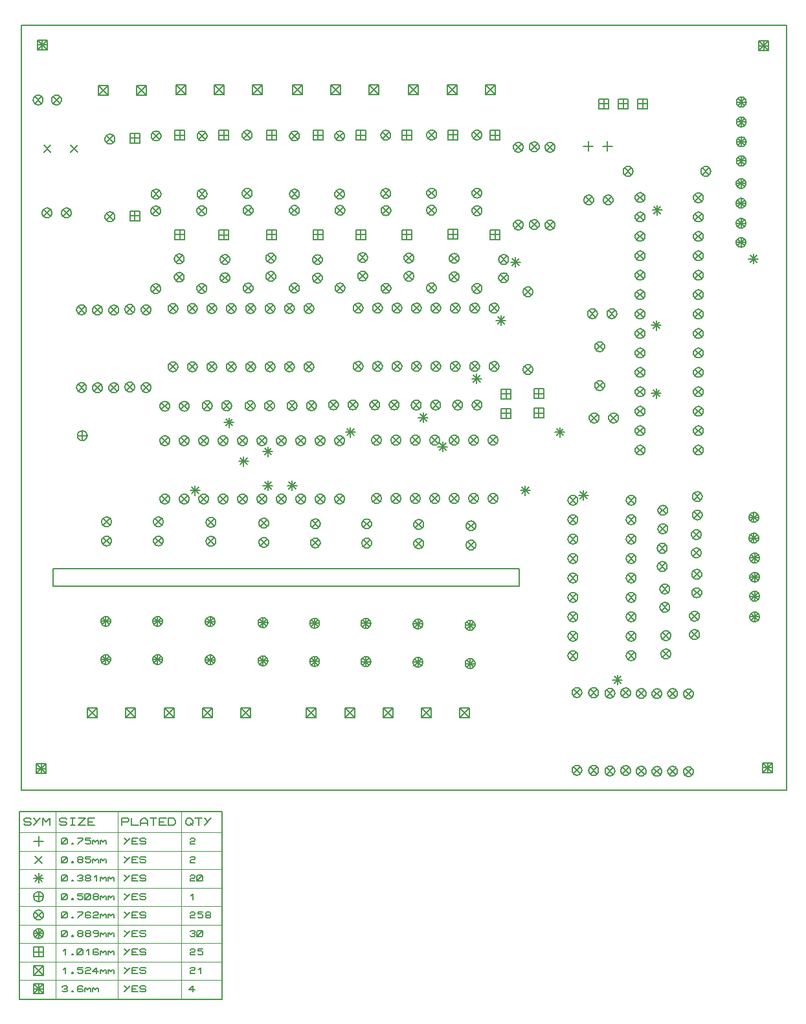
<source format=gbr>
G04 PROTEUS RS274X GERBER FILE*
%FSLAX45Y45*%
%MOMM*%
G01*
%ADD73C,0.203200*%
%ADD63C,0.127000*%
%ADD32C,0.063500*%
%TD.AperFunction*%
D73*
X+2794000Y-3492500D02*
X+2794000Y-3619500D01*
X+2730500Y-3556000D02*
X+2857500Y-3556000D01*
X+2749099Y-3511099D02*
X+2838901Y-3600901D01*
X+2749099Y-3600901D02*
X+2838901Y-3511099D01*
X+1460500Y+1968500D02*
X+1460500Y+1841500D01*
X+1397000Y+1905000D02*
X+1524000Y+1905000D01*
X+1415599Y+1949901D02*
X+1505401Y+1860099D01*
X+1415599Y+1860099D02*
X+1505401Y+1949901D01*
X-698500Y-254000D02*
X-698500Y-381000D01*
X-762000Y-317500D02*
X-635000Y-317500D01*
X-743401Y-272599D02*
X-653599Y-362401D01*
X-743401Y-362401D02*
X-653599Y-272599D01*
X+254000Y-63500D02*
X+254000Y-190500D01*
X+190500Y-127000D02*
X+317500Y-127000D01*
X+209099Y-82099D02*
X+298901Y-171901D01*
X+209099Y-171901D02*
X+298901Y-82099D01*
X-1460500Y-952500D02*
X-1460500Y-1079500D01*
X-1524000Y-1016000D02*
X-1397000Y-1016000D01*
X-1505401Y-971099D02*
X-1415599Y-1060901D01*
X-1505401Y-1060901D02*
X-1415599Y-971099D01*
X-1778000Y-952500D02*
X-1778000Y-1079500D01*
X-1841500Y-1016000D02*
X-1714500Y-1016000D01*
X-1822901Y-971099D02*
X-1733099Y-1060901D01*
X-1822901Y-1060901D02*
X-1733099Y-971099D01*
X-1778000Y-508000D02*
X-1778000Y-635000D01*
X-1841500Y-571500D02*
X-1714500Y-571500D01*
X-1822901Y-526599D02*
X-1733099Y-616401D01*
X-1822901Y-616401D02*
X-1733099Y-526599D01*
X-2286000Y-127000D02*
X-2286000Y-254000D01*
X-2349500Y-190500D02*
X-2222500Y-190500D01*
X-2330901Y-145599D02*
X-2241099Y-235401D01*
X-2330901Y-235401D02*
X-2241099Y-145599D01*
X+952500Y+444500D02*
X+952500Y+317500D01*
X+889000Y+381000D02*
X+1016000Y+381000D01*
X+907599Y+425901D02*
X+997401Y+336099D01*
X+907599Y+336099D02*
X+997401Y+425901D01*
X+1270000Y+1206500D02*
X+1270000Y+1079500D01*
X+1206500Y+1143000D02*
X+1333500Y+1143000D01*
X+1225099Y+1187901D02*
X+1314901Y+1098099D01*
X+1225099Y+1098099D02*
X+1314901Y+1187901D01*
X+3302000Y+1143000D02*
X+3302000Y+1016000D01*
X+3238500Y+1079500D02*
X+3365500Y+1079500D01*
X+3257099Y+1124401D02*
X+3346901Y+1034599D01*
X+3257099Y+1034599D02*
X+3346901Y+1124401D01*
X-2095500Y-635000D02*
X-2095500Y-762000D01*
X-2159000Y-698500D02*
X-2032000Y-698500D01*
X-2140401Y-653599D02*
X-2050599Y-743401D01*
X-2140401Y-743401D02*
X-2050599Y-653599D01*
X+3302000Y+254000D02*
X+3302000Y+127000D01*
X+3238500Y+190500D02*
X+3365500Y+190500D01*
X+3257099Y+235401D02*
X+3346901Y+145599D01*
X+3257099Y+145599D02*
X+3346901Y+235401D01*
X+1587500Y-1016000D02*
X+1587500Y-1143000D01*
X+1524000Y-1079500D02*
X+1651000Y-1079500D01*
X+1542599Y-1034599D02*
X+1632401Y-1124401D01*
X+1542599Y-1124401D02*
X+1632401Y-1034599D01*
X+2349500Y-1079500D02*
X+2349500Y-1206500D01*
X+2286000Y-1143000D02*
X+2413000Y-1143000D01*
X+2304599Y-1098099D02*
X+2394401Y-1187901D01*
X+2304599Y-1187901D02*
X+2394401Y-1098099D01*
X-2730500Y-1016000D02*
X-2730500Y-1143000D01*
X-2794000Y-1079500D02*
X-2667000Y-1079500D01*
X-2775401Y-1034599D02*
X-2685599Y-1124401D01*
X-2775401Y-1124401D02*
X-2685599Y-1034599D01*
X+508000Y-444500D02*
X+508000Y-571500D01*
X+444500Y-508000D02*
X+571500Y-508000D01*
X+463099Y-463099D02*
X+552901Y-552901D01*
X+463099Y-552901D02*
X+552901Y-463099D01*
X+2040000Y-254000D02*
X+2040000Y-381000D01*
X+1976500Y-317500D02*
X+2103500Y-317500D01*
X+1995099Y-272599D02*
X+2084901Y-362401D01*
X+1995099Y-362401D02*
X+2084901Y-272599D01*
X-4142500Y-366000D02*
X-4142717Y-360753D01*
X-4144482Y-350258D01*
X-4148174Y-339763D01*
X-4154202Y-329268D01*
X-4163424Y-318888D01*
X-4173919Y-311200D01*
X-4184414Y-306282D01*
X-4194909Y-303476D01*
X-4205404Y-302503D01*
X-4206000Y-302500D01*
X-4269500Y-366000D02*
X-4269283Y-360753D01*
X-4267518Y-350258D01*
X-4263826Y-339763D01*
X-4257798Y-329268D01*
X-4248576Y-318888D01*
X-4238081Y-311200D01*
X-4227586Y-306282D01*
X-4217091Y-303476D01*
X-4206596Y-302503D01*
X-4206000Y-302500D01*
X-4269500Y-366000D02*
X-4269283Y-371247D01*
X-4267518Y-381742D01*
X-4263826Y-392237D01*
X-4257798Y-402732D01*
X-4248576Y-413112D01*
X-4238081Y-420800D01*
X-4227586Y-425718D01*
X-4217091Y-428524D01*
X-4206596Y-429497D01*
X-4206000Y-429500D01*
X-4142500Y-366000D02*
X-4142717Y-371247D01*
X-4144482Y-381742D01*
X-4148174Y-392237D01*
X-4154202Y-402732D01*
X-4163424Y-413112D01*
X-4173919Y-420800D01*
X-4184414Y-425718D01*
X-4194909Y-428524D01*
X-4205404Y-429497D01*
X-4206000Y-429500D01*
X-4206000Y-302500D02*
X-4206000Y-429500D01*
X-4269500Y-366000D02*
X-4142500Y-366000D01*
X+4570716Y+2008778D02*
X+4570716Y+1881778D01*
X+4507216Y+1945278D02*
X+4634216Y+1945278D01*
X+4525815Y+1990179D02*
X+4615617Y+1900377D01*
X+4525815Y+1900377D02*
X+4615617Y+1990179D01*
X+3311533Y+2647241D02*
X+3311533Y+2520241D01*
X+3248033Y+2583741D02*
X+3375033Y+2583741D01*
X+3266632Y+2628642D02*
X+3356434Y+2538840D01*
X+3266632Y+2538840D02*
X+3356434Y+2628642D01*
X+3151760Y+2747920D02*
X+3151543Y+2753167D01*
X+3149778Y+2763662D01*
X+3146086Y+2774157D01*
X+3140058Y+2784652D01*
X+3130836Y+2795032D01*
X+3120341Y+2802720D01*
X+3109846Y+2807638D01*
X+3099351Y+2810444D01*
X+3088856Y+2811417D01*
X+3088260Y+2811420D01*
X+3024760Y+2747920D02*
X+3024977Y+2753167D01*
X+3026742Y+2763662D01*
X+3030434Y+2774157D01*
X+3036462Y+2784652D01*
X+3045684Y+2795032D01*
X+3056179Y+2802720D01*
X+3066674Y+2807638D01*
X+3077169Y+2810444D01*
X+3087664Y+2811417D01*
X+3088260Y+2811420D01*
X+3024760Y+2747920D02*
X+3024977Y+2742673D01*
X+3026742Y+2732178D01*
X+3030434Y+2721683D01*
X+3036462Y+2711188D01*
X+3045684Y+2700808D01*
X+3056179Y+2693120D01*
X+3066674Y+2688202D01*
X+3077169Y+2685396D01*
X+3087664Y+2684423D01*
X+3088260Y+2684420D01*
X+3151760Y+2747920D02*
X+3151543Y+2742673D01*
X+3149778Y+2732178D01*
X+3146086Y+2721683D01*
X+3140058Y+2711188D01*
X+3130836Y+2700808D01*
X+3120341Y+2693120D01*
X+3109846Y+2688202D01*
X+3099351Y+2685396D01*
X+3088856Y+2684423D01*
X+3088260Y+2684420D01*
X+3043359Y+2792821D02*
X+3133161Y+2703019D01*
X+3043359Y+2703019D02*
X+3133161Y+2792821D01*
X+3151760Y+2493920D02*
X+3151543Y+2499167D01*
X+3149778Y+2509662D01*
X+3146086Y+2520157D01*
X+3140058Y+2530652D01*
X+3130836Y+2541032D01*
X+3120341Y+2548720D01*
X+3109846Y+2553638D01*
X+3099351Y+2556444D01*
X+3088856Y+2557417D01*
X+3088260Y+2557420D01*
X+3024760Y+2493920D02*
X+3024977Y+2499167D01*
X+3026742Y+2509662D01*
X+3030434Y+2520157D01*
X+3036462Y+2530652D01*
X+3045684Y+2541032D01*
X+3056179Y+2548720D01*
X+3066674Y+2553638D01*
X+3077169Y+2556444D01*
X+3087664Y+2557417D01*
X+3088260Y+2557420D01*
X+3024760Y+2493920D02*
X+3024977Y+2488673D01*
X+3026742Y+2478178D01*
X+3030434Y+2467683D01*
X+3036462Y+2457188D01*
X+3045684Y+2446808D01*
X+3056179Y+2439120D01*
X+3066674Y+2434202D01*
X+3077169Y+2431396D01*
X+3087664Y+2430423D01*
X+3088260Y+2430420D01*
X+3151760Y+2493920D02*
X+3151543Y+2488673D01*
X+3149778Y+2478178D01*
X+3146086Y+2467683D01*
X+3140058Y+2457188D01*
X+3130836Y+2446808D01*
X+3120341Y+2439120D01*
X+3109846Y+2434202D01*
X+3099351Y+2431396D01*
X+3088856Y+2430423D01*
X+3088260Y+2430420D01*
X+3043359Y+2538821D02*
X+3133161Y+2449019D01*
X+3043359Y+2449019D02*
X+3133161Y+2538821D01*
X+3151760Y+2239920D02*
X+3151543Y+2245167D01*
X+3149778Y+2255662D01*
X+3146086Y+2266157D01*
X+3140058Y+2276652D01*
X+3130836Y+2287032D01*
X+3120341Y+2294720D01*
X+3109846Y+2299638D01*
X+3099351Y+2302444D01*
X+3088856Y+2303417D01*
X+3088260Y+2303420D01*
X+3024760Y+2239920D02*
X+3024977Y+2245167D01*
X+3026742Y+2255662D01*
X+3030434Y+2266157D01*
X+3036462Y+2276652D01*
X+3045684Y+2287032D01*
X+3056179Y+2294720D01*
X+3066674Y+2299638D01*
X+3077169Y+2302444D01*
X+3087664Y+2303417D01*
X+3088260Y+2303420D01*
X+3024760Y+2239920D02*
X+3024977Y+2234673D01*
X+3026742Y+2224178D01*
X+3030434Y+2213683D01*
X+3036462Y+2203188D01*
X+3045684Y+2192808D01*
X+3056179Y+2185120D01*
X+3066674Y+2180202D01*
X+3077169Y+2177396D01*
X+3087664Y+2176423D01*
X+3088260Y+2176420D01*
X+3151760Y+2239920D02*
X+3151543Y+2234673D01*
X+3149778Y+2224178D01*
X+3146086Y+2213683D01*
X+3140058Y+2203188D01*
X+3130836Y+2192808D01*
X+3120341Y+2185120D01*
X+3109846Y+2180202D01*
X+3099351Y+2177396D01*
X+3088856Y+2176423D01*
X+3088260Y+2176420D01*
X+3043359Y+2284821D02*
X+3133161Y+2195019D01*
X+3043359Y+2195019D02*
X+3133161Y+2284821D01*
X+3151760Y+1985920D02*
X+3151543Y+1991167D01*
X+3149778Y+2001662D01*
X+3146086Y+2012157D01*
X+3140058Y+2022652D01*
X+3130836Y+2033032D01*
X+3120341Y+2040720D01*
X+3109846Y+2045638D01*
X+3099351Y+2048444D01*
X+3088856Y+2049417D01*
X+3088260Y+2049420D01*
X+3024760Y+1985920D02*
X+3024977Y+1991167D01*
X+3026742Y+2001662D01*
X+3030434Y+2012157D01*
X+3036462Y+2022652D01*
X+3045684Y+2033032D01*
X+3056179Y+2040720D01*
X+3066674Y+2045638D01*
X+3077169Y+2048444D01*
X+3087664Y+2049417D01*
X+3088260Y+2049420D01*
X+3024760Y+1985920D02*
X+3024977Y+1980673D01*
X+3026742Y+1970178D01*
X+3030434Y+1959683D01*
X+3036462Y+1949188D01*
X+3045684Y+1938808D01*
X+3056179Y+1931120D01*
X+3066674Y+1926202D01*
X+3077169Y+1923396D01*
X+3087664Y+1922423D01*
X+3088260Y+1922420D01*
X+3151760Y+1985920D02*
X+3151543Y+1980673D01*
X+3149778Y+1970178D01*
X+3146086Y+1959683D01*
X+3140058Y+1949188D01*
X+3130836Y+1938808D01*
X+3120341Y+1931120D01*
X+3109846Y+1926202D01*
X+3099351Y+1923396D01*
X+3088856Y+1922423D01*
X+3088260Y+1922420D01*
X+3043359Y+2030821D02*
X+3133161Y+1941019D01*
X+3043359Y+1941019D02*
X+3133161Y+2030821D01*
X+3151760Y+1731920D02*
X+3151543Y+1737167D01*
X+3149778Y+1747662D01*
X+3146086Y+1758157D01*
X+3140058Y+1768652D01*
X+3130836Y+1779032D01*
X+3120341Y+1786720D01*
X+3109846Y+1791638D01*
X+3099351Y+1794444D01*
X+3088856Y+1795417D01*
X+3088260Y+1795420D01*
X+3024760Y+1731920D02*
X+3024977Y+1737167D01*
X+3026742Y+1747662D01*
X+3030434Y+1758157D01*
X+3036462Y+1768652D01*
X+3045684Y+1779032D01*
X+3056179Y+1786720D01*
X+3066674Y+1791638D01*
X+3077169Y+1794444D01*
X+3087664Y+1795417D01*
X+3088260Y+1795420D01*
X+3024760Y+1731920D02*
X+3024977Y+1726673D01*
X+3026742Y+1716178D01*
X+3030434Y+1705683D01*
X+3036462Y+1695188D01*
X+3045684Y+1684808D01*
X+3056179Y+1677120D01*
X+3066674Y+1672202D01*
X+3077169Y+1669396D01*
X+3087664Y+1668423D01*
X+3088260Y+1668420D01*
X+3151760Y+1731920D02*
X+3151543Y+1726673D01*
X+3149778Y+1716178D01*
X+3146086Y+1705683D01*
X+3140058Y+1695188D01*
X+3130836Y+1684808D01*
X+3120341Y+1677120D01*
X+3109846Y+1672202D01*
X+3099351Y+1669396D01*
X+3088856Y+1668423D01*
X+3088260Y+1668420D01*
X+3043359Y+1776821D02*
X+3133161Y+1687019D01*
X+3043359Y+1687019D02*
X+3133161Y+1776821D01*
X+3151760Y+1477920D02*
X+3151543Y+1483167D01*
X+3149778Y+1493662D01*
X+3146086Y+1504157D01*
X+3140058Y+1514652D01*
X+3130836Y+1525032D01*
X+3120341Y+1532720D01*
X+3109846Y+1537638D01*
X+3099351Y+1540444D01*
X+3088856Y+1541417D01*
X+3088260Y+1541420D01*
X+3024760Y+1477920D02*
X+3024977Y+1483167D01*
X+3026742Y+1493662D01*
X+3030434Y+1504157D01*
X+3036462Y+1514652D01*
X+3045684Y+1525032D01*
X+3056179Y+1532720D01*
X+3066674Y+1537638D01*
X+3077169Y+1540444D01*
X+3087664Y+1541417D01*
X+3088260Y+1541420D01*
X+3024760Y+1477920D02*
X+3024977Y+1472673D01*
X+3026742Y+1462178D01*
X+3030434Y+1451683D01*
X+3036462Y+1441188D01*
X+3045684Y+1430808D01*
X+3056179Y+1423120D01*
X+3066674Y+1418202D01*
X+3077169Y+1415396D01*
X+3087664Y+1414423D01*
X+3088260Y+1414420D01*
X+3151760Y+1477920D02*
X+3151543Y+1472673D01*
X+3149778Y+1462178D01*
X+3146086Y+1451683D01*
X+3140058Y+1441188D01*
X+3130836Y+1430808D01*
X+3120341Y+1423120D01*
X+3109846Y+1418202D01*
X+3099351Y+1415396D01*
X+3088856Y+1414423D01*
X+3088260Y+1414420D01*
X+3043359Y+1522821D02*
X+3133161Y+1433019D01*
X+3043359Y+1433019D02*
X+3133161Y+1522821D01*
X+3151760Y+1223920D02*
X+3151543Y+1229167D01*
X+3149778Y+1239662D01*
X+3146086Y+1250157D01*
X+3140058Y+1260652D01*
X+3130836Y+1271032D01*
X+3120341Y+1278720D01*
X+3109846Y+1283638D01*
X+3099351Y+1286444D01*
X+3088856Y+1287417D01*
X+3088260Y+1287420D01*
X+3024760Y+1223920D02*
X+3024977Y+1229167D01*
X+3026742Y+1239662D01*
X+3030434Y+1250157D01*
X+3036462Y+1260652D01*
X+3045684Y+1271032D01*
X+3056179Y+1278720D01*
X+3066674Y+1283638D01*
X+3077169Y+1286444D01*
X+3087664Y+1287417D01*
X+3088260Y+1287420D01*
X+3024760Y+1223920D02*
X+3024977Y+1218673D01*
X+3026742Y+1208178D01*
X+3030434Y+1197683D01*
X+3036462Y+1187188D01*
X+3045684Y+1176808D01*
X+3056179Y+1169120D01*
X+3066674Y+1164202D01*
X+3077169Y+1161396D01*
X+3087664Y+1160423D01*
X+3088260Y+1160420D01*
X+3151760Y+1223920D02*
X+3151543Y+1218673D01*
X+3149778Y+1208178D01*
X+3146086Y+1197683D01*
X+3140058Y+1187188D01*
X+3130836Y+1176808D01*
X+3120341Y+1169120D01*
X+3109846Y+1164202D01*
X+3099351Y+1161396D01*
X+3088856Y+1160423D01*
X+3088260Y+1160420D01*
X+3043359Y+1268821D02*
X+3133161Y+1179019D01*
X+3043359Y+1179019D02*
X+3133161Y+1268821D01*
X+3151760Y+969920D02*
X+3151543Y+975167D01*
X+3149778Y+985662D01*
X+3146086Y+996157D01*
X+3140058Y+1006652D01*
X+3130836Y+1017032D01*
X+3120341Y+1024720D01*
X+3109846Y+1029638D01*
X+3099351Y+1032444D01*
X+3088856Y+1033417D01*
X+3088260Y+1033420D01*
X+3024760Y+969920D02*
X+3024977Y+975167D01*
X+3026742Y+985662D01*
X+3030434Y+996157D01*
X+3036462Y+1006652D01*
X+3045684Y+1017032D01*
X+3056179Y+1024720D01*
X+3066674Y+1029638D01*
X+3077169Y+1032444D01*
X+3087664Y+1033417D01*
X+3088260Y+1033420D01*
X+3024760Y+969920D02*
X+3024977Y+964673D01*
X+3026742Y+954178D01*
X+3030434Y+943683D01*
X+3036462Y+933188D01*
X+3045684Y+922808D01*
X+3056179Y+915120D01*
X+3066674Y+910202D01*
X+3077169Y+907396D01*
X+3087664Y+906423D01*
X+3088260Y+906420D01*
X+3151760Y+969920D02*
X+3151543Y+964673D01*
X+3149778Y+954178D01*
X+3146086Y+943683D01*
X+3140058Y+933188D01*
X+3130836Y+922808D01*
X+3120341Y+915120D01*
X+3109846Y+910202D01*
X+3099351Y+907396D01*
X+3088856Y+906423D01*
X+3088260Y+906420D01*
X+3043359Y+1014821D02*
X+3133161Y+925019D01*
X+3043359Y+925019D02*
X+3133161Y+1014821D01*
X+3151760Y+715920D02*
X+3151543Y+721167D01*
X+3149778Y+731662D01*
X+3146086Y+742157D01*
X+3140058Y+752652D01*
X+3130836Y+763032D01*
X+3120341Y+770720D01*
X+3109846Y+775638D01*
X+3099351Y+778444D01*
X+3088856Y+779417D01*
X+3088260Y+779420D01*
X+3024760Y+715920D02*
X+3024977Y+721167D01*
X+3026742Y+731662D01*
X+3030434Y+742157D01*
X+3036462Y+752652D01*
X+3045684Y+763032D01*
X+3056179Y+770720D01*
X+3066674Y+775638D01*
X+3077169Y+778444D01*
X+3087664Y+779417D01*
X+3088260Y+779420D01*
X+3024760Y+715920D02*
X+3024977Y+710673D01*
X+3026742Y+700178D01*
X+3030434Y+689683D01*
X+3036462Y+679188D01*
X+3045684Y+668808D01*
X+3056179Y+661120D01*
X+3066674Y+656202D01*
X+3077169Y+653396D01*
X+3087664Y+652423D01*
X+3088260Y+652420D01*
X+3151760Y+715920D02*
X+3151543Y+710673D01*
X+3149778Y+700178D01*
X+3146086Y+689683D01*
X+3140058Y+679188D01*
X+3130836Y+668808D01*
X+3120341Y+661120D01*
X+3109846Y+656202D01*
X+3099351Y+653396D01*
X+3088856Y+652423D01*
X+3088260Y+652420D01*
X+3043359Y+760821D02*
X+3133161Y+671019D01*
X+3043359Y+671019D02*
X+3133161Y+760821D01*
X+3151760Y+461920D02*
X+3151543Y+467167D01*
X+3149778Y+477662D01*
X+3146086Y+488157D01*
X+3140058Y+498652D01*
X+3130836Y+509032D01*
X+3120341Y+516720D01*
X+3109846Y+521638D01*
X+3099351Y+524444D01*
X+3088856Y+525417D01*
X+3088260Y+525420D01*
X+3024760Y+461920D02*
X+3024977Y+467167D01*
X+3026742Y+477662D01*
X+3030434Y+488157D01*
X+3036462Y+498652D01*
X+3045684Y+509032D01*
X+3056179Y+516720D01*
X+3066674Y+521638D01*
X+3077169Y+524444D01*
X+3087664Y+525417D01*
X+3088260Y+525420D01*
X+3024760Y+461920D02*
X+3024977Y+456673D01*
X+3026742Y+446178D01*
X+3030434Y+435683D01*
X+3036462Y+425188D01*
X+3045684Y+414808D01*
X+3056179Y+407120D01*
X+3066674Y+402202D01*
X+3077169Y+399396D01*
X+3087664Y+398423D01*
X+3088260Y+398420D01*
X+3151760Y+461920D02*
X+3151543Y+456673D01*
X+3149778Y+446178D01*
X+3146086Y+435683D01*
X+3140058Y+425188D01*
X+3130836Y+414808D01*
X+3120341Y+407120D01*
X+3109846Y+402202D01*
X+3099351Y+399396D01*
X+3088856Y+398423D01*
X+3088260Y+398420D01*
X+3043359Y+506821D02*
X+3133161Y+417019D01*
X+3043359Y+417019D02*
X+3133161Y+506821D01*
X+3151760Y+207920D02*
X+3151543Y+213167D01*
X+3149778Y+223662D01*
X+3146086Y+234157D01*
X+3140058Y+244652D01*
X+3130836Y+255032D01*
X+3120341Y+262720D01*
X+3109846Y+267638D01*
X+3099351Y+270444D01*
X+3088856Y+271417D01*
X+3088260Y+271420D01*
X+3024760Y+207920D02*
X+3024977Y+213167D01*
X+3026742Y+223662D01*
X+3030434Y+234157D01*
X+3036462Y+244652D01*
X+3045684Y+255032D01*
X+3056179Y+262720D01*
X+3066674Y+267638D01*
X+3077169Y+270444D01*
X+3087664Y+271417D01*
X+3088260Y+271420D01*
X+3024760Y+207920D02*
X+3024977Y+202673D01*
X+3026742Y+192178D01*
X+3030434Y+181683D01*
X+3036462Y+171188D01*
X+3045684Y+160808D01*
X+3056179Y+153120D01*
X+3066674Y+148202D01*
X+3077169Y+145396D01*
X+3087664Y+144423D01*
X+3088260Y+144420D01*
X+3151760Y+207920D02*
X+3151543Y+202673D01*
X+3149778Y+192178D01*
X+3146086Y+181683D01*
X+3140058Y+171188D01*
X+3130836Y+160808D01*
X+3120341Y+153120D01*
X+3109846Y+148202D01*
X+3099351Y+145396D01*
X+3088856Y+144423D01*
X+3088260Y+144420D01*
X+3043359Y+252821D02*
X+3133161Y+163019D01*
X+3043359Y+163019D02*
X+3133161Y+252821D01*
X+3151760Y-46080D02*
X+3151543Y-40833D01*
X+3149778Y-30338D01*
X+3146086Y-19843D01*
X+3140058Y-9348D01*
X+3130836Y+1032D01*
X+3120341Y+8720D01*
X+3109846Y+13638D01*
X+3099351Y+16444D01*
X+3088856Y+17417D01*
X+3088260Y+17420D01*
X+3024760Y-46080D02*
X+3024977Y-40833D01*
X+3026742Y-30338D01*
X+3030434Y-19843D01*
X+3036462Y-9348D01*
X+3045684Y+1032D01*
X+3056179Y+8720D01*
X+3066674Y+13638D01*
X+3077169Y+16444D01*
X+3087664Y+17417D01*
X+3088260Y+17420D01*
X+3024760Y-46080D02*
X+3024977Y-51327D01*
X+3026742Y-61822D01*
X+3030434Y-72317D01*
X+3036462Y-82812D01*
X+3045684Y-93192D01*
X+3056179Y-100880D01*
X+3066674Y-105798D01*
X+3077169Y-108604D01*
X+3087664Y-109577D01*
X+3088260Y-109580D01*
X+3151760Y-46080D02*
X+3151543Y-51327D01*
X+3149778Y-61822D01*
X+3146086Y-72317D01*
X+3140058Y-82812D01*
X+3130836Y-93192D01*
X+3120341Y-100880D01*
X+3109846Y-105798D01*
X+3099351Y-108604D01*
X+3088856Y-109577D01*
X+3088260Y-109580D01*
X+3043359Y-1179D02*
X+3133161Y-90981D01*
X+3043359Y-90981D02*
X+3133161Y-1179D01*
X+3151760Y-300080D02*
X+3151543Y-294833D01*
X+3149778Y-284338D01*
X+3146086Y-273843D01*
X+3140058Y-263348D01*
X+3130836Y-252968D01*
X+3120341Y-245280D01*
X+3109846Y-240362D01*
X+3099351Y-237556D01*
X+3088856Y-236583D01*
X+3088260Y-236580D01*
X+3024760Y-300080D02*
X+3024977Y-294833D01*
X+3026742Y-284338D01*
X+3030434Y-273843D01*
X+3036462Y-263348D01*
X+3045684Y-252968D01*
X+3056179Y-245280D01*
X+3066674Y-240362D01*
X+3077169Y-237556D01*
X+3087664Y-236583D01*
X+3088260Y-236580D01*
X+3024760Y-300080D02*
X+3024977Y-305327D01*
X+3026742Y-315822D01*
X+3030434Y-326317D01*
X+3036462Y-336812D01*
X+3045684Y-347192D01*
X+3056179Y-354880D01*
X+3066674Y-359798D01*
X+3077169Y-362604D01*
X+3087664Y-363577D01*
X+3088260Y-363580D01*
X+3151760Y-300080D02*
X+3151543Y-305327D01*
X+3149778Y-315822D01*
X+3146086Y-326317D01*
X+3140058Y-336812D01*
X+3130836Y-347192D01*
X+3120341Y-354880D01*
X+3109846Y-359798D01*
X+3099351Y-362604D01*
X+3088856Y-363577D01*
X+3088260Y-363580D01*
X+3043359Y-255179D02*
X+3133161Y-344981D01*
X+3043359Y-344981D02*
X+3133161Y-255179D01*
X+3151760Y-554080D02*
X+3151543Y-548833D01*
X+3149778Y-538338D01*
X+3146086Y-527843D01*
X+3140058Y-517348D01*
X+3130836Y-506968D01*
X+3120341Y-499280D01*
X+3109846Y-494362D01*
X+3099351Y-491556D01*
X+3088856Y-490583D01*
X+3088260Y-490580D01*
X+3024760Y-554080D02*
X+3024977Y-548833D01*
X+3026742Y-538338D01*
X+3030434Y-527843D01*
X+3036462Y-517348D01*
X+3045684Y-506968D01*
X+3056179Y-499280D01*
X+3066674Y-494362D01*
X+3077169Y-491556D01*
X+3087664Y-490583D01*
X+3088260Y-490580D01*
X+3024760Y-554080D02*
X+3024977Y-559327D01*
X+3026742Y-569822D01*
X+3030434Y-580317D01*
X+3036462Y-590812D01*
X+3045684Y-601192D01*
X+3056179Y-608880D01*
X+3066674Y-613798D01*
X+3077169Y-616604D01*
X+3087664Y-617577D01*
X+3088260Y-617580D01*
X+3151760Y-554080D02*
X+3151543Y-559327D01*
X+3149778Y-569822D01*
X+3146086Y-580317D01*
X+3140058Y-590812D01*
X+3130836Y-601192D01*
X+3120341Y-608880D01*
X+3109846Y-613798D01*
X+3099351Y-616604D01*
X+3088856Y-617577D01*
X+3088260Y-617580D01*
X+3043359Y-509179D02*
X+3133161Y-598981D01*
X+3043359Y-598981D02*
X+3133161Y-509179D01*
X+3913760Y-554080D02*
X+3913543Y-548833D01*
X+3911778Y-538338D01*
X+3908086Y-527843D01*
X+3902058Y-517348D01*
X+3892836Y-506968D01*
X+3882341Y-499280D01*
X+3871846Y-494362D01*
X+3861351Y-491556D01*
X+3850856Y-490583D01*
X+3850260Y-490580D01*
X+3786760Y-554080D02*
X+3786977Y-548833D01*
X+3788742Y-538338D01*
X+3792434Y-527843D01*
X+3798462Y-517348D01*
X+3807684Y-506968D01*
X+3818179Y-499280D01*
X+3828674Y-494362D01*
X+3839169Y-491556D01*
X+3849664Y-490583D01*
X+3850260Y-490580D01*
X+3786760Y-554080D02*
X+3786977Y-559327D01*
X+3788742Y-569822D01*
X+3792434Y-580317D01*
X+3798462Y-590812D01*
X+3807684Y-601192D01*
X+3818179Y-608880D01*
X+3828674Y-613798D01*
X+3839169Y-616604D01*
X+3849664Y-617577D01*
X+3850260Y-617580D01*
X+3913760Y-554080D02*
X+3913543Y-559327D01*
X+3911778Y-569822D01*
X+3908086Y-580317D01*
X+3902058Y-590812D01*
X+3892836Y-601192D01*
X+3882341Y-608880D01*
X+3871846Y-613798D01*
X+3861351Y-616604D01*
X+3850856Y-617577D01*
X+3850260Y-617580D01*
X+3805359Y-509179D02*
X+3895161Y-598981D01*
X+3805359Y-598981D02*
X+3895161Y-509179D01*
X+3913760Y-300080D02*
X+3913543Y-294833D01*
X+3911778Y-284338D01*
X+3908086Y-273843D01*
X+3902058Y-263348D01*
X+3892836Y-252968D01*
X+3882341Y-245280D01*
X+3871846Y-240362D01*
X+3861351Y-237556D01*
X+3850856Y-236583D01*
X+3850260Y-236580D01*
X+3786760Y-300080D02*
X+3786977Y-294833D01*
X+3788742Y-284338D01*
X+3792434Y-273843D01*
X+3798462Y-263348D01*
X+3807684Y-252968D01*
X+3818179Y-245280D01*
X+3828674Y-240362D01*
X+3839169Y-237556D01*
X+3849664Y-236583D01*
X+3850260Y-236580D01*
X+3786760Y-300080D02*
X+3786977Y-305327D01*
X+3788742Y-315822D01*
X+3792434Y-326317D01*
X+3798462Y-336812D01*
X+3807684Y-347192D01*
X+3818179Y-354880D01*
X+3828674Y-359798D01*
X+3839169Y-362604D01*
X+3849664Y-363577D01*
X+3850260Y-363580D01*
X+3913760Y-300080D02*
X+3913543Y-305327D01*
X+3911778Y-315822D01*
X+3908086Y-326317D01*
X+3902058Y-336812D01*
X+3892836Y-347192D01*
X+3882341Y-354880D01*
X+3871846Y-359798D01*
X+3861351Y-362604D01*
X+3850856Y-363577D01*
X+3850260Y-363580D01*
X+3805359Y-255179D02*
X+3895161Y-344981D01*
X+3805359Y-344981D02*
X+3895161Y-255179D01*
X+3913760Y-46080D02*
X+3913543Y-40833D01*
X+3911778Y-30338D01*
X+3908086Y-19843D01*
X+3902058Y-9348D01*
X+3892836Y+1032D01*
X+3882341Y+8720D01*
X+3871846Y+13638D01*
X+3861351Y+16444D01*
X+3850856Y+17417D01*
X+3850260Y+17420D01*
X+3786760Y-46080D02*
X+3786977Y-40833D01*
X+3788742Y-30338D01*
X+3792434Y-19843D01*
X+3798462Y-9348D01*
X+3807684Y+1032D01*
X+3818179Y+8720D01*
X+3828674Y+13638D01*
X+3839169Y+16444D01*
X+3849664Y+17417D01*
X+3850260Y+17420D01*
X+3786760Y-46080D02*
X+3786977Y-51327D01*
X+3788742Y-61822D01*
X+3792434Y-72317D01*
X+3798462Y-82812D01*
X+3807684Y-93192D01*
X+3818179Y-100880D01*
X+3828674Y-105798D01*
X+3839169Y-108604D01*
X+3849664Y-109577D01*
X+3850260Y-109580D01*
X+3913760Y-46080D02*
X+3913543Y-51327D01*
X+3911778Y-61822D01*
X+3908086Y-72317D01*
X+3902058Y-82812D01*
X+3892836Y-93192D01*
X+3882341Y-100880D01*
X+3871846Y-105798D01*
X+3861351Y-108604D01*
X+3850856Y-109577D01*
X+3850260Y-109580D01*
X+3805359Y-1179D02*
X+3895161Y-90981D01*
X+3805359Y-90981D02*
X+3895161Y-1179D01*
X+3913760Y+207920D02*
X+3913543Y+213167D01*
X+3911778Y+223662D01*
X+3908086Y+234157D01*
X+3902058Y+244652D01*
X+3892836Y+255032D01*
X+3882341Y+262720D01*
X+3871846Y+267638D01*
X+3861351Y+270444D01*
X+3850856Y+271417D01*
X+3850260Y+271420D01*
X+3786760Y+207920D02*
X+3786977Y+213167D01*
X+3788742Y+223662D01*
X+3792434Y+234157D01*
X+3798462Y+244652D01*
X+3807684Y+255032D01*
X+3818179Y+262720D01*
X+3828674Y+267638D01*
X+3839169Y+270444D01*
X+3849664Y+271417D01*
X+3850260Y+271420D01*
X+3786760Y+207920D02*
X+3786977Y+202673D01*
X+3788742Y+192178D01*
X+3792434Y+181683D01*
X+3798462Y+171188D01*
X+3807684Y+160808D01*
X+3818179Y+153120D01*
X+3828674Y+148202D01*
X+3839169Y+145396D01*
X+3849664Y+144423D01*
X+3850260Y+144420D01*
X+3913760Y+207920D02*
X+3913543Y+202673D01*
X+3911778Y+192178D01*
X+3908086Y+181683D01*
X+3902058Y+171188D01*
X+3892836Y+160808D01*
X+3882341Y+153120D01*
X+3871846Y+148202D01*
X+3861351Y+145396D01*
X+3850856Y+144423D01*
X+3850260Y+144420D01*
X+3805359Y+252821D02*
X+3895161Y+163019D01*
X+3805359Y+163019D02*
X+3895161Y+252821D01*
X+3913760Y+461920D02*
X+3913543Y+467167D01*
X+3911778Y+477662D01*
X+3908086Y+488157D01*
X+3902058Y+498652D01*
X+3892836Y+509032D01*
X+3882341Y+516720D01*
X+3871846Y+521638D01*
X+3861351Y+524444D01*
X+3850856Y+525417D01*
X+3850260Y+525420D01*
X+3786760Y+461920D02*
X+3786977Y+467167D01*
X+3788742Y+477662D01*
X+3792434Y+488157D01*
X+3798462Y+498652D01*
X+3807684Y+509032D01*
X+3818179Y+516720D01*
X+3828674Y+521638D01*
X+3839169Y+524444D01*
X+3849664Y+525417D01*
X+3850260Y+525420D01*
X+3786760Y+461920D02*
X+3786977Y+456673D01*
X+3788742Y+446178D01*
X+3792434Y+435683D01*
X+3798462Y+425188D01*
X+3807684Y+414808D01*
X+3818179Y+407120D01*
X+3828674Y+402202D01*
X+3839169Y+399396D01*
X+3849664Y+398423D01*
X+3850260Y+398420D01*
X+3913760Y+461920D02*
X+3913543Y+456673D01*
X+3911778Y+446178D01*
X+3908086Y+435683D01*
X+3902058Y+425188D01*
X+3892836Y+414808D01*
X+3882341Y+407120D01*
X+3871846Y+402202D01*
X+3861351Y+399396D01*
X+3850856Y+398423D01*
X+3850260Y+398420D01*
X+3805359Y+506821D02*
X+3895161Y+417019D01*
X+3805359Y+417019D02*
X+3895161Y+506821D01*
X+3913760Y+715920D02*
X+3913543Y+721167D01*
X+3911778Y+731662D01*
X+3908086Y+742157D01*
X+3902058Y+752652D01*
X+3892836Y+763032D01*
X+3882341Y+770720D01*
X+3871846Y+775638D01*
X+3861351Y+778444D01*
X+3850856Y+779417D01*
X+3850260Y+779420D01*
X+3786760Y+715920D02*
X+3786977Y+721167D01*
X+3788742Y+731662D01*
X+3792434Y+742157D01*
X+3798462Y+752652D01*
X+3807684Y+763032D01*
X+3818179Y+770720D01*
X+3828674Y+775638D01*
X+3839169Y+778444D01*
X+3849664Y+779417D01*
X+3850260Y+779420D01*
X+3786760Y+715920D02*
X+3786977Y+710673D01*
X+3788742Y+700178D01*
X+3792434Y+689683D01*
X+3798462Y+679188D01*
X+3807684Y+668808D01*
X+3818179Y+661120D01*
X+3828674Y+656202D01*
X+3839169Y+653396D01*
X+3849664Y+652423D01*
X+3850260Y+652420D01*
X+3913760Y+715920D02*
X+3913543Y+710673D01*
X+3911778Y+700178D01*
X+3908086Y+689683D01*
X+3902058Y+679188D01*
X+3892836Y+668808D01*
X+3882341Y+661120D01*
X+3871846Y+656202D01*
X+3861351Y+653396D01*
X+3850856Y+652423D01*
X+3850260Y+652420D01*
X+3805359Y+760821D02*
X+3895161Y+671019D01*
X+3805359Y+671019D02*
X+3895161Y+760821D01*
X+3913760Y+969920D02*
X+3913543Y+975167D01*
X+3911778Y+985662D01*
X+3908086Y+996157D01*
X+3902058Y+1006652D01*
X+3892836Y+1017032D01*
X+3882341Y+1024720D01*
X+3871846Y+1029638D01*
X+3861351Y+1032444D01*
X+3850856Y+1033417D01*
X+3850260Y+1033420D01*
X+3786760Y+969920D02*
X+3786977Y+975167D01*
X+3788742Y+985662D01*
X+3792434Y+996157D01*
X+3798462Y+1006652D01*
X+3807684Y+1017032D01*
X+3818179Y+1024720D01*
X+3828674Y+1029638D01*
X+3839169Y+1032444D01*
X+3849664Y+1033417D01*
X+3850260Y+1033420D01*
X+3786760Y+969920D02*
X+3786977Y+964673D01*
X+3788742Y+954178D01*
X+3792434Y+943683D01*
X+3798462Y+933188D01*
X+3807684Y+922808D01*
X+3818179Y+915120D01*
X+3828674Y+910202D01*
X+3839169Y+907396D01*
X+3849664Y+906423D01*
X+3850260Y+906420D01*
X+3913760Y+969920D02*
X+3913543Y+964673D01*
X+3911778Y+954178D01*
X+3908086Y+943683D01*
X+3902058Y+933188D01*
X+3892836Y+922808D01*
X+3882341Y+915120D01*
X+3871846Y+910202D01*
X+3861351Y+907396D01*
X+3850856Y+906423D01*
X+3850260Y+906420D01*
X+3805359Y+1014821D02*
X+3895161Y+925019D01*
X+3805359Y+925019D02*
X+3895161Y+1014821D01*
X+3913760Y+1223920D02*
X+3913543Y+1229167D01*
X+3911778Y+1239662D01*
X+3908086Y+1250157D01*
X+3902058Y+1260652D01*
X+3892836Y+1271032D01*
X+3882341Y+1278720D01*
X+3871846Y+1283638D01*
X+3861351Y+1286444D01*
X+3850856Y+1287417D01*
X+3850260Y+1287420D01*
X+3786760Y+1223920D02*
X+3786977Y+1229167D01*
X+3788742Y+1239662D01*
X+3792434Y+1250157D01*
X+3798462Y+1260652D01*
X+3807684Y+1271032D01*
X+3818179Y+1278720D01*
X+3828674Y+1283638D01*
X+3839169Y+1286444D01*
X+3849664Y+1287417D01*
X+3850260Y+1287420D01*
X+3786760Y+1223920D02*
X+3786977Y+1218673D01*
X+3788742Y+1208178D01*
X+3792434Y+1197683D01*
X+3798462Y+1187188D01*
X+3807684Y+1176808D01*
X+3818179Y+1169120D01*
X+3828674Y+1164202D01*
X+3839169Y+1161396D01*
X+3849664Y+1160423D01*
X+3850260Y+1160420D01*
X+3913760Y+1223920D02*
X+3913543Y+1218673D01*
X+3911778Y+1208178D01*
X+3908086Y+1197683D01*
X+3902058Y+1187188D01*
X+3892836Y+1176808D01*
X+3882341Y+1169120D01*
X+3871846Y+1164202D01*
X+3861351Y+1161396D01*
X+3850856Y+1160423D01*
X+3850260Y+1160420D01*
X+3805359Y+1268821D02*
X+3895161Y+1179019D01*
X+3805359Y+1179019D02*
X+3895161Y+1268821D01*
X+3913760Y+1477920D02*
X+3913543Y+1483167D01*
X+3911778Y+1493662D01*
X+3908086Y+1504157D01*
X+3902058Y+1514652D01*
X+3892836Y+1525032D01*
X+3882341Y+1532720D01*
X+3871846Y+1537638D01*
X+3861351Y+1540444D01*
X+3850856Y+1541417D01*
X+3850260Y+1541420D01*
X+3786760Y+1477920D02*
X+3786977Y+1483167D01*
X+3788742Y+1493662D01*
X+3792434Y+1504157D01*
X+3798462Y+1514652D01*
X+3807684Y+1525032D01*
X+3818179Y+1532720D01*
X+3828674Y+1537638D01*
X+3839169Y+1540444D01*
X+3849664Y+1541417D01*
X+3850260Y+1541420D01*
X+3786760Y+1477920D02*
X+3786977Y+1472673D01*
X+3788742Y+1462178D01*
X+3792434Y+1451683D01*
X+3798462Y+1441188D01*
X+3807684Y+1430808D01*
X+3818179Y+1423120D01*
X+3828674Y+1418202D01*
X+3839169Y+1415396D01*
X+3849664Y+1414423D01*
X+3850260Y+1414420D01*
X+3913760Y+1477920D02*
X+3913543Y+1472673D01*
X+3911778Y+1462178D01*
X+3908086Y+1451683D01*
X+3902058Y+1441188D01*
X+3892836Y+1430808D01*
X+3882341Y+1423120D01*
X+3871846Y+1418202D01*
X+3861351Y+1415396D01*
X+3850856Y+1414423D01*
X+3850260Y+1414420D01*
X+3805359Y+1522821D02*
X+3895161Y+1433019D01*
X+3805359Y+1433019D02*
X+3895161Y+1522821D01*
X+3913760Y+1731920D02*
X+3913543Y+1737167D01*
X+3911778Y+1747662D01*
X+3908086Y+1758157D01*
X+3902058Y+1768652D01*
X+3892836Y+1779032D01*
X+3882341Y+1786720D01*
X+3871846Y+1791638D01*
X+3861351Y+1794444D01*
X+3850856Y+1795417D01*
X+3850260Y+1795420D01*
X+3786760Y+1731920D02*
X+3786977Y+1737167D01*
X+3788742Y+1747662D01*
X+3792434Y+1758157D01*
X+3798462Y+1768652D01*
X+3807684Y+1779032D01*
X+3818179Y+1786720D01*
X+3828674Y+1791638D01*
X+3839169Y+1794444D01*
X+3849664Y+1795417D01*
X+3850260Y+1795420D01*
X+3786760Y+1731920D02*
X+3786977Y+1726673D01*
X+3788742Y+1716178D01*
X+3792434Y+1705683D01*
X+3798462Y+1695188D01*
X+3807684Y+1684808D01*
X+3818179Y+1677120D01*
X+3828674Y+1672202D01*
X+3839169Y+1669396D01*
X+3849664Y+1668423D01*
X+3850260Y+1668420D01*
X+3913760Y+1731920D02*
X+3913543Y+1726673D01*
X+3911778Y+1716178D01*
X+3908086Y+1705683D01*
X+3902058Y+1695188D01*
X+3892836Y+1684808D01*
X+3882341Y+1677120D01*
X+3871846Y+1672202D01*
X+3861351Y+1669396D01*
X+3850856Y+1668423D01*
X+3850260Y+1668420D01*
X+3805359Y+1776821D02*
X+3895161Y+1687019D01*
X+3805359Y+1687019D02*
X+3895161Y+1776821D01*
X+3913760Y+1985920D02*
X+3913543Y+1991167D01*
X+3911778Y+2001662D01*
X+3908086Y+2012157D01*
X+3902058Y+2022652D01*
X+3892836Y+2033032D01*
X+3882341Y+2040720D01*
X+3871846Y+2045638D01*
X+3861351Y+2048444D01*
X+3850856Y+2049417D01*
X+3850260Y+2049420D01*
X+3786760Y+1985920D02*
X+3786977Y+1991167D01*
X+3788742Y+2001662D01*
X+3792434Y+2012157D01*
X+3798462Y+2022652D01*
X+3807684Y+2033032D01*
X+3818179Y+2040720D01*
X+3828674Y+2045638D01*
X+3839169Y+2048444D01*
X+3849664Y+2049417D01*
X+3850260Y+2049420D01*
X+3786760Y+1985920D02*
X+3786977Y+1980673D01*
X+3788742Y+1970178D01*
X+3792434Y+1959683D01*
X+3798462Y+1949188D01*
X+3807684Y+1938808D01*
X+3818179Y+1931120D01*
X+3828674Y+1926202D01*
X+3839169Y+1923396D01*
X+3849664Y+1922423D01*
X+3850260Y+1922420D01*
X+3913760Y+1985920D02*
X+3913543Y+1980673D01*
X+3911778Y+1970178D01*
X+3908086Y+1959683D01*
X+3902058Y+1949188D01*
X+3892836Y+1938808D01*
X+3882341Y+1931120D01*
X+3871846Y+1926202D01*
X+3861351Y+1923396D01*
X+3850856Y+1922423D01*
X+3850260Y+1922420D01*
X+3805359Y+2030821D02*
X+3895161Y+1941019D01*
X+3805359Y+1941019D02*
X+3895161Y+2030821D01*
X+3913760Y+2239920D02*
X+3913543Y+2245167D01*
X+3911778Y+2255662D01*
X+3908086Y+2266157D01*
X+3902058Y+2276652D01*
X+3892836Y+2287032D01*
X+3882341Y+2294720D01*
X+3871846Y+2299638D01*
X+3861351Y+2302444D01*
X+3850856Y+2303417D01*
X+3850260Y+2303420D01*
X+3786760Y+2239920D02*
X+3786977Y+2245167D01*
X+3788742Y+2255662D01*
X+3792434Y+2266157D01*
X+3798462Y+2276652D01*
X+3807684Y+2287032D01*
X+3818179Y+2294720D01*
X+3828674Y+2299638D01*
X+3839169Y+2302444D01*
X+3849664Y+2303417D01*
X+3850260Y+2303420D01*
X+3786760Y+2239920D02*
X+3786977Y+2234673D01*
X+3788742Y+2224178D01*
X+3792434Y+2213683D01*
X+3798462Y+2203188D01*
X+3807684Y+2192808D01*
X+3818179Y+2185120D01*
X+3828674Y+2180202D01*
X+3839169Y+2177396D01*
X+3849664Y+2176423D01*
X+3850260Y+2176420D01*
X+3913760Y+2239920D02*
X+3913543Y+2234673D01*
X+3911778Y+2224178D01*
X+3908086Y+2213683D01*
X+3902058Y+2203188D01*
X+3892836Y+2192808D01*
X+3882341Y+2185120D01*
X+3871846Y+2180202D01*
X+3861351Y+2177396D01*
X+3850856Y+2176423D01*
X+3850260Y+2176420D01*
X+3805359Y+2284821D02*
X+3895161Y+2195019D01*
X+3805359Y+2195019D02*
X+3895161Y+2284821D01*
X+3913760Y+2493920D02*
X+3913543Y+2499167D01*
X+3911778Y+2509662D01*
X+3908086Y+2520157D01*
X+3902058Y+2530652D01*
X+3892836Y+2541032D01*
X+3882341Y+2548720D01*
X+3871846Y+2553638D01*
X+3861351Y+2556444D01*
X+3850856Y+2557417D01*
X+3850260Y+2557420D01*
X+3786760Y+2493920D02*
X+3786977Y+2499167D01*
X+3788742Y+2509662D01*
X+3792434Y+2520157D01*
X+3798462Y+2530652D01*
X+3807684Y+2541032D01*
X+3818179Y+2548720D01*
X+3828674Y+2553638D01*
X+3839169Y+2556444D01*
X+3849664Y+2557417D01*
X+3850260Y+2557420D01*
X+3786760Y+2493920D02*
X+3786977Y+2488673D01*
X+3788742Y+2478178D01*
X+3792434Y+2467683D01*
X+3798462Y+2457188D01*
X+3807684Y+2446808D01*
X+3818179Y+2439120D01*
X+3828674Y+2434202D01*
X+3839169Y+2431396D01*
X+3849664Y+2430423D01*
X+3850260Y+2430420D01*
X+3913760Y+2493920D02*
X+3913543Y+2488673D01*
X+3911778Y+2478178D01*
X+3908086Y+2467683D01*
X+3902058Y+2457188D01*
X+3892836Y+2446808D01*
X+3882341Y+2439120D01*
X+3871846Y+2434202D01*
X+3861351Y+2431396D01*
X+3850856Y+2430423D01*
X+3850260Y+2430420D01*
X+3805359Y+2538821D02*
X+3895161Y+2449019D01*
X+3805359Y+2449019D02*
X+3895161Y+2538821D01*
X+3913760Y+2745920D02*
X+3913543Y+2751167D01*
X+3911778Y+2761662D01*
X+3908086Y+2772157D01*
X+3902058Y+2782652D01*
X+3892836Y+2793032D01*
X+3882341Y+2800720D01*
X+3871846Y+2805638D01*
X+3861351Y+2808444D01*
X+3850856Y+2809417D01*
X+3850260Y+2809420D01*
X+3786760Y+2745920D02*
X+3786977Y+2751167D01*
X+3788742Y+2761662D01*
X+3792434Y+2772157D01*
X+3798462Y+2782652D01*
X+3807684Y+2793032D01*
X+3818179Y+2800720D01*
X+3828674Y+2805638D01*
X+3839169Y+2808444D01*
X+3849664Y+2809417D01*
X+3850260Y+2809420D01*
X+3786760Y+2745920D02*
X+3786977Y+2740673D01*
X+3788742Y+2730178D01*
X+3792434Y+2719683D01*
X+3798462Y+2709188D01*
X+3807684Y+2698808D01*
X+3818179Y+2691120D01*
X+3828674Y+2686202D01*
X+3839169Y+2683396D01*
X+3849664Y+2682423D01*
X+3850260Y+2682420D01*
X+3913760Y+2745920D02*
X+3913543Y+2740673D01*
X+3911778Y+2730178D01*
X+3908086Y+2719683D01*
X+3902058Y+2709188D01*
X+3892836Y+2698808D01*
X+3882341Y+2691120D01*
X+3871846Y+2686202D01*
X+3861351Y+2683396D01*
X+3850856Y+2682423D01*
X+3850260Y+2682420D01*
X+3805359Y+2790821D02*
X+3895161Y+2701019D01*
X+3805359Y+2701019D02*
X+3895161Y+2790821D01*
X+4649760Y-2733620D02*
X+4649543Y-2728373D01*
X+4647778Y-2717878D01*
X+4644086Y-2707383D01*
X+4638058Y-2696888D01*
X+4628836Y-2686508D01*
X+4618341Y-2678820D01*
X+4607846Y-2673902D01*
X+4597351Y-2671096D01*
X+4586856Y-2670123D01*
X+4586260Y-2670120D01*
X+4522760Y-2733620D02*
X+4522977Y-2728373D01*
X+4524742Y-2717878D01*
X+4528434Y-2707383D01*
X+4534462Y-2696888D01*
X+4543684Y-2686508D01*
X+4554179Y-2678820D01*
X+4564674Y-2673902D01*
X+4575169Y-2671096D01*
X+4585664Y-2670123D01*
X+4586260Y-2670120D01*
X+4522760Y-2733620D02*
X+4522977Y-2738867D01*
X+4524742Y-2749362D01*
X+4528434Y-2759857D01*
X+4534462Y-2770352D01*
X+4543684Y-2780732D01*
X+4554179Y-2788420D01*
X+4564674Y-2793338D01*
X+4575169Y-2796144D01*
X+4585664Y-2797117D01*
X+4586260Y-2797120D01*
X+4649760Y-2733620D02*
X+4649543Y-2738867D01*
X+4647778Y-2749362D01*
X+4644086Y-2759857D01*
X+4638058Y-2770352D01*
X+4628836Y-2780732D01*
X+4618341Y-2788420D01*
X+4607846Y-2793338D01*
X+4597351Y-2796144D01*
X+4586856Y-2797117D01*
X+4586260Y-2797120D01*
X+4586260Y-2670120D02*
X+4586260Y-2797120D01*
X+4522760Y-2733620D02*
X+4649760Y-2733620D01*
X+4649543Y-2728373D01*
X+4647778Y-2717878D01*
X+4644086Y-2707383D01*
X+4638058Y-2696888D01*
X+4628836Y-2686508D01*
X+4618341Y-2678820D01*
X+4607846Y-2673902D01*
X+4597351Y-2671096D01*
X+4586856Y-2670123D01*
X+4586260Y-2670120D01*
X+4522760Y-2733620D02*
X+4522977Y-2728373D01*
X+4524742Y-2717878D01*
X+4528434Y-2707383D01*
X+4534462Y-2696888D01*
X+4543684Y-2686508D01*
X+4554179Y-2678820D01*
X+4564674Y-2673902D01*
X+4575169Y-2671096D01*
X+4585664Y-2670123D01*
X+4586260Y-2670120D01*
X+4522760Y-2733620D02*
X+4522977Y-2738867D01*
X+4524742Y-2749362D01*
X+4528434Y-2759857D01*
X+4534462Y-2770352D01*
X+4543684Y-2780732D01*
X+4554179Y-2788420D01*
X+4564674Y-2793338D01*
X+4575169Y-2796144D01*
X+4585664Y-2797117D01*
X+4586260Y-2797120D01*
X+4649760Y-2733620D02*
X+4649543Y-2738867D01*
X+4647778Y-2749362D01*
X+4644086Y-2759857D01*
X+4638058Y-2770352D01*
X+4628836Y-2780732D01*
X+4618341Y-2788420D01*
X+4607846Y-2793338D01*
X+4597351Y-2796144D01*
X+4586856Y-2797117D01*
X+4586260Y-2797120D01*
X+4541359Y-2688719D02*
X+4631161Y-2778521D01*
X+4541359Y-2778521D02*
X+4631161Y-2688719D01*
X+4649760Y-2463620D02*
X+4649543Y-2458373D01*
X+4647778Y-2447878D01*
X+4644086Y-2437383D01*
X+4638058Y-2426888D01*
X+4628836Y-2416508D01*
X+4618341Y-2408820D01*
X+4607846Y-2403902D01*
X+4597351Y-2401096D01*
X+4586856Y-2400123D01*
X+4586260Y-2400120D01*
X+4522760Y-2463620D02*
X+4522977Y-2458373D01*
X+4524742Y-2447878D01*
X+4528434Y-2437383D01*
X+4534462Y-2426888D01*
X+4543684Y-2416508D01*
X+4554179Y-2408820D01*
X+4564674Y-2403902D01*
X+4575169Y-2401096D01*
X+4585664Y-2400123D01*
X+4586260Y-2400120D01*
X+4522760Y-2463620D02*
X+4522977Y-2468867D01*
X+4524742Y-2479362D01*
X+4528434Y-2489857D01*
X+4534462Y-2500352D01*
X+4543684Y-2510732D01*
X+4554179Y-2518420D01*
X+4564674Y-2523338D01*
X+4575169Y-2526144D01*
X+4585664Y-2527117D01*
X+4586260Y-2527120D01*
X+4649760Y-2463620D02*
X+4649543Y-2468867D01*
X+4647778Y-2479362D01*
X+4644086Y-2489857D01*
X+4638058Y-2500352D01*
X+4628836Y-2510732D01*
X+4618341Y-2518420D01*
X+4607846Y-2523338D01*
X+4597351Y-2526144D01*
X+4586856Y-2527117D01*
X+4586260Y-2527120D01*
X+4586260Y-2400120D02*
X+4586260Y-2527120D01*
X+4522760Y-2463620D02*
X+4649760Y-2463620D01*
X+4649543Y-2458373D01*
X+4647778Y-2447878D01*
X+4644086Y-2437383D01*
X+4638058Y-2426888D01*
X+4628836Y-2416508D01*
X+4618341Y-2408820D01*
X+4607846Y-2403902D01*
X+4597351Y-2401096D01*
X+4586856Y-2400123D01*
X+4586260Y-2400120D01*
X+4522760Y-2463620D02*
X+4522977Y-2458373D01*
X+4524742Y-2447878D01*
X+4528434Y-2437383D01*
X+4534462Y-2426888D01*
X+4543684Y-2416508D01*
X+4554179Y-2408820D01*
X+4564674Y-2403902D01*
X+4575169Y-2401096D01*
X+4585664Y-2400123D01*
X+4586260Y-2400120D01*
X+4522760Y-2463620D02*
X+4522977Y-2468867D01*
X+4524742Y-2479362D01*
X+4528434Y-2489857D01*
X+4534462Y-2500352D01*
X+4543684Y-2510732D01*
X+4554179Y-2518420D01*
X+4564674Y-2523338D01*
X+4575169Y-2526144D01*
X+4585664Y-2527117D01*
X+4586260Y-2527120D01*
X+4649760Y-2463620D02*
X+4649543Y-2468867D01*
X+4647778Y-2479362D01*
X+4644086Y-2489857D01*
X+4638058Y-2500352D01*
X+4628836Y-2510732D01*
X+4618341Y-2518420D01*
X+4607846Y-2523338D01*
X+4597351Y-2526144D01*
X+4586856Y-2527117D01*
X+4586260Y-2527120D01*
X+4541359Y-2418719D02*
X+4631161Y-2508521D01*
X+4541359Y-2508521D02*
X+4631161Y-2418719D01*
X+4649760Y-2213620D02*
X+4649543Y-2208373D01*
X+4647778Y-2197878D01*
X+4644086Y-2187383D01*
X+4638058Y-2176888D01*
X+4628836Y-2166508D01*
X+4618341Y-2158820D01*
X+4607846Y-2153902D01*
X+4597351Y-2151096D01*
X+4586856Y-2150123D01*
X+4586260Y-2150120D01*
X+4522760Y-2213620D02*
X+4522977Y-2208373D01*
X+4524742Y-2197878D01*
X+4528434Y-2187383D01*
X+4534462Y-2176888D01*
X+4543684Y-2166508D01*
X+4554179Y-2158820D01*
X+4564674Y-2153902D01*
X+4575169Y-2151096D01*
X+4585664Y-2150123D01*
X+4586260Y-2150120D01*
X+4522760Y-2213620D02*
X+4522977Y-2218867D01*
X+4524742Y-2229362D01*
X+4528434Y-2239857D01*
X+4534462Y-2250352D01*
X+4543684Y-2260732D01*
X+4554179Y-2268420D01*
X+4564674Y-2273338D01*
X+4575169Y-2276144D01*
X+4585664Y-2277117D01*
X+4586260Y-2277120D01*
X+4649760Y-2213620D02*
X+4649543Y-2218867D01*
X+4647778Y-2229362D01*
X+4644086Y-2239857D01*
X+4638058Y-2250352D01*
X+4628836Y-2260732D01*
X+4618341Y-2268420D01*
X+4607846Y-2273338D01*
X+4597351Y-2276144D01*
X+4586856Y-2277117D01*
X+4586260Y-2277120D01*
X+4586260Y-2150120D02*
X+4586260Y-2277120D01*
X+4522760Y-2213620D02*
X+4649760Y-2213620D01*
X+4649543Y-2208373D01*
X+4647778Y-2197878D01*
X+4644086Y-2187383D01*
X+4638058Y-2176888D01*
X+4628836Y-2166508D01*
X+4618341Y-2158820D01*
X+4607846Y-2153902D01*
X+4597351Y-2151096D01*
X+4586856Y-2150123D01*
X+4586260Y-2150120D01*
X+4522760Y-2213620D02*
X+4522977Y-2208373D01*
X+4524742Y-2197878D01*
X+4528434Y-2187383D01*
X+4534462Y-2176888D01*
X+4543684Y-2166508D01*
X+4554179Y-2158820D01*
X+4564674Y-2153902D01*
X+4575169Y-2151096D01*
X+4585664Y-2150123D01*
X+4586260Y-2150120D01*
X+4522760Y-2213620D02*
X+4522977Y-2218867D01*
X+4524742Y-2229362D01*
X+4528434Y-2239857D01*
X+4534462Y-2250352D01*
X+4543684Y-2260732D01*
X+4554179Y-2268420D01*
X+4564674Y-2273338D01*
X+4575169Y-2276144D01*
X+4585664Y-2277117D01*
X+4586260Y-2277120D01*
X+4649760Y-2213620D02*
X+4649543Y-2218867D01*
X+4647778Y-2229362D01*
X+4644086Y-2239857D01*
X+4638058Y-2250352D01*
X+4628836Y-2260732D01*
X+4618341Y-2268420D01*
X+4607846Y-2273338D01*
X+4597351Y-2276144D01*
X+4586856Y-2277117D01*
X+4586260Y-2277120D01*
X+4541359Y-2168719D02*
X+4631161Y-2258521D01*
X+4541359Y-2258521D02*
X+4631161Y-2168719D01*
X+4649760Y-1963620D02*
X+4649543Y-1958373D01*
X+4647778Y-1947878D01*
X+4644086Y-1937383D01*
X+4638058Y-1926888D01*
X+4628836Y-1916508D01*
X+4618341Y-1908820D01*
X+4607846Y-1903902D01*
X+4597351Y-1901096D01*
X+4586856Y-1900123D01*
X+4586260Y-1900120D01*
X+4522760Y-1963620D02*
X+4522977Y-1958373D01*
X+4524742Y-1947878D01*
X+4528434Y-1937383D01*
X+4534462Y-1926888D01*
X+4543684Y-1916508D01*
X+4554179Y-1908820D01*
X+4564674Y-1903902D01*
X+4575169Y-1901096D01*
X+4585664Y-1900123D01*
X+4586260Y-1900120D01*
X+4522760Y-1963620D02*
X+4522977Y-1968867D01*
X+4524742Y-1979362D01*
X+4528434Y-1989857D01*
X+4534462Y-2000352D01*
X+4543684Y-2010732D01*
X+4554179Y-2018420D01*
X+4564674Y-2023338D01*
X+4575169Y-2026144D01*
X+4585664Y-2027117D01*
X+4586260Y-2027120D01*
X+4649760Y-1963620D02*
X+4649543Y-1968867D01*
X+4647778Y-1979362D01*
X+4644086Y-1989857D01*
X+4638058Y-2000352D01*
X+4628836Y-2010732D01*
X+4618341Y-2018420D01*
X+4607846Y-2023338D01*
X+4597351Y-2026144D01*
X+4586856Y-2027117D01*
X+4586260Y-2027120D01*
X+4586260Y-1900120D02*
X+4586260Y-2027120D01*
X+4522760Y-1963620D02*
X+4649760Y-1963620D01*
X+4649543Y-1958373D01*
X+4647778Y-1947878D01*
X+4644086Y-1937383D01*
X+4638058Y-1926888D01*
X+4628836Y-1916508D01*
X+4618341Y-1908820D01*
X+4607846Y-1903902D01*
X+4597351Y-1901096D01*
X+4586856Y-1900123D01*
X+4586260Y-1900120D01*
X+4522760Y-1963620D02*
X+4522977Y-1958373D01*
X+4524742Y-1947878D01*
X+4528434Y-1937383D01*
X+4534462Y-1926888D01*
X+4543684Y-1916508D01*
X+4554179Y-1908820D01*
X+4564674Y-1903902D01*
X+4575169Y-1901096D01*
X+4585664Y-1900123D01*
X+4586260Y-1900120D01*
X+4522760Y-1963620D02*
X+4522977Y-1968867D01*
X+4524742Y-1979362D01*
X+4528434Y-1989857D01*
X+4534462Y-2000352D01*
X+4543684Y-2010732D01*
X+4554179Y-2018420D01*
X+4564674Y-2023338D01*
X+4575169Y-2026144D01*
X+4585664Y-2027117D01*
X+4586260Y-2027120D01*
X+4649760Y-1963620D02*
X+4649543Y-1968867D01*
X+4647778Y-1979362D01*
X+4644086Y-1989857D01*
X+4638058Y-2000352D01*
X+4628836Y-2010732D01*
X+4618341Y-2018420D01*
X+4607846Y-2023338D01*
X+4597351Y-2026144D01*
X+4586856Y-2027117D01*
X+4586260Y-2027120D01*
X+4541359Y-1918719D02*
X+4631161Y-2008521D01*
X+4541359Y-2008521D02*
X+4631161Y-1918719D01*
X+4639760Y-1703620D02*
X+4639543Y-1698373D01*
X+4637778Y-1687878D01*
X+4634086Y-1677383D01*
X+4628058Y-1666888D01*
X+4618836Y-1656508D01*
X+4608341Y-1648820D01*
X+4597846Y-1643902D01*
X+4587351Y-1641096D01*
X+4576856Y-1640123D01*
X+4576260Y-1640120D01*
X+4512760Y-1703620D02*
X+4512977Y-1698373D01*
X+4514742Y-1687878D01*
X+4518434Y-1677383D01*
X+4524462Y-1666888D01*
X+4533684Y-1656508D01*
X+4544179Y-1648820D01*
X+4554674Y-1643902D01*
X+4565169Y-1641096D01*
X+4575664Y-1640123D01*
X+4576260Y-1640120D01*
X+4512760Y-1703620D02*
X+4512977Y-1708867D01*
X+4514742Y-1719362D01*
X+4518434Y-1729857D01*
X+4524462Y-1740352D01*
X+4533684Y-1750732D01*
X+4544179Y-1758420D01*
X+4554674Y-1763338D01*
X+4565169Y-1766144D01*
X+4575664Y-1767117D01*
X+4576260Y-1767120D01*
X+4639760Y-1703620D02*
X+4639543Y-1708867D01*
X+4637778Y-1719362D01*
X+4634086Y-1729857D01*
X+4628058Y-1740352D01*
X+4618836Y-1750732D01*
X+4608341Y-1758420D01*
X+4597846Y-1763338D01*
X+4587351Y-1766144D01*
X+4576856Y-1767117D01*
X+4576260Y-1767120D01*
X+4576260Y-1640120D02*
X+4576260Y-1767120D01*
X+4512760Y-1703620D02*
X+4639760Y-1703620D01*
X+4639543Y-1698373D01*
X+4637778Y-1687878D01*
X+4634086Y-1677383D01*
X+4628058Y-1666888D01*
X+4618836Y-1656508D01*
X+4608341Y-1648820D01*
X+4597846Y-1643902D01*
X+4587351Y-1641096D01*
X+4576856Y-1640123D01*
X+4576260Y-1640120D01*
X+4512760Y-1703620D02*
X+4512977Y-1698373D01*
X+4514742Y-1687878D01*
X+4518434Y-1677383D01*
X+4524462Y-1666888D01*
X+4533684Y-1656508D01*
X+4544179Y-1648820D01*
X+4554674Y-1643902D01*
X+4565169Y-1641096D01*
X+4575664Y-1640123D01*
X+4576260Y-1640120D01*
X+4512760Y-1703620D02*
X+4512977Y-1708867D01*
X+4514742Y-1719362D01*
X+4518434Y-1729857D01*
X+4524462Y-1740352D01*
X+4533684Y-1750732D01*
X+4544179Y-1758420D01*
X+4554674Y-1763338D01*
X+4565169Y-1766144D01*
X+4575664Y-1767117D01*
X+4576260Y-1767120D01*
X+4639760Y-1703620D02*
X+4639543Y-1708867D01*
X+4637778Y-1719362D01*
X+4634086Y-1729857D01*
X+4628058Y-1740352D01*
X+4618836Y-1750732D01*
X+4608341Y-1758420D01*
X+4597846Y-1763338D01*
X+4587351Y-1766144D01*
X+4576856Y-1767117D01*
X+4576260Y-1767120D01*
X+4531359Y-1658719D02*
X+4621161Y-1748521D01*
X+4531359Y-1748521D02*
X+4621161Y-1658719D01*
X+4639760Y-1433620D02*
X+4639543Y-1428373D01*
X+4637778Y-1417878D01*
X+4634086Y-1407383D01*
X+4628058Y-1396888D01*
X+4618836Y-1386508D01*
X+4608341Y-1378820D01*
X+4597846Y-1373902D01*
X+4587351Y-1371096D01*
X+4576856Y-1370123D01*
X+4576260Y-1370120D01*
X+4512760Y-1433620D02*
X+4512977Y-1428373D01*
X+4514742Y-1417878D01*
X+4518434Y-1407383D01*
X+4524462Y-1396888D01*
X+4533684Y-1386508D01*
X+4544179Y-1378820D01*
X+4554674Y-1373902D01*
X+4565169Y-1371096D01*
X+4575664Y-1370123D01*
X+4576260Y-1370120D01*
X+4512760Y-1433620D02*
X+4512977Y-1438867D01*
X+4514742Y-1449362D01*
X+4518434Y-1459857D01*
X+4524462Y-1470352D01*
X+4533684Y-1480732D01*
X+4544179Y-1488420D01*
X+4554674Y-1493338D01*
X+4565169Y-1496144D01*
X+4575664Y-1497117D01*
X+4576260Y-1497120D01*
X+4639760Y-1433620D02*
X+4639543Y-1438867D01*
X+4637778Y-1449362D01*
X+4634086Y-1459857D01*
X+4628058Y-1470352D01*
X+4618836Y-1480732D01*
X+4608341Y-1488420D01*
X+4597846Y-1493338D01*
X+4587351Y-1496144D01*
X+4576856Y-1497117D01*
X+4576260Y-1497120D01*
X+4576260Y-1370120D02*
X+4576260Y-1497120D01*
X+4512760Y-1433620D02*
X+4639760Y-1433620D01*
X+4639543Y-1428373D01*
X+4637778Y-1417878D01*
X+4634086Y-1407383D01*
X+4628058Y-1396888D01*
X+4618836Y-1386508D01*
X+4608341Y-1378820D01*
X+4597846Y-1373902D01*
X+4587351Y-1371096D01*
X+4576856Y-1370123D01*
X+4576260Y-1370120D01*
X+4512760Y-1433620D02*
X+4512977Y-1428373D01*
X+4514742Y-1417878D01*
X+4518434Y-1407383D01*
X+4524462Y-1396888D01*
X+4533684Y-1386508D01*
X+4544179Y-1378820D01*
X+4554674Y-1373902D01*
X+4565169Y-1371096D01*
X+4575664Y-1370123D01*
X+4576260Y-1370120D01*
X+4512760Y-1433620D02*
X+4512977Y-1438867D01*
X+4514742Y-1449362D01*
X+4518434Y-1459857D01*
X+4524462Y-1470352D01*
X+4533684Y-1480732D01*
X+4544179Y-1488420D01*
X+4554674Y-1493338D01*
X+4565169Y-1496144D01*
X+4575664Y-1497117D01*
X+4576260Y-1497120D01*
X+4639760Y-1433620D02*
X+4639543Y-1438867D01*
X+4637778Y-1449362D01*
X+4634086Y-1459857D01*
X+4628058Y-1470352D01*
X+4618836Y-1480732D01*
X+4608341Y-1488420D01*
X+4597846Y-1493338D01*
X+4587351Y-1496144D01*
X+4576856Y-1497117D01*
X+4576260Y-1497120D01*
X+4531359Y-1388719D02*
X+4621161Y-1478521D01*
X+4531359Y-1478521D02*
X+4621161Y-1388719D01*
X-778220Y-428820D02*
X-778437Y-423573D01*
X-780202Y-413078D01*
X-783894Y-402583D01*
X-789922Y-392088D01*
X-799144Y-381708D01*
X-809639Y-374020D01*
X-820134Y-369102D01*
X-830629Y-366296D01*
X-841124Y-365323D01*
X-841720Y-365320D01*
X-905220Y-428820D02*
X-905003Y-423573D01*
X-903238Y-413078D01*
X-899546Y-402583D01*
X-893518Y-392088D01*
X-884296Y-381708D01*
X-873801Y-374020D01*
X-863306Y-369102D01*
X-852811Y-366296D01*
X-842316Y-365323D01*
X-841720Y-365320D01*
X-905220Y-428820D02*
X-905003Y-434067D01*
X-903238Y-444562D01*
X-899546Y-455057D01*
X-893518Y-465552D01*
X-884296Y-475932D01*
X-873801Y-483620D01*
X-863306Y-488538D01*
X-852811Y-491344D01*
X-842316Y-492317D01*
X-841720Y-492320D01*
X-778220Y-428820D02*
X-778437Y-434067D01*
X-780202Y-444562D01*
X-783894Y-455057D01*
X-789922Y-465552D01*
X-799144Y-475932D01*
X-809639Y-483620D01*
X-820134Y-488538D01*
X-830629Y-491344D01*
X-841124Y-492317D01*
X-841720Y-492320D01*
X-886621Y-383919D02*
X-796819Y-473721D01*
X-886621Y-473721D02*
X-796819Y-383919D01*
X-1032220Y-428820D02*
X-1032437Y-423573D01*
X-1034202Y-413078D01*
X-1037894Y-402583D01*
X-1043922Y-392088D01*
X-1053144Y-381708D01*
X-1063639Y-374020D01*
X-1074134Y-369102D01*
X-1084629Y-366296D01*
X-1095124Y-365323D01*
X-1095720Y-365320D01*
X-1159220Y-428820D02*
X-1159003Y-423573D01*
X-1157238Y-413078D01*
X-1153546Y-402583D01*
X-1147518Y-392088D01*
X-1138296Y-381708D01*
X-1127801Y-374020D01*
X-1117306Y-369102D01*
X-1106811Y-366296D01*
X-1096316Y-365323D01*
X-1095720Y-365320D01*
X-1159220Y-428820D02*
X-1159003Y-434067D01*
X-1157238Y-444562D01*
X-1153546Y-455057D01*
X-1147518Y-465552D01*
X-1138296Y-475932D01*
X-1127801Y-483620D01*
X-1117306Y-488538D01*
X-1106811Y-491344D01*
X-1096316Y-492317D01*
X-1095720Y-492320D01*
X-1032220Y-428820D02*
X-1032437Y-434067D01*
X-1034202Y-444562D01*
X-1037894Y-455057D01*
X-1043922Y-465552D01*
X-1053144Y-475932D01*
X-1063639Y-483620D01*
X-1074134Y-488538D01*
X-1084629Y-491344D01*
X-1095124Y-492317D01*
X-1095720Y-492320D01*
X-1140621Y-383919D02*
X-1050819Y-473721D01*
X-1140621Y-473721D02*
X-1050819Y-383919D01*
X-1286220Y-428820D02*
X-1286437Y-423573D01*
X-1288202Y-413078D01*
X-1291894Y-402583D01*
X-1297922Y-392088D01*
X-1307144Y-381708D01*
X-1317639Y-374020D01*
X-1328134Y-369102D01*
X-1338629Y-366296D01*
X-1349124Y-365323D01*
X-1349720Y-365320D01*
X-1413220Y-428820D02*
X-1413003Y-423573D01*
X-1411238Y-413078D01*
X-1407546Y-402583D01*
X-1401518Y-392088D01*
X-1392296Y-381708D01*
X-1381801Y-374020D01*
X-1371306Y-369102D01*
X-1360811Y-366296D01*
X-1350316Y-365323D01*
X-1349720Y-365320D01*
X-1413220Y-428820D02*
X-1413003Y-434067D01*
X-1411238Y-444562D01*
X-1407546Y-455057D01*
X-1401518Y-465552D01*
X-1392296Y-475932D01*
X-1381801Y-483620D01*
X-1371306Y-488538D01*
X-1360811Y-491344D01*
X-1350316Y-492317D01*
X-1349720Y-492320D01*
X-1286220Y-428820D02*
X-1286437Y-434067D01*
X-1288202Y-444562D01*
X-1291894Y-455057D01*
X-1297922Y-465552D01*
X-1307144Y-475932D01*
X-1317639Y-483620D01*
X-1328134Y-488538D01*
X-1338629Y-491344D01*
X-1349124Y-492317D01*
X-1349720Y-492320D01*
X-1394621Y-383919D02*
X-1304819Y-473721D01*
X-1394621Y-473721D02*
X-1304819Y-383919D01*
X-1540220Y-428820D02*
X-1540437Y-423573D01*
X-1542202Y-413078D01*
X-1545894Y-402583D01*
X-1551922Y-392088D01*
X-1561144Y-381708D01*
X-1571639Y-374020D01*
X-1582134Y-369102D01*
X-1592629Y-366296D01*
X-1603124Y-365323D01*
X-1603720Y-365320D01*
X-1667220Y-428820D02*
X-1667003Y-423573D01*
X-1665238Y-413078D01*
X-1661546Y-402583D01*
X-1655518Y-392088D01*
X-1646296Y-381708D01*
X-1635801Y-374020D01*
X-1625306Y-369102D01*
X-1614811Y-366296D01*
X-1604316Y-365323D01*
X-1603720Y-365320D01*
X-1667220Y-428820D02*
X-1667003Y-434067D01*
X-1665238Y-444562D01*
X-1661546Y-455057D01*
X-1655518Y-465552D01*
X-1646296Y-475932D01*
X-1635801Y-483620D01*
X-1625306Y-488538D01*
X-1614811Y-491344D01*
X-1604316Y-492317D01*
X-1603720Y-492320D01*
X-1540220Y-428820D02*
X-1540437Y-434067D01*
X-1542202Y-444562D01*
X-1545894Y-455057D01*
X-1551922Y-465552D01*
X-1561144Y-475932D01*
X-1571639Y-483620D01*
X-1582134Y-488538D01*
X-1592629Y-491344D01*
X-1603124Y-492317D01*
X-1603720Y-492320D01*
X-1648621Y-383919D02*
X-1558819Y-473721D01*
X-1648621Y-473721D02*
X-1558819Y-383919D01*
X-1794220Y-428820D02*
X-1794437Y-423573D01*
X-1796202Y-413078D01*
X-1799894Y-402583D01*
X-1805922Y-392088D01*
X-1815144Y-381708D01*
X-1825639Y-374020D01*
X-1836134Y-369102D01*
X-1846629Y-366296D01*
X-1857124Y-365323D01*
X-1857720Y-365320D01*
X-1921220Y-428820D02*
X-1921003Y-423573D01*
X-1919238Y-413078D01*
X-1915546Y-402583D01*
X-1909518Y-392088D01*
X-1900296Y-381708D01*
X-1889801Y-374020D01*
X-1879306Y-369102D01*
X-1868811Y-366296D01*
X-1858316Y-365323D01*
X-1857720Y-365320D01*
X-1921220Y-428820D02*
X-1921003Y-434067D01*
X-1919238Y-444562D01*
X-1915546Y-455057D01*
X-1909518Y-465552D01*
X-1900296Y-475932D01*
X-1889801Y-483620D01*
X-1879306Y-488538D01*
X-1868811Y-491344D01*
X-1858316Y-492317D01*
X-1857720Y-492320D01*
X-1794220Y-428820D02*
X-1794437Y-434067D01*
X-1796202Y-444562D01*
X-1799894Y-455057D01*
X-1805922Y-465552D01*
X-1815144Y-475932D01*
X-1825639Y-483620D01*
X-1836134Y-488538D01*
X-1846629Y-491344D01*
X-1857124Y-492317D01*
X-1857720Y-492320D01*
X-1902621Y-383919D02*
X-1812819Y-473721D01*
X-1902621Y-473721D02*
X-1812819Y-383919D01*
X-2048220Y-428820D02*
X-2048437Y-423573D01*
X-2050202Y-413078D01*
X-2053894Y-402583D01*
X-2059922Y-392088D01*
X-2069144Y-381708D01*
X-2079639Y-374020D01*
X-2090134Y-369102D01*
X-2100629Y-366296D01*
X-2111124Y-365323D01*
X-2111720Y-365320D01*
X-2175220Y-428820D02*
X-2175003Y-423573D01*
X-2173238Y-413078D01*
X-2169546Y-402583D01*
X-2163518Y-392088D01*
X-2154296Y-381708D01*
X-2143801Y-374020D01*
X-2133306Y-369102D01*
X-2122811Y-366296D01*
X-2112316Y-365323D01*
X-2111720Y-365320D01*
X-2175220Y-428820D02*
X-2175003Y-434067D01*
X-2173238Y-444562D01*
X-2169546Y-455057D01*
X-2163518Y-465552D01*
X-2154296Y-475932D01*
X-2143801Y-483620D01*
X-2133306Y-488538D01*
X-2122811Y-491344D01*
X-2112316Y-492317D01*
X-2111720Y-492320D01*
X-2048220Y-428820D02*
X-2048437Y-434067D01*
X-2050202Y-444562D01*
X-2053894Y-455057D01*
X-2059922Y-465552D01*
X-2069144Y-475932D01*
X-2079639Y-483620D01*
X-2090134Y-488538D01*
X-2100629Y-491344D01*
X-2111124Y-492317D01*
X-2111720Y-492320D01*
X-2156621Y-383919D02*
X-2066819Y-473721D01*
X-2156621Y-473721D02*
X-2066819Y-383919D01*
X-2302220Y-428820D02*
X-2302437Y-423573D01*
X-2304202Y-413078D01*
X-2307894Y-402583D01*
X-2313922Y-392088D01*
X-2323144Y-381708D01*
X-2333639Y-374020D01*
X-2344134Y-369102D01*
X-2354629Y-366296D01*
X-2365124Y-365323D01*
X-2365720Y-365320D01*
X-2429220Y-428820D02*
X-2429003Y-423573D01*
X-2427238Y-413078D01*
X-2423546Y-402583D01*
X-2417518Y-392088D01*
X-2408296Y-381708D01*
X-2397801Y-374020D01*
X-2387306Y-369102D01*
X-2376811Y-366296D01*
X-2366316Y-365323D01*
X-2365720Y-365320D01*
X-2429220Y-428820D02*
X-2429003Y-434067D01*
X-2427238Y-444562D01*
X-2423546Y-455057D01*
X-2417518Y-465552D01*
X-2408296Y-475932D01*
X-2397801Y-483620D01*
X-2387306Y-488538D01*
X-2376811Y-491344D01*
X-2366316Y-492317D01*
X-2365720Y-492320D01*
X-2302220Y-428820D02*
X-2302437Y-434067D01*
X-2304202Y-444562D01*
X-2307894Y-455057D01*
X-2313922Y-465552D01*
X-2323144Y-475932D01*
X-2333639Y-483620D01*
X-2344134Y-488538D01*
X-2354629Y-491344D01*
X-2365124Y-492317D01*
X-2365720Y-492320D01*
X-2410621Y-383919D02*
X-2320819Y-473721D01*
X-2410621Y-473721D02*
X-2320819Y-383919D01*
X-2556220Y-428820D02*
X-2556437Y-423573D01*
X-2558202Y-413078D01*
X-2561894Y-402583D01*
X-2567922Y-392088D01*
X-2577144Y-381708D01*
X-2587639Y-374020D01*
X-2598134Y-369102D01*
X-2608629Y-366296D01*
X-2619124Y-365323D01*
X-2619720Y-365320D01*
X-2683220Y-428820D02*
X-2683003Y-423573D01*
X-2681238Y-413078D01*
X-2677546Y-402583D01*
X-2671518Y-392088D01*
X-2662296Y-381708D01*
X-2651801Y-374020D01*
X-2641306Y-369102D01*
X-2630811Y-366296D01*
X-2620316Y-365323D01*
X-2619720Y-365320D01*
X-2683220Y-428820D02*
X-2683003Y-434067D01*
X-2681238Y-444562D01*
X-2677546Y-455057D01*
X-2671518Y-465552D01*
X-2662296Y-475932D01*
X-2651801Y-483620D01*
X-2641306Y-488538D01*
X-2630811Y-491344D01*
X-2620316Y-492317D01*
X-2619720Y-492320D01*
X-2556220Y-428820D02*
X-2556437Y-434067D01*
X-2558202Y-444562D01*
X-2561894Y-455057D01*
X-2567922Y-465552D01*
X-2577144Y-475932D01*
X-2587639Y-483620D01*
X-2598134Y-488538D01*
X-2608629Y-491344D01*
X-2619124Y-492317D01*
X-2619720Y-492320D01*
X-2664621Y-383919D02*
X-2574819Y-473721D01*
X-2664621Y-473721D02*
X-2574819Y-383919D01*
X-2810220Y-428820D02*
X-2810437Y-423573D01*
X-2812202Y-413078D01*
X-2815894Y-402583D01*
X-2821922Y-392088D01*
X-2831144Y-381708D01*
X-2841639Y-374020D01*
X-2852134Y-369102D01*
X-2862629Y-366296D01*
X-2873124Y-365323D01*
X-2873720Y-365320D01*
X-2937220Y-428820D02*
X-2937003Y-423573D01*
X-2935238Y-413078D01*
X-2931546Y-402583D01*
X-2925518Y-392088D01*
X-2916296Y-381708D01*
X-2905801Y-374020D01*
X-2895306Y-369102D01*
X-2884811Y-366296D01*
X-2874316Y-365323D01*
X-2873720Y-365320D01*
X-2937220Y-428820D02*
X-2937003Y-434067D01*
X-2935238Y-444562D01*
X-2931546Y-455057D01*
X-2925518Y-465552D01*
X-2916296Y-475932D01*
X-2905801Y-483620D01*
X-2895306Y-488538D01*
X-2884811Y-491344D01*
X-2874316Y-492317D01*
X-2873720Y-492320D01*
X-2810220Y-428820D02*
X-2810437Y-434067D01*
X-2812202Y-444562D01*
X-2815894Y-455057D01*
X-2821922Y-465552D01*
X-2831144Y-475932D01*
X-2841639Y-483620D01*
X-2852134Y-488538D01*
X-2862629Y-491344D01*
X-2873124Y-492317D01*
X-2873720Y-492320D01*
X-2918621Y-383919D02*
X-2828819Y-473721D01*
X-2918621Y-473721D02*
X-2828819Y-383919D01*
X-3064220Y-428820D02*
X-3064437Y-423573D01*
X-3066202Y-413078D01*
X-3069894Y-402583D01*
X-3075922Y-392088D01*
X-3085144Y-381708D01*
X-3095639Y-374020D01*
X-3106134Y-369102D01*
X-3116629Y-366296D01*
X-3127124Y-365323D01*
X-3127720Y-365320D01*
X-3191220Y-428820D02*
X-3191003Y-423573D01*
X-3189238Y-413078D01*
X-3185546Y-402583D01*
X-3179518Y-392088D01*
X-3170296Y-381708D01*
X-3159801Y-374020D01*
X-3149306Y-369102D01*
X-3138811Y-366296D01*
X-3128316Y-365323D01*
X-3127720Y-365320D01*
X-3191220Y-428820D02*
X-3191003Y-434067D01*
X-3189238Y-444562D01*
X-3185546Y-455057D01*
X-3179518Y-465552D01*
X-3170296Y-475932D01*
X-3159801Y-483620D01*
X-3149306Y-488538D01*
X-3138811Y-491344D01*
X-3128316Y-492317D01*
X-3127720Y-492320D01*
X-3064220Y-428820D02*
X-3064437Y-434067D01*
X-3066202Y-444562D01*
X-3069894Y-455057D01*
X-3075922Y-465552D01*
X-3085144Y-475932D01*
X-3095639Y-483620D01*
X-3106134Y-488538D01*
X-3116629Y-491344D01*
X-3127124Y-492317D01*
X-3127720Y-492320D01*
X-3172621Y-383919D02*
X-3082819Y-473721D01*
X-3172621Y-473721D02*
X-3082819Y-383919D01*
X-3064220Y-1190820D02*
X-3064437Y-1185573D01*
X-3066202Y-1175078D01*
X-3069894Y-1164583D01*
X-3075922Y-1154088D01*
X-3085144Y-1143708D01*
X-3095639Y-1136020D01*
X-3106134Y-1131102D01*
X-3116629Y-1128296D01*
X-3127124Y-1127323D01*
X-3127720Y-1127320D01*
X-3191220Y-1190820D02*
X-3191003Y-1185573D01*
X-3189238Y-1175078D01*
X-3185546Y-1164583D01*
X-3179518Y-1154088D01*
X-3170296Y-1143708D01*
X-3159801Y-1136020D01*
X-3149306Y-1131102D01*
X-3138811Y-1128296D01*
X-3128316Y-1127323D01*
X-3127720Y-1127320D01*
X-3191220Y-1190820D02*
X-3191003Y-1196067D01*
X-3189238Y-1206562D01*
X-3185546Y-1217057D01*
X-3179518Y-1227552D01*
X-3170296Y-1237932D01*
X-3159801Y-1245620D01*
X-3149306Y-1250538D01*
X-3138811Y-1253344D01*
X-3128316Y-1254317D01*
X-3127720Y-1254320D01*
X-3064220Y-1190820D02*
X-3064437Y-1196067D01*
X-3066202Y-1206562D01*
X-3069894Y-1217057D01*
X-3075922Y-1227552D01*
X-3085144Y-1237932D01*
X-3095639Y-1245620D01*
X-3106134Y-1250538D01*
X-3116629Y-1253344D01*
X-3127124Y-1254317D01*
X-3127720Y-1254320D01*
X-3172621Y-1145919D02*
X-3082819Y-1235721D01*
X-3172621Y-1235721D02*
X-3082819Y-1145919D01*
X-2810220Y-1190820D02*
X-2810437Y-1185573D01*
X-2812202Y-1175078D01*
X-2815894Y-1164583D01*
X-2821922Y-1154088D01*
X-2831144Y-1143708D01*
X-2841639Y-1136020D01*
X-2852134Y-1131102D01*
X-2862629Y-1128296D01*
X-2873124Y-1127323D01*
X-2873720Y-1127320D01*
X-2937220Y-1190820D02*
X-2937003Y-1185573D01*
X-2935238Y-1175078D01*
X-2931546Y-1164583D01*
X-2925518Y-1154088D01*
X-2916296Y-1143708D01*
X-2905801Y-1136020D01*
X-2895306Y-1131102D01*
X-2884811Y-1128296D01*
X-2874316Y-1127323D01*
X-2873720Y-1127320D01*
X-2937220Y-1190820D02*
X-2937003Y-1196067D01*
X-2935238Y-1206562D01*
X-2931546Y-1217057D01*
X-2925518Y-1227552D01*
X-2916296Y-1237932D01*
X-2905801Y-1245620D01*
X-2895306Y-1250538D01*
X-2884811Y-1253344D01*
X-2874316Y-1254317D01*
X-2873720Y-1254320D01*
X-2810220Y-1190820D02*
X-2810437Y-1196067D01*
X-2812202Y-1206562D01*
X-2815894Y-1217057D01*
X-2821922Y-1227552D01*
X-2831144Y-1237932D01*
X-2841639Y-1245620D01*
X-2852134Y-1250538D01*
X-2862629Y-1253344D01*
X-2873124Y-1254317D01*
X-2873720Y-1254320D01*
X-2918621Y-1145919D02*
X-2828819Y-1235721D01*
X-2918621Y-1235721D02*
X-2828819Y-1145919D01*
X-2556220Y-1190820D02*
X-2556437Y-1185573D01*
X-2558202Y-1175078D01*
X-2561894Y-1164583D01*
X-2567922Y-1154088D01*
X-2577144Y-1143708D01*
X-2587639Y-1136020D01*
X-2598134Y-1131102D01*
X-2608629Y-1128296D01*
X-2619124Y-1127323D01*
X-2619720Y-1127320D01*
X-2683220Y-1190820D02*
X-2683003Y-1185573D01*
X-2681238Y-1175078D01*
X-2677546Y-1164583D01*
X-2671518Y-1154088D01*
X-2662296Y-1143708D01*
X-2651801Y-1136020D01*
X-2641306Y-1131102D01*
X-2630811Y-1128296D01*
X-2620316Y-1127323D01*
X-2619720Y-1127320D01*
X-2683220Y-1190820D02*
X-2683003Y-1196067D01*
X-2681238Y-1206562D01*
X-2677546Y-1217057D01*
X-2671518Y-1227552D01*
X-2662296Y-1237932D01*
X-2651801Y-1245620D01*
X-2641306Y-1250538D01*
X-2630811Y-1253344D01*
X-2620316Y-1254317D01*
X-2619720Y-1254320D01*
X-2556220Y-1190820D02*
X-2556437Y-1196067D01*
X-2558202Y-1206562D01*
X-2561894Y-1217057D01*
X-2567922Y-1227552D01*
X-2577144Y-1237932D01*
X-2587639Y-1245620D01*
X-2598134Y-1250538D01*
X-2608629Y-1253344D01*
X-2619124Y-1254317D01*
X-2619720Y-1254320D01*
X-2664621Y-1145919D02*
X-2574819Y-1235721D01*
X-2664621Y-1235721D02*
X-2574819Y-1145919D01*
X-2302220Y-1190820D02*
X-2302437Y-1185573D01*
X-2304202Y-1175078D01*
X-2307894Y-1164583D01*
X-2313922Y-1154088D01*
X-2323144Y-1143708D01*
X-2333639Y-1136020D01*
X-2344134Y-1131102D01*
X-2354629Y-1128296D01*
X-2365124Y-1127323D01*
X-2365720Y-1127320D01*
X-2429220Y-1190820D02*
X-2429003Y-1185573D01*
X-2427238Y-1175078D01*
X-2423546Y-1164583D01*
X-2417518Y-1154088D01*
X-2408296Y-1143708D01*
X-2397801Y-1136020D01*
X-2387306Y-1131102D01*
X-2376811Y-1128296D01*
X-2366316Y-1127323D01*
X-2365720Y-1127320D01*
X-2429220Y-1190820D02*
X-2429003Y-1196067D01*
X-2427238Y-1206562D01*
X-2423546Y-1217057D01*
X-2417518Y-1227552D01*
X-2408296Y-1237932D01*
X-2397801Y-1245620D01*
X-2387306Y-1250538D01*
X-2376811Y-1253344D01*
X-2366316Y-1254317D01*
X-2365720Y-1254320D01*
X-2302220Y-1190820D02*
X-2302437Y-1196067D01*
X-2304202Y-1206562D01*
X-2307894Y-1217057D01*
X-2313922Y-1227552D01*
X-2323144Y-1237932D01*
X-2333639Y-1245620D01*
X-2344134Y-1250538D01*
X-2354629Y-1253344D01*
X-2365124Y-1254317D01*
X-2365720Y-1254320D01*
X-2410621Y-1145919D02*
X-2320819Y-1235721D01*
X-2410621Y-1235721D02*
X-2320819Y-1145919D01*
X-2048220Y-1190820D02*
X-2048437Y-1185573D01*
X-2050202Y-1175078D01*
X-2053894Y-1164583D01*
X-2059922Y-1154088D01*
X-2069144Y-1143708D01*
X-2079639Y-1136020D01*
X-2090134Y-1131102D01*
X-2100629Y-1128296D01*
X-2111124Y-1127323D01*
X-2111720Y-1127320D01*
X-2175220Y-1190820D02*
X-2175003Y-1185573D01*
X-2173238Y-1175078D01*
X-2169546Y-1164583D01*
X-2163518Y-1154088D01*
X-2154296Y-1143708D01*
X-2143801Y-1136020D01*
X-2133306Y-1131102D01*
X-2122811Y-1128296D01*
X-2112316Y-1127323D01*
X-2111720Y-1127320D01*
X-2175220Y-1190820D02*
X-2175003Y-1196067D01*
X-2173238Y-1206562D01*
X-2169546Y-1217057D01*
X-2163518Y-1227552D01*
X-2154296Y-1237932D01*
X-2143801Y-1245620D01*
X-2133306Y-1250538D01*
X-2122811Y-1253344D01*
X-2112316Y-1254317D01*
X-2111720Y-1254320D01*
X-2048220Y-1190820D02*
X-2048437Y-1196067D01*
X-2050202Y-1206562D01*
X-2053894Y-1217057D01*
X-2059922Y-1227552D01*
X-2069144Y-1237932D01*
X-2079639Y-1245620D01*
X-2090134Y-1250538D01*
X-2100629Y-1253344D01*
X-2111124Y-1254317D01*
X-2111720Y-1254320D01*
X-2156621Y-1145919D02*
X-2066819Y-1235721D01*
X-2156621Y-1235721D02*
X-2066819Y-1145919D01*
X-1794220Y-1190820D02*
X-1794437Y-1185573D01*
X-1796202Y-1175078D01*
X-1799894Y-1164583D01*
X-1805922Y-1154088D01*
X-1815144Y-1143708D01*
X-1825639Y-1136020D01*
X-1836134Y-1131102D01*
X-1846629Y-1128296D01*
X-1857124Y-1127323D01*
X-1857720Y-1127320D01*
X-1921220Y-1190820D02*
X-1921003Y-1185573D01*
X-1919238Y-1175078D01*
X-1915546Y-1164583D01*
X-1909518Y-1154088D01*
X-1900296Y-1143708D01*
X-1889801Y-1136020D01*
X-1879306Y-1131102D01*
X-1868811Y-1128296D01*
X-1858316Y-1127323D01*
X-1857720Y-1127320D01*
X-1921220Y-1190820D02*
X-1921003Y-1196067D01*
X-1919238Y-1206562D01*
X-1915546Y-1217057D01*
X-1909518Y-1227552D01*
X-1900296Y-1237932D01*
X-1889801Y-1245620D01*
X-1879306Y-1250538D01*
X-1868811Y-1253344D01*
X-1858316Y-1254317D01*
X-1857720Y-1254320D01*
X-1794220Y-1190820D02*
X-1794437Y-1196067D01*
X-1796202Y-1206562D01*
X-1799894Y-1217057D01*
X-1805922Y-1227552D01*
X-1815144Y-1237932D01*
X-1825639Y-1245620D01*
X-1836134Y-1250538D01*
X-1846629Y-1253344D01*
X-1857124Y-1254317D01*
X-1857720Y-1254320D01*
X-1902621Y-1145919D02*
X-1812819Y-1235721D01*
X-1902621Y-1235721D02*
X-1812819Y-1145919D01*
X-1540220Y-1190820D02*
X-1540437Y-1185573D01*
X-1542202Y-1175078D01*
X-1545894Y-1164583D01*
X-1551922Y-1154088D01*
X-1561144Y-1143708D01*
X-1571639Y-1136020D01*
X-1582134Y-1131102D01*
X-1592629Y-1128296D01*
X-1603124Y-1127323D01*
X-1603720Y-1127320D01*
X-1667220Y-1190820D02*
X-1667003Y-1185573D01*
X-1665238Y-1175078D01*
X-1661546Y-1164583D01*
X-1655518Y-1154088D01*
X-1646296Y-1143708D01*
X-1635801Y-1136020D01*
X-1625306Y-1131102D01*
X-1614811Y-1128296D01*
X-1604316Y-1127323D01*
X-1603720Y-1127320D01*
X-1667220Y-1190820D02*
X-1667003Y-1196067D01*
X-1665238Y-1206562D01*
X-1661546Y-1217057D01*
X-1655518Y-1227552D01*
X-1646296Y-1237932D01*
X-1635801Y-1245620D01*
X-1625306Y-1250538D01*
X-1614811Y-1253344D01*
X-1604316Y-1254317D01*
X-1603720Y-1254320D01*
X-1540220Y-1190820D02*
X-1540437Y-1196067D01*
X-1542202Y-1206562D01*
X-1545894Y-1217057D01*
X-1551922Y-1227552D01*
X-1561144Y-1237932D01*
X-1571639Y-1245620D01*
X-1582134Y-1250538D01*
X-1592629Y-1253344D01*
X-1603124Y-1254317D01*
X-1603720Y-1254320D01*
X-1648621Y-1145919D02*
X-1558819Y-1235721D01*
X-1648621Y-1235721D02*
X-1558819Y-1145919D01*
X-1286220Y-1190820D02*
X-1286437Y-1185573D01*
X-1288202Y-1175078D01*
X-1291894Y-1164583D01*
X-1297922Y-1154088D01*
X-1307144Y-1143708D01*
X-1317639Y-1136020D01*
X-1328134Y-1131102D01*
X-1338629Y-1128296D01*
X-1349124Y-1127323D01*
X-1349720Y-1127320D01*
X-1413220Y-1190820D02*
X-1413003Y-1185573D01*
X-1411238Y-1175078D01*
X-1407546Y-1164583D01*
X-1401518Y-1154088D01*
X-1392296Y-1143708D01*
X-1381801Y-1136020D01*
X-1371306Y-1131102D01*
X-1360811Y-1128296D01*
X-1350316Y-1127323D01*
X-1349720Y-1127320D01*
X-1413220Y-1190820D02*
X-1413003Y-1196067D01*
X-1411238Y-1206562D01*
X-1407546Y-1217057D01*
X-1401518Y-1227552D01*
X-1392296Y-1237932D01*
X-1381801Y-1245620D01*
X-1371306Y-1250538D01*
X-1360811Y-1253344D01*
X-1350316Y-1254317D01*
X-1349720Y-1254320D01*
X-1286220Y-1190820D02*
X-1286437Y-1196067D01*
X-1288202Y-1206562D01*
X-1291894Y-1217057D01*
X-1297922Y-1227552D01*
X-1307144Y-1237932D01*
X-1317639Y-1245620D01*
X-1328134Y-1250538D01*
X-1338629Y-1253344D01*
X-1349124Y-1254317D01*
X-1349720Y-1254320D01*
X-1394621Y-1145919D02*
X-1304819Y-1235721D01*
X-1394621Y-1235721D02*
X-1304819Y-1145919D01*
X-1032220Y-1190820D02*
X-1032437Y-1185573D01*
X-1034202Y-1175078D01*
X-1037894Y-1164583D01*
X-1043922Y-1154088D01*
X-1053144Y-1143708D01*
X-1063639Y-1136020D01*
X-1074134Y-1131102D01*
X-1084629Y-1128296D01*
X-1095124Y-1127323D01*
X-1095720Y-1127320D01*
X-1159220Y-1190820D02*
X-1159003Y-1185573D01*
X-1157238Y-1175078D01*
X-1153546Y-1164583D01*
X-1147518Y-1154088D01*
X-1138296Y-1143708D01*
X-1127801Y-1136020D01*
X-1117306Y-1131102D01*
X-1106811Y-1128296D01*
X-1096316Y-1127323D01*
X-1095720Y-1127320D01*
X-1159220Y-1190820D02*
X-1159003Y-1196067D01*
X-1157238Y-1206562D01*
X-1153546Y-1217057D01*
X-1147518Y-1227552D01*
X-1138296Y-1237932D01*
X-1127801Y-1245620D01*
X-1117306Y-1250538D01*
X-1106811Y-1253344D01*
X-1096316Y-1254317D01*
X-1095720Y-1254320D01*
X-1032220Y-1190820D02*
X-1032437Y-1196067D01*
X-1034202Y-1206562D01*
X-1037894Y-1217057D01*
X-1043922Y-1227552D01*
X-1053144Y-1237932D01*
X-1063639Y-1245620D01*
X-1074134Y-1250538D01*
X-1084629Y-1253344D01*
X-1095124Y-1254317D01*
X-1095720Y-1254320D01*
X-1140621Y-1145919D02*
X-1050819Y-1235721D01*
X-1140621Y-1235721D02*
X-1050819Y-1145919D01*
X-778220Y-1190820D02*
X-778437Y-1185573D01*
X-780202Y-1175078D01*
X-783894Y-1164583D01*
X-789922Y-1154088D01*
X-799144Y-1143708D01*
X-809639Y-1136020D01*
X-820134Y-1131102D01*
X-830629Y-1128296D01*
X-841124Y-1127323D01*
X-841720Y-1127320D01*
X-905220Y-1190820D02*
X-905003Y-1185573D01*
X-903238Y-1175078D01*
X-899546Y-1164583D01*
X-893518Y-1154088D01*
X-884296Y-1143708D01*
X-873801Y-1136020D01*
X-863306Y-1131102D01*
X-852811Y-1128296D01*
X-842316Y-1127323D01*
X-841720Y-1127320D01*
X-905220Y-1190820D02*
X-905003Y-1196067D01*
X-903238Y-1206562D01*
X-899546Y-1217057D01*
X-893518Y-1227552D01*
X-884296Y-1237932D01*
X-873801Y-1245620D01*
X-863306Y-1250538D01*
X-852811Y-1253344D01*
X-842316Y-1254317D01*
X-841720Y-1254320D01*
X-778220Y-1190820D02*
X-778437Y-1196067D01*
X-780202Y-1206562D01*
X-783894Y-1217057D01*
X-789922Y-1227552D01*
X-799144Y-1237932D01*
X-809639Y-1245620D01*
X-820134Y-1250538D01*
X-830629Y-1253344D01*
X-841124Y-1254317D01*
X-841720Y-1254320D01*
X-886621Y-1145919D02*
X-796819Y-1235721D01*
X-886621Y-1235721D02*
X-796819Y-1145919D01*
X+3035040Y-3240160D02*
X+3034823Y-3234913D01*
X+3033058Y-3224418D01*
X+3029366Y-3213923D01*
X+3023338Y-3203428D01*
X+3014116Y-3193048D01*
X+3003621Y-3185360D01*
X+2993126Y-3180442D01*
X+2982631Y-3177636D01*
X+2972136Y-3176663D01*
X+2971540Y-3176660D01*
X+2908040Y-3240160D02*
X+2908257Y-3234913D01*
X+2910022Y-3224418D01*
X+2913714Y-3213923D01*
X+2919742Y-3203428D01*
X+2928964Y-3193048D01*
X+2939459Y-3185360D01*
X+2949954Y-3180442D01*
X+2960449Y-3177636D01*
X+2970944Y-3176663D01*
X+2971540Y-3176660D01*
X+2908040Y-3240160D02*
X+2908257Y-3245407D01*
X+2910022Y-3255902D01*
X+2913714Y-3266397D01*
X+2919742Y-3276892D01*
X+2928964Y-3287272D01*
X+2939459Y-3294960D01*
X+2949954Y-3299878D01*
X+2960449Y-3302684D01*
X+2970944Y-3303657D01*
X+2971540Y-3303660D01*
X+3035040Y-3240160D02*
X+3034823Y-3245407D01*
X+3033058Y-3255902D01*
X+3029366Y-3266397D01*
X+3023338Y-3276892D01*
X+3014116Y-3287272D01*
X+3003621Y-3294960D01*
X+2993126Y-3299878D01*
X+2982631Y-3302684D01*
X+2972136Y-3303657D01*
X+2971540Y-3303660D01*
X+2926639Y-3195259D02*
X+3016441Y-3285061D01*
X+2926639Y-3285061D02*
X+3016441Y-3195259D01*
X+3035040Y-2986160D02*
X+3034823Y-2980913D01*
X+3033058Y-2970418D01*
X+3029366Y-2959923D01*
X+3023338Y-2949428D01*
X+3014116Y-2939048D01*
X+3003621Y-2931360D01*
X+2993126Y-2926442D01*
X+2982631Y-2923636D01*
X+2972136Y-2922663D01*
X+2971540Y-2922660D01*
X+2908040Y-2986160D02*
X+2908257Y-2980913D01*
X+2910022Y-2970418D01*
X+2913714Y-2959923D01*
X+2919742Y-2949428D01*
X+2928964Y-2939048D01*
X+2939459Y-2931360D01*
X+2949954Y-2926442D01*
X+2960449Y-2923636D01*
X+2970944Y-2922663D01*
X+2971540Y-2922660D01*
X+2908040Y-2986160D02*
X+2908257Y-2991407D01*
X+2910022Y-3001902D01*
X+2913714Y-3012397D01*
X+2919742Y-3022892D01*
X+2928964Y-3033272D01*
X+2939459Y-3040960D01*
X+2949954Y-3045878D01*
X+2960449Y-3048684D01*
X+2970944Y-3049657D01*
X+2971540Y-3049660D01*
X+3035040Y-2986160D02*
X+3034823Y-2991407D01*
X+3033058Y-3001902D01*
X+3029366Y-3012397D01*
X+3023338Y-3022892D01*
X+3014116Y-3033272D01*
X+3003621Y-3040960D01*
X+2993126Y-3045878D01*
X+2982631Y-3048684D01*
X+2972136Y-3049657D01*
X+2971540Y-3049660D01*
X+2926639Y-2941259D02*
X+3016441Y-3031061D01*
X+2926639Y-3031061D02*
X+3016441Y-2941259D01*
X+3035040Y-2732160D02*
X+3034823Y-2726913D01*
X+3033058Y-2716418D01*
X+3029366Y-2705923D01*
X+3023338Y-2695428D01*
X+3014116Y-2685048D01*
X+3003621Y-2677360D01*
X+2993126Y-2672442D01*
X+2982631Y-2669636D01*
X+2972136Y-2668663D01*
X+2971540Y-2668660D01*
X+2908040Y-2732160D02*
X+2908257Y-2726913D01*
X+2910022Y-2716418D01*
X+2913714Y-2705923D01*
X+2919742Y-2695428D01*
X+2928964Y-2685048D01*
X+2939459Y-2677360D01*
X+2949954Y-2672442D01*
X+2960449Y-2669636D01*
X+2970944Y-2668663D01*
X+2971540Y-2668660D01*
X+2908040Y-2732160D02*
X+2908257Y-2737407D01*
X+2910022Y-2747902D01*
X+2913714Y-2758397D01*
X+2919742Y-2768892D01*
X+2928964Y-2779272D01*
X+2939459Y-2786960D01*
X+2949954Y-2791878D01*
X+2960449Y-2794684D01*
X+2970944Y-2795657D01*
X+2971540Y-2795660D01*
X+3035040Y-2732160D02*
X+3034823Y-2737407D01*
X+3033058Y-2747902D01*
X+3029366Y-2758397D01*
X+3023338Y-2768892D01*
X+3014116Y-2779272D01*
X+3003621Y-2786960D01*
X+2993126Y-2791878D01*
X+2982631Y-2794684D01*
X+2972136Y-2795657D01*
X+2971540Y-2795660D01*
X+2926639Y-2687259D02*
X+3016441Y-2777061D01*
X+2926639Y-2777061D02*
X+3016441Y-2687259D01*
X+3035040Y-2478160D02*
X+3034823Y-2472913D01*
X+3033058Y-2462418D01*
X+3029366Y-2451923D01*
X+3023338Y-2441428D01*
X+3014116Y-2431048D01*
X+3003621Y-2423360D01*
X+2993126Y-2418442D01*
X+2982631Y-2415636D01*
X+2972136Y-2414663D01*
X+2971540Y-2414660D01*
X+2908040Y-2478160D02*
X+2908257Y-2472913D01*
X+2910022Y-2462418D01*
X+2913714Y-2451923D01*
X+2919742Y-2441428D01*
X+2928964Y-2431048D01*
X+2939459Y-2423360D01*
X+2949954Y-2418442D01*
X+2960449Y-2415636D01*
X+2970944Y-2414663D01*
X+2971540Y-2414660D01*
X+2908040Y-2478160D02*
X+2908257Y-2483407D01*
X+2910022Y-2493902D01*
X+2913714Y-2504397D01*
X+2919742Y-2514892D01*
X+2928964Y-2525272D01*
X+2939459Y-2532960D01*
X+2949954Y-2537878D01*
X+2960449Y-2540684D01*
X+2970944Y-2541657D01*
X+2971540Y-2541660D01*
X+3035040Y-2478160D02*
X+3034823Y-2483407D01*
X+3033058Y-2493902D01*
X+3029366Y-2504397D01*
X+3023338Y-2514892D01*
X+3014116Y-2525272D01*
X+3003621Y-2532960D01*
X+2993126Y-2537878D01*
X+2982631Y-2540684D01*
X+2972136Y-2541657D01*
X+2971540Y-2541660D01*
X+2926639Y-2433259D02*
X+3016441Y-2523061D01*
X+2926639Y-2523061D02*
X+3016441Y-2433259D01*
X+3035040Y-2224160D02*
X+3034823Y-2218913D01*
X+3033058Y-2208418D01*
X+3029366Y-2197923D01*
X+3023338Y-2187428D01*
X+3014116Y-2177048D01*
X+3003621Y-2169360D01*
X+2993126Y-2164442D01*
X+2982631Y-2161636D01*
X+2972136Y-2160663D01*
X+2971540Y-2160660D01*
X+2908040Y-2224160D02*
X+2908257Y-2218913D01*
X+2910022Y-2208418D01*
X+2913714Y-2197923D01*
X+2919742Y-2187428D01*
X+2928964Y-2177048D01*
X+2939459Y-2169360D01*
X+2949954Y-2164442D01*
X+2960449Y-2161636D01*
X+2970944Y-2160663D01*
X+2971540Y-2160660D01*
X+2908040Y-2224160D02*
X+2908257Y-2229407D01*
X+2910022Y-2239902D01*
X+2913714Y-2250397D01*
X+2919742Y-2260892D01*
X+2928964Y-2271272D01*
X+2939459Y-2278960D01*
X+2949954Y-2283878D01*
X+2960449Y-2286684D01*
X+2970944Y-2287657D01*
X+2971540Y-2287660D01*
X+3035040Y-2224160D02*
X+3034823Y-2229407D01*
X+3033058Y-2239902D01*
X+3029366Y-2250397D01*
X+3023338Y-2260892D01*
X+3014116Y-2271272D01*
X+3003621Y-2278960D01*
X+2993126Y-2283878D01*
X+2982631Y-2286684D01*
X+2972136Y-2287657D01*
X+2971540Y-2287660D01*
X+2926639Y-2179259D02*
X+3016441Y-2269061D01*
X+2926639Y-2269061D02*
X+3016441Y-2179259D01*
X+3035040Y-1970160D02*
X+3034823Y-1964913D01*
X+3033058Y-1954418D01*
X+3029366Y-1943923D01*
X+3023338Y-1933428D01*
X+3014116Y-1923048D01*
X+3003621Y-1915360D01*
X+2993126Y-1910442D01*
X+2982631Y-1907636D01*
X+2972136Y-1906663D01*
X+2971540Y-1906660D01*
X+2908040Y-1970160D02*
X+2908257Y-1964913D01*
X+2910022Y-1954418D01*
X+2913714Y-1943923D01*
X+2919742Y-1933428D01*
X+2928964Y-1923048D01*
X+2939459Y-1915360D01*
X+2949954Y-1910442D01*
X+2960449Y-1907636D01*
X+2970944Y-1906663D01*
X+2971540Y-1906660D01*
X+2908040Y-1970160D02*
X+2908257Y-1975407D01*
X+2910022Y-1985902D01*
X+2913714Y-1996397D01*
X+2919742Y-2006892D01*
X+2928964Y-2017272D01*
X+2939459Y-2024960D01*
X+2949954Y-2029878D01*
X+2960449Y-2032684D01*
X+2970944Y-2033657D01*
X+2971540Y-2033660D01*
X+3035040Y-1970160D02*
X+3034823Y-1975407D01*
X+3033058Y-1985902D01*
X+3029366Y-1996397D01*
X+3023338Y-2006892D01*
X+3014116Y-2017272D01*
X+3003621Y-2024960D01*
X+2993126Y-2029878D01*
X+2982631Y-2032684D01*
X+2972136Y-2033657D01*
X+2971540Y-2033660D01*
X+2926639Y-1925259D02*
X+3016441Y-2015061D01*
X+2926639Y-2015061D02*
X+3016441Y-1925259D01*
X+3035040Y-1716160D02*
X+3034823Y-1710913D01*
X+3033058Y-1700418D01*
X+3029366Y-1689923D01*
X+3023338Y-1679428D01*
X+3014116Y-1669048D01*
X+3003621Y-1661360D01*
X+2993126Y-1656442D01*
X+2982631Y-1653636D01*
X+2972136Y-1652663D01*
X+2971540Y-1652660D01*
X+2908040Y-1716160D02*
X+2908257Y-1710913D01*
X+2910022Y-1700418D01*
X+2913714Y-1689923D01*
X+2919742Y-1679428D01*
X+2928964Y-1669048D01*
X+2939459Y-1661360D01*
X+2949954Y-1656442D01*
X+2960449Y-1653636D01*
X+2970944Y-1652663D01*
X+2971540Y-1652660D01*
X+2908040Y-1716160D02*
X+2908257Y-1721407D01*
X+2910022Y-1731902D01*
X+2913714Y-1742397D01*
X+2919742Y-1752892D01*
X+2928964Y-1763272D01*
X+2939459Y-1770960D01*
X+2949954Y-1775878D01*
X+2960449Y-1778684D01*
X+2970944Y-1779657D01*
X+2971540Y-1779660D01*
X+3035040Y-1716160D02*
X+3034823Y-1721407D01*
X+3033058Y-1731902D01*
X+3029366Y-1742397D01*
X+3023338Y-1752892D01*
X+3014116Y-1763272D01*
X+3003621Y-1770960D01*
X+2993126Y-1775878D01*
X+2982631Y-1778684D01*
X+2972136Y-1779657D01*
X+2971540Y-1779660D01*
X+2926639Y-1671259D02*
X+3016441Y-1761061D01*
X+2926639Y-1761061D02*
X+3016441Y-1671259D01*
X+3035040Y-1462160D02*
X+3034823Y-1456913D01*
X+3033058Y-1446418D01*
X+3029366Y-1435923D01*
X+3023338Y-1425428D01*
X+3014116Y-1415048D01*
X+3003621Y-1407360D01*
X+2993126Y-1402442D01*
X+2982631Y-1399636D01*
X+2972136Y-1398663D01*
X+2971540Y-1398660D01*
X+2908040Y-1462160D02*
X+2908257Y-1456913D01*
X+2910022Y-1446418D01*
X+2913714Y-1435923D01*
X+2919742Y-1425428D01*
X+2928964Y-1415048D01*
X+2939459Y-1407360D01*
X+2949954Y-1402442D01*
X+2960449Y-1399636D01*
X+2970944Y-1398663D01*
X+2971540Y-1398660D01*
X+2908040Y-1462160D02*
X+2908257Y-1467407D01*
X+2910022Y-1477902D01*
X+2913714Y-1488397D01*
X+2919742Y-1498892D01*
X+2928964Y-1509272D01*
X+2939459Y-1516960D01*
X+2949954Y-1521878D01*
X+2960449Y-1524684D01*
X+2970944Y-1525657D01*
X+2971540Y-1525660D01*
X+3035040Y-1462160D02*
X+3034823Y-1467407D01*
X+3033058Y-1477902D01*
X+3029366Y-1488397D01*
X+3023338Y-1498892D01*
X+3014116Y-1509272D01*
X+3003621Y-1516960D01*
X+2993126Y-1521878D01*
X+2982631Y-1524684D01*
X+2972136Y-1525657D01*
X+2971540Y-1525660D01*
X+2926639Y-1417259D02*
X+3016441Y-1507061D01*
X+2926639Y-1507061D02*
X+3016441Y-1417259D01*
X+3035040Y-1208160D02*
X+3034823Y-1202913D01*
X+3033058Y-1192418D01*
X+3029366Y-1181923D01*
X+3023338Y-1171428D01*
X+3014116Y-1161048D01*
X+3003621Y-1153360D01*
X+2993126Y-1148442D01*
X+2982631Y-1145636D01*
X+2972136Y-1144663D01*
X+2971540Y-1144660D01*
X+2908040Y-1208160D02*
X+2908257Y-1202913D01*
X+2910022Y-1192418D01*
X+2913714Y-1181923D01*
X+2919742Y-1171428D01*
X+2928964Y-1161048D01*
X+2939459Y-1153360D01*
X+2949954Y-1148442D01*
X+2960449Y-1145636D01*
X+2970944Y-1144663D01*
X+2971540Y-1144660D01*
X+2908040Y-1208160D02*
X+2908257Y-1213407D01*
X+2910022Y-1223902D01*
X+2913714Y-1234397D01*
X+2919742Y-1244892D01*
X+2928964Y-1255272D01*
X+2939459Y-1262960D01*
X+2949954Y-1267878D01*
X+2960449Y-1270684D01*
X+2970944Y-1271657D01*
X+2971540Y-1271660D01*
X+3035040Y-1208160D02*
X+3034823Y-1213407D01*
X+3033058Y-1223902D01*
X+3029366Y-1234397D01*
X+3023338Y-1244892D01*
X+3014116Y-1255272D01*
X+3003621Y-1262960D01*
X+2993126Y-1267878D01*
X+2982631Y-1270684D01*
X+2972136Y-1271657D01*
X+2971540Y-1271660D01*
X+2926639Y-1163259D02*
X+3016441Y-1253061D01*
X+2926639Y-1253061D02*
X+3016441Y-1163259D01*
X+2273040Y-1208160D02*
X+2272823Y-1202913D01*
X+2271058Y-1192418D01*
X+2267366Y-1181923D01*
X+2261338Y-1171428D01*
X+2252116Y-1161048D01*
X+2241621Y-1153360D01*
X+2231126Y-1148442D01*
X+2220631Y-1145636D01*
X+2210136Y-1144663D01*
X+2209540Y-1144660D01*
X+2146040Y-1208160D02*
X+2146257Y-1202913D01*
X+2148022Y-1192418D01*
X+2151714Y-1181923D01*
X+2157742Y-1171428D01*
X+2166964Y-1161048D01*
X+2177459Y-1153360D01*
X+2187954Y-1148442D01*
X+2198449Y-1145636D01*
X+2208944Y-1144663D01*
X+2209540Y-1144660D01*
X+2146040Y-1208160D02*
X+2146257Y-1213407D01*
X+2148022Y-1223902D01*
X+2151714Y-1234397D01*
X+2157742Y-1244892D01*
X+2166964Y-1255272D01*
X+2177459Y-1262960D01*
X+2187954Y-1267878D01*
X+2198449Y-1270684D01*
X+2208944Y-1271657D01*
X+2209540Y-1271660D01*
X+2273040Y-1208160D02*
X+2272823Y-1213407D01*
X+2271058Y-1223902D01*
X+2267366Y-1234397D01*
X+2261338Y-1244892D01*
X+2252116Y-1255272D01*
X+2241621Y-1262960D01*
X+2231126Y-1267878D01*
X+2220631Y-1270684D01*
X+2210136Y-1271657D01*
X+2209540Y-1271660D01*
X+2164639Y-1163259D02*
X+2254441Y-1253061D01*
X+2164639Y-1253061D02*
X+2254441Y-1163259D01*
X+2273040Y-1462160D02*
X+2272823Y-1456913D01*
X+2271058Y-1446418D01*
X+2267366Y-1435923D01*
X+2261338Y-1425428D01*
X+2252116Y-1415048D01*
X+2241621Y-1407360D01*
X+2231126Y-1402442D01*
X+2220631Y-1399636D01*
X+2210136Y-1398663D01*
X+2209540Y-1398660D01*
X+2146040Y-1462160D02*
X+2146257Y-1456913D01*
X+2148022Y-1446418D01*
X+2151714Y-1435923D01*
X+2157742Y-1425428D01*
X+2166964Y-1415048D01*
X+2177459Y-1407360D01*
X+2187954Y-1402442D01*
X+2198449Y-1399636D01*
X+2208944Y-1398663D01*
X+2209540Y-1398660D01*
X+2146040Y-1462160D02*
X+2146257Y-1467407D01*
X+2148022Y-1477902D01*
X+2151714Y-1488397D01*
X+2157742Y-1498892D01*
X+2166964Y-1509272D01*
X+2177459Y-1516960D01*
X+2187954Y-1521878D01*
X+2198449Y-1524684D01*
X+2208944Y-1525657D01*
X+2209540Y-1525660D01*
X+2273040Y-1462160D02*
X+2272823Y-1467407D01*
X+2271058Y-1477902D01*
X+2267366Y-1488397D01*
X+2261338Y-1498892D01*
X+2252116Y-1509272D01*
X+2241621Y-1516960D01*
X+2231126Y-1521878D01*
X+2220631Y-1524684D01*
X+2210136Y-1525657D01*
X+2209540Y-1525660D01*
X+2164639Y-1417259D02*
X+2254441Y-1507061D01*
X+2164639Y-1507061D02*
X+2254441Y-1417259D01*
X+2273040Y-1716160D02*
X+2272823Y-1710913D01*
X+2271058Y-1700418D01*
X+2267366Y-1689923D01*
X+2261338Y-1679428D01*
X+2252116Y-1669048D01*
X+2241621Y-1661360D01*
X+2231126Y-1656442D01*
X+2220631Y-1653636D01*
X+2210136Y-1652663D01*
X+2209540Y-1652660D01*
X+2146040Y-1716160D02*
X+2146257Y-1710913D01*
X+2148022Y-1700418D01*
X+2151714Y-1689923D01*
X+2157742Y-1679428D01*
X+2166964Y-1669048D01*
X+2177459Y-1661360D01*
X+2187954Y-1656442D01*
X+2198449Y-1653636D01*
X+2208944Y-1652663D01*
X+2209540Y-1652660D01*
X+2146040Y-1716160D02*
X+2146257Y-1721407D01*
X+2148022Y-1731902D01*
X+2151714Y-1742397D01*
X+2157742Y-1752892D01*
X+2166964Y-1763272D01*
X+2177459Y-1770960D01*
X+2187954Y-1775878D01*
X+2198449Y-1778684D01*
X+2208944Y-1779657D01*
X+2209540Y-1779660D01*
X+2273040Y-1716160D02*
X+2272823Y-1721407D01*
X+2271058Y-1731902D01*
X+2267366Y-1742397D01*
X+2261338Y-1752892D01*
X+2252116Y-1763272D01*
X+2241621Y-1770960D01*
X+2231126Y-1775878D01*
X+2220631Y-1778684D01*
X+2210136Y-1779657D01*
X+2209540Y-1779660D01*
X+2164639Y-1671259D02*
X+2254441Y-1761061D01*
X+2164639Y-1761061D02*
X+2254441Y-1671259D01*
X+2273040Y-1970160D02*
X+2272823Y-1964913D01*
X+2271058Y-1954418D01*
X+2267366Y-1943923D01*
X+2261338Y-1933428D01*
X+2252116Y-1923048D01*
X+2241621Y-1915360D01*
X+2231126Y-1910442D01*
X+2220631Y-1907636D01*
X+2210136Y-1906663D01*
X+2209540Y-1906660D01*
X+2146040Y-1970160D02*
X+2146257Y-1964913D01*
X+2148022Y-1954418D01*
X+2151714Y-1943923D01*
X+2157742Y-1933428D01*
X+2166964Y-1923048D01*
X+2177459Y-1915360D01*
X+2187954Y-1910442D01*
X+2198449Y-1907636D01*
X+2208944Y-1906663D01*
X+2209540Y-1906660D01*
X+2146040Y-1970160D02*
X+2146257Y-1975407D01*
X+2148022Y-1985902D01*
X+2151714Y-1996397D01*
X+2157742Y-2006892D01*
X+2166964Y-2017272D01*
X+2177459Y-2024960D01*
X+2187954Y-2029878D01*
X+2198449Y-2032684D01*
X+2208944Y-2033657D01*
X+2209540Y-2033660D01*
X+2273040Y-1970160D02*
X+2272823Y-1975407D01*
X+2271058Y-1985902D01*
X+2267366Y-1996397D01*
X+2261338Y-2006892D01*
X+2252116Y-2017272D01*
X+2241621Y-2024960D01*
X+2231126Y-2029878D01*
X+2220631Y-2032684D01*
X+2210136Y-2033657D01*
X+2209540Y-2033660D01*
X+2164639Y-1925259D02*
X+2254441Y-2015061D01*
X+2164639Y-2015061D02*
X+2254441Y-1925259D01*
X+2273040Y-2224160D02*
X+2272823Y-2218913D01*
X+2271058Y-2208418D01*
X+2267366Y-2197923D01*
X+2261338Y-2187428D01*
X+2252116Y-2177048D01*
X+2241621Y-2169360D01*
X+2231126Y-2164442D01*
X+2220631Y-2161636D01*
X+2210136Y-2160663D01*
X+2209540Y-2160660D01*
X+2146040Y-2224160D02*
X+2146257Y-2218913D01*
X+2148022Y-2208418D01*
X+2151714Y-2197923D01*
X+2157742Y-2187428D01*
X+2166964Y-2177048D01*
X+2177459Y-2169360D01*
X+2187954Y-2164442D01*
X+2198449Y-2161636D01*
X+2208944Y-2160663D01*
X+2209540Y-2160660D01*
X+2146040Y-2224160D02*
X+2146257Y-2229407D01*
X+2148022Y-2239902D01*
X+2151714Y-2250397D01*
X+2157742Y-2260892D01*
X+2166964Y-2271272D01*
X+2177459Y-2278960D01*
X+2187954Y-2283878D01*
X+2198449Y-2286684D01*
X+2208944Y-2287657D01*
X+2209540Y-2287660D01*
X+2273040Y-2224160D02*
X+2272823Y-2229407D01*
X+2271058Y-2239902D01*
X+2267366Y-2250397D01*
X+2261338Y-2260892D01*
X+2252116Y-2271272D01*
X+2241621Y-2278960D01*
X+2231126Y-2283878D01*
X+2220631Y-2286684D01*
X+2210136Y-2287657D01*
X+2209540Y-2287660D01*
X+2164639Y-2179259D02*
X+2254441Y-2269061D01*
X+2164639Y-2269061D02*
X+2254441Y-2179259D01*
X+2273040Y-2478160D02*
X+2272823Y-2472913D01*
X+2271058Y-2462418D01*
X+2267366Y-2451923D01*
X+2261338Y-2441428D01*
X+2252116Y-2431048D01*
X+2241621Y-2423360D01*
X+2231126Y-2418442D01*
X+2220631Y-2415636D01*
X+2210136Y-2414663D01*
X+2209540Y-2414660D01*
X+2146040Y-2478160D02*
X+2146257Y-2472913D01*
X+2148022Y-2462418D01*
X+2151714Y-2451923D01*
X+2157742Y-2441428D01*
X+2166964Y-2431048D01*
X+2177459Y-2423360D01*
X+2187954Y-2418442D01*
X+2198449Y-2415636D01*
X+2208944Y-2414663D01*
X+2209540Y-2414660D01*
X+2146040Y-2478160D02*
X+2146257Y-2483407D01*
X+2148022Y-2493902D01*
X+2151714Y-2504397D01*
X+2157742Y-2514892D01*
X+2166964Y-2525272D01*
X+2177459Y-2532960D01*
X+2187954Y-2537878D01*
X+2198449Y-2540684D01*
X+2208944Y-2541657D01*
X+2209540Y-2541660D01*
X+2273040Y-2478160D02*
X+2272823Y-2483407D01*
X+2271058Y-2493902D01*
X+2267366Y-2504397D01*
X+2261338Y-2514892D01*
X+2252116Y-2525272D01*
X+2241621Y-2532960D01*
X+2231126Y-2537878D01*
X+2220631Y-2540684D01*
X+2210136Y-2541657D01*
X+2209540Y-2541660D01*
X+2164639Y-2433259D02*
X+2254441Y-2523061D01*
X+2164639Y-2523061D02*
X+2254441Y-2433259D01*
X+2273040Y-2732160D02*
X+2272823Y-2726913D01*
X+2271058Y-2716418D01*
X+2267366Y-2705923D01*
X+2261338Y-2695428D01*
X+2252116Y-2685048D01*
X+2241621Y-2677360D01*
X+2231126Y-2672442D01*
X+2220631Y-2669636D01*
X+2210136Y-2668663D01*
X+2209540Y-2668660D01*
X+2146040Y-2732160D02*
X+2146257Y-2726913D01*
X+2148022Y-2716418D01*
X+2151714Y-2705923D01*
X+2157742Y-2695428D01*
X+2166964Y-2685048D01*
X+2177459Y-2677360D01*
X+2187954Y-2672442D01*
X+2198449Y-2669636D01*
X+2208944Y-2668663D01*
X+2209540Y-2668660D01*
X+2146040Y-2732160D02*
X+2146257Y-2737407D01*
X+2148022Y-2747902D01*
X+2151714Y-2758397D01*
X+2157742Y-2768892D01*
X+2166964Y-2779272D01*
X+2177459Y-2786960D01*
X+2187954Y-2791878D01*
X+2198449Y-2794684D01*
X+2208944Y-2795657D01*
X+2209540Y-2795660D01*
X+2273040Y-2732160D02*
X+2272823Y-2737407D01*
X+2271058Y-2747902D01*
X+2267366Y-2758397D01*
X+2261338Y-2768892D01*
X+2252116Y-2779272D01*
X+2241621Y-2786960D01*
X+2231126Y-2791878D01*
X+2220631Y-2794684D01*
X+2210136Y-2795657D01*
X+2209540Y-2795660D01*
X+2164639Y-2687259D02*
X+2254441Y-2777061D01*
X+2164639Y-2777061D02*
X+2254441Y-2687259D01*
X+2273040Y-2986160D02*
X+2272823Y-2980913D01*
X+2271058Y-2970418D01*
X+2267366Y-2959923D01*
X+2261338Y-2949428D01*
X+2252116Y-2939048D01*
X+2241621Y-2931360D01*
X+2231126Y-2926442D01*
X+2220631Y-2923636D01*
X+2210136Y-2922663D01*
X+2209540Y-2922660D01*
X+2146040Y-2986160D02*
X+2146257Y-2980913D01*
X+2148022Y-2970418D01*
X+2151714Y-2959923D01*
X+2157742Y-2949428D01*
X+2166964Y-2939048D01*
X+2177459Y-2931360D01*
X+2187954Y-2926442D01*
X+2198449Y-2923636D01*
X+2208944Y-2922663D01*
X+2209540Y-2922660D01*
X+2146040Y-2986160D02*
X+2146257Y-2991407D01*
X+2148022Y-3001902D01*
X+2151714Y-3012397D01*
X+2157742Y-3022892D01*
X+2166964Y-3033272D01*
X+2177459Y-3040960D01*
X+2187954Y-3045878D01*
X+2198449Y-3048684D01*
X+2208944Y-3049657D01*
X+2209540Y-3049660D01*
X+2273040Y-2986160D02*
X+2272823Y-2991407D01*
X+2271058Y-3001902D01*
X+2267366Y-3012397D01*
X+2261338Y-3022892D01*
X+2252116Y-3033272D01*
X+2241621Y-3040960D01*
X+2231126Y-3045878D01*
X+2220631Y-3048684D01*
X+2210136Y-3049657D01*
X+2209540Y-3049660D01*
X+2164639Y-2941259D02*
X+2254441Y-3031061D01*
X+2164639Y-3031061D02*
X+2254441Y-2941259D01*
X+2273040Y-3240160D02*
X+2272823Y-3234913D01*
X+2271058Y-3224418D01*
X+2267366Y-3213923D01*
X+2261338Y-3203428D01*
X+2252116Y-3193048D01*
X+2241621Y-3185360D01*
X+2231126Y-3180442D01*
X+2220631Y-3177636D01*
X+2210136Y-3176663D01*
X+2209540Y-3176660D01*
X+2146040Y-3240160D02*
X+2146257Y-3234913D01*
X+2148022Y-3224418D01*
X+2151714Y-3213923D01*
X+2157742Y-3203428D01*
X+2166964Y-3193048D01*
X+2177459Y-3185360D01*
X+2187954Y-3180442D01*
X+2198449Y-3177636D01*
X+2208944Y-3176663D01*
X+2209540Y-3176660D01*
X+2146040Y-3240160D02*
X+2146257Y-3245407D01*
X+2148022Y-3255902D01*
X+2151714Y-3266397D01*
X+2157742Y-3276892D01*
X+2166964Y-3287272D01*
X+2177459Y-3294960D01*
X+2187954Y-3299878D01*
X+2198449Y-3302684D01*
X+2208944Y-3303657D01*
X+2209540Y-3303660D01*
X+2273040Y-3240160D02*
X+2272823Y-3245407D01*
X+2271058Y-3255902D01*
X+2267366Y-3266397D01*
X+2261338Y-3276892D01*
X+2252116Y-3287272D01*
X+2241621Y-3294960D01*
X+2231126Y-3299878D01*
X+2220631Y-3302684D01*
X+2210136Y-3303657D01*
X+2209540Y-3303660D01*
X+2164639Y-3195259D02*
X+2254441Y-3285061D01*
X+2164639Y-3285061D02*
X+2254441Y-3195259D01*
X+1242480Y+1302700D02*
X+1242263Y+1307947D01*
X+1240498Y+1318442D01*
X+1236806Y+1328937D01*
X+1230778Y+1339432D01*
X+1221556Y+1349812D01*
X+1211061Y+1357500D01*
X+1200566Y+1362418D01*
X+1190071Y+1365224D01*
X+1179576Y+1366197D01*
X+1178980Y+1366200D01*
X+1115480Y+1302700D02*
X+1115697Y+1307947D01*
X+1117462Y+1318442D01*
X+1121154Y+1328937D01*
X+1127182Y+1339432D01*
X+1136404Y+1349812D01*
X+1146899Y+1357500D01*
X+1157394Y+1362418D01*
X+1167889Y+1365224D01*
X+1178384Y+1366197D01*
X+1178980Y+1366200D01*
X+1115480Y+1302700D02*
X+1115697Y+1297453D01*
X+1117462Y+1286958D01*
X+1121154Y+1276463D01*
X+1127182Y+1265968D01*
X+1136404Y+1255588D01*
X+1146899Y+1247900D01*
X+1157394Y+1242982D01*
X+1167889Y+1240176D01*
X+1178384Y+1239203D01*
X+1178980Y+1239200D01*
X+1242480Y+1302700D02*
X+1242263Y+1297453D01*
X+1240498Y+1286958D01*
X+1236806Y+1276463D01*
X+1230778Y+1265968D01*
X+1221556Y+1255588D01*
X+1211061Y+1247900D01*
X+1200566Y+1242982D01*
X+1190071Y+1240176D01*
X+1179576Y+1239203D01*
X+1178980Y+1239200D01*
X+1134079Y+1347601D02*
X+1223881Y+1257799D01*
X+1134079Y+1257799D02*
X+1223881Y+1347601D01*
X+988480Y+1302700D02*
X+988263Y+1307947D01*
X+986498Y+1318442D01*
X+982806Y+1328937D01*
X+976778Y+1339432D01*
X+967556Y+1349812D01*
X+957061Y+1357500D01*
X+946566Y+1362418D01*
X+936071Y+1365224D01*
X+925576Y+1366197D01*
X+924980Y+1366200D01*
X+861480Y+1302700D02*
X+861697Y+1307947D01*
X+863462Y+1318442D01*
X+867154Y+1328937D01*
X+873182Y+1339432D01*
X+882404Y+1349812D01*
X+892899Y+1357500D01*
X+903394Y+1362418D01*
X+913889Y+1365224D01*
X+924384Y+1366197D01*
X+924980Y+1366200D01*
X+861480Y+1302700D02*
X+861697Y+1297453D01*
X+863462Y+1286958D01*
X+867154Y+1276463D01*
X+873182Y+1265968D01*
X+882404Y+1255588D01*
X+892899Y+1247900D01*
X+903394Y+1242982D01*
X+913889Y+1240176D01*
X+924384Y+1239203D01*
X+924980Y+1239200D01*
X+988480Y+1302700D02*
X+988263Y+1297453D01*
X+986498Y+1286958D01*
X+982806Y+1276463D01*
X+976778Y+1265968D01*
X+967556Y+1255588D01*
X+957061Y+1247900D01*
X+946566Y+1242982D01*
X+936071Y+1240176D01*
X+925576Y+1239203D01*
X+924980Y+1239200D01*
X+880079Y+1347601D02*
X+969881Y+1257799D01*
X+880079Y+1257799D02*
X+969881Y+1347601D01*
X+734480Y+1302700D02*
X+734263Y+1307947D01*
X+732498Y+1318442D01*
X+728806Y+1328937D01*
X+722778Y+1339432D01*
X+713556Y+1349812D01*
X+703061Y+1357500D01*
X+692566Y+1362418D01*
X+682071Y+1365224D01*
X+671576Y+1366197D01*
X+670980Y+1366200D01*
X+607480Y+1302700D02*
X+607697Y+1307947D01*
X+609462Y+1318442D01*
X+613154Y+1328937D01*
X+619182Y+1339432D01*
X+628404Y+1349812D01*
X+638899Y+1357500D01*
X+649394Y+1362418D01*
X+659889Y+1365224D01*
X+670384Y+1366197D01*
X+670980Y+1366200D01*
X+607480Y+1302700D02*
X+607697Y+1297453D01*
X+609462Y+1286958D01*
X+613154Y+1276463D01*
X+619182Y+1265968D01*
X+628404Y+1255588D01*
X+638899Y+1247900D01*
X+649394Y+1242982D01*
X+659889Y+1240176D01*
X+670384Y+1239203D01*
X+670980Y+1239200D01*
X+734480Y+1302700D02*
X+734263Y+1297453D01*
X+732498Y+1286958D01*
X+728806Y+1276463D01*
X+722778Y+1265968D01*
X+713556Y+1255588D01*
X+703061Y+1247900D01*
X+692566Y+1242982D01*
X+682071Y+1240176D01*
X+671576Y+1239203D01*
X+670980Y+1239200D01*
X+626079Y+1347601D02*
X+715881Y+1257799D01*
X+626079Y+1257799D02*
X+715881Y+1347601D01*
X+480480Y+1302700D02*
X+480263Y+1307947D01*
X+478498Y+1318442D01*
X+474806Y+1328937D01*
X+468778Y+1339432D01*
X+459556Y+1349812D01*
X+449061Y+1357500D01*
X+438566Y+1362418D01*
X+428071Y+1365224D01*
X+417576Y+1366197D01*
X+416980Y+1366200D01*
X+353480Y+1302700D02*
X+353697Y+1307947D01*
X+355462Y+1318442D01*
X+359154Y+1328937D01*
X+365182Y+1339432D01*
X+374404Y+1349812D01*
X+384899Y+1357500D01*
X+395394Y+1362418D01*
X+405889Y+1365224D01*
X+416384Y+1366197D01*
X+416980Y+1366200D01*
X+353480Y+1302700D02*
X+353697Y+1297453D01*
X+355462Y+1286958D01*
X+359154Y+1276463D01*
X+365182Y+1265968D01*
X+374404Y+1255588D01*
X+384899Y+1247900D01*
X+395394Y+1242982D01*
X+405889Y+1240176D01*
X+416384Y+1239203D01*
X+416980Y+1239200D01*
X+480480Y+1302700D02*
X+480263Y+1297453D01*
X+478498Y+1286958D01*
X+474806Y+1276463D01*
X+468778Y+1265968D01*
X+459556Y+1255588D01*
X+449061Y+1247900D01*
X+438566Y+1242982D01*
X+428071Y+1240176D01*
X+417576Y+1239203D01*
X+416980Y+1239200D01*
X+372079Y+1347601D02*
X+461881Y+1257799D01*
X+372079Y+1257799D02*
X+461881Y+1347601D01*
X+226480Y+1302700D02*
X+226263Y+1307947D01*
X+224498Y+1318442D01*
X+220806Y+1328937D01*
X+214778Y+1339432D01*
X+205556Y+1349812D01*
X+195061Y+1357500D01*
X+184566Y+1362418D01*
X+174071Y+1365224D01*
X+163576Y+1366197D01*
X+162980Y+1366200D01*
X+99480Y+1302700D02*
X+99697Y+1307947D01*
X+101462Y+1318442D01*
X+105154Y+1328937D01*
X+111182Y+1339432D01*
X+120404Y+1349812D01*
X+130899Y+1357500D01*
X+141394Y+1362418D01*
X+151889Y+1365224D01*
X+162384Y+1366197D01*
X+162980Y+1366200D01*
X+99480Y+1302700D02*
X+99697Y+1297453D01*
X+101462Y+1286958D01*
X+105154Y+1276463D01*
X+111182Y+1265968D01*
X+120404Y+1255588D01*
X+130899Y+1247900D01*
X+141394Y+1242982D01*
X+151889Y+1240176D01*
X+162384Y+1239203D01*
X+162980Y+1239200D01*
X+226480Y+1302700D02*
X+226263Y+1297453D01*
X+224498Y+1286958D01*
X+220806Y+1276463D01*
X+214778Y+1265968D01*
X+205556Y+1255588D01*
X+195061Y+1247900D01*
X+184566Y+1242982D01*
X+174071Y+1240176D01*
X+163576Y+1239203D01*
X+162980Y+1239200D01*
X+118079Y+1347601D02*
X+207881Y+1257799D01*
X+118079Y+1257799D02*
X+207881Y+1347601D01*
X-27520Y+1302700D02*
X-27737Y+1307947D01*
X-29502Y+1318442D01*
X-33194Y+1328937D01*
X-39222Y+1339432D01*
X-48444Y+1349812D01*
X-58939Y+1357500D01*
X-69434Y+1362418D01*
X-79929Y+1365224D01*
X-90424Y+1366197D01*
X-91020Y+1366200D01*
X-154520Y+1302700D02*
X-154303Y+1307947D01*
X-152538Y+1318442D01*
X-148846Y+1328937D01*
X-142818Y+1339432D01*
X-133596Y+1349812D01*
X-123101Y+1357500D01*
X-112606Y+1362418D01*
X-102111Y+1365224D01*
X-91616Y+1366197D01*
X-91020Y+1366200D01*
X-154520Y+1302700D02*
X-154303Y+1297453D01*
X-152538Y+1286958D01*
X-148846Y+1276463D01*
X-142818Y+1265968D01*
X-133596Y+1255588D01*
X-123101Y+1247900D01*
X-112606Y+1242982D01*
X-102111Y+1240176D01*
X-91616Y+1239203D01*
X-91020Y+1239200D01*
X-27520Y+1302700D02*
X-27737Y+1297453D01*
X-29502Y+1286958D01*
X-33194Y+1276463D01*
X-39222Y+1265968D01*
X-48444Y+1255588D01*
X-58939Y+1247900D01*
X-69434Y+1242982D01*
X-79929Y+1240176D01*
X-90424Y+1239203D01*
X-91020Y+1239200D01*
X-135921Y+1347601D02*
X-46119Y+1257799D01*
X-135921Y+1257799D02*
X-46119Y+1347601D01*
X-281520Y+1302700D02*
X-281737Y+1307947D01*
X-283502Y+1318442D01*
X-287194Y+1328937D01*
X-293222Y+1339432D01*
X-302444Y+1349812D01*
X-312939Y+1357500D01*
X-323434Y+1362418D01*
X-333929Y+1365224D01*
X-344424Y+1366197D01*
X-345020Y+1366200D01*
X-408520Y+1302700D02*
X-408303Y+1307947D01*
X-406538Y+1318442D01*
X-402846Y+1328937D01*
X-396818Y+1339432D01*
X-387596Y+1349812D01*
X-377101Y+1357500D01*
X-366606Y+1362418D01*
X-356111Y+1365224D01*
X-345616Y+1366197D01*
X-345020Y+1366200D01*
X-408520Y+1302700D02*
X-408303Y+1297453D01*
X-406538Y+1286958D01*
X-402846Y+1276463D01*
X-396818Y+1265968D01*
X-387596Y+1255588D01*
X-377101Y+1247900D01*
X-366606Y+1242982D01*
X-356111Y+1240176D01*
X-345616Y+1239203D01*
X-345020Y+1239200D01*
X-281520Y+1302700D02*
X-281737Y+1297453D01*
X-283502Y+1286958D01*
X-287194Y+1276463D01*
X-293222Y+1265968D01*
X-302444Y+1255588D01*
X-312939Y+1247900D01*
X-323434Y+1242982D01*
X-333929Y+1240176D01*
X-344424Y+1239203D01*
X-345020Y+1239200D01*
X-389921Y+1347601D02*
X-300119Y+1257799D01*
X-389921Y+1257799D02*
X-300119Y+1347601D01*
X-535520Y+1302700D02*
X-535737Y+1307947D01*
X-537502Y+1318442D01*
X-541194Y+1328937D01*
X-547222Y+1339432D01*
X-556444Y+1349812D01*
X-566939Y+1357500D01*
X-577434Y+1362418D01*
X-587929Y+1365224D01*
X-598424Y+1366197D01*
X-599020Y+1366200D01*
X-662520Y+1302700D02*
X-662303Y+1307947D01*
X-660538Y+1318442D01*
X-656846Y+1328937D01*
X-650818Y+1339432D01*
X-641596Y+1349812D01*
X-631101Y+1357500D01*
X-620606Y+1362418D01*
X-610111Y+1365224D01*
X-599616Y+1366197D01*
X-599020Y+1366200D01*
X-662520Y+1302700D02*
X-662303Y+1297453D01*
X-660538Y+1286958D01*
X-656846Y+1276463D01*
X-650818Y+1265968D01*
X-641596Y+1255588D01*
X-631101Y+1247900D01*
X-620606Y+1242982D01*
X-610111Y+1240176D01*
X-599616Y+1239203D01*
X-599020Y+1239200D01*
X-535520Y+1302700D02*
X-535737Y+1297453D01*
X-537502Y+1286958D01*
X-541194Y+1276463D01*
X-547222Y+1265968D01*
X-556444Y+1255588D01*
X-566939Y+1247900D01*
X-577434Y+1242982D01*
X-587929Y+1240176D01*
X-598424Y+1239203D01*
X-599020Y+1239200D01*
X-643921Y+1347601D02*
X-554119Y+1257799D01*
X-643921Y+1257799D02*
X-554119Y+1347601D01*
X-535520Y+540700D02*
X-535737Y+545947D01*
X-537502Y+556442D01*
X-541194Y+566937D01*
X-547222Y+577432D01*
X-556444Y+587812D01*
X-566939Y+595500D01*
X-577434Y+600418D01*
X-587929Y+603224D01*
X-598424Y+604197D01*
X-599020Y+604200D01*
X-662520Y+540700D02*
X-662303Y+545947D01*
X-660538Y+556442D01*
X-656846Y+566937D01*
X-650818Y+577432D01*
X-641596Y+587812D01*
X-631101Y+595500D01*
X-620606Y+600418D01*
X-610111Y+603224D01*
X-599616Y+604197D01*
X-599020Y+604200D01*
X-662520Y+540700D02*
X-662303Y+535453D01*
X-660538Y+524958D01*
X-656846Y+514463D01*
X-650818Y+503968D01*
X-641596Y+493588D01*
X-631101Y+485900D01*
X-620606Y+480982D01*
X-610111Y+478176D01*
X-599616Y+477203D01*
X-599020Y+477200D01*
X-535520Y+540700D02*
X-535737Y+535453D01*
X-537502Y+524958D01*
X-541194Y+514463D01*
X-547222Y+503968D01*
X-556444Y+493588D01*
X-566939Y+485900D01*
X-577434Y+480982D01*
X-587929Y+478176D01*
X-598424Y+477203D01*
X-599020Y+477200D01*
X-643921Y+585601D02*
X-554119Y+495799D01*
X-643921Y+495799D02*
X-554119Y+585601D01*
X-281520Y+540700D02*
X-281737Y+545947D01*
X-283502Y+556442D01*
X-287194Y+566937D01*
X-293222Y+577432D01*
X-302444Y+587812D01*
X-312939Y+595500D01*
X-323434Y+600418D01*
X-333929Y+603224D01*
X-344424Y+604197D01*
X-345020Y+604200D01*
X-408520Y+540700D02*
X-408303Y+545947D01*
X-406538Y+556442D01*
X-402846Y+566937D01*
X-396818Y+577432D01*
X-387596Y+587812D01*
X-377101Y+595500D01*
X-366606Y+600418D01*
X-356111Y+603224D01*
X-345616Y+604197D01*
X-345020Y+604200D01*
X-408520Y+540700D02*
X-408303Y+535453D01*
X-406538Y+524958D01*
X-402846Y+514463D01*
X-396818Y+503968D01*
X-387596Y+493588D01*
X-377101Y+485900D01*
X-366606Y+480982D01*
X-356111Y+478176D01*
X-345616Y+477203D01*
X-345020Y+477200D01*
X-281520Y+540700D02*
X-281737Y+535453D01*
X-283502Y+524958D01*
X-287194Y+514463D01*
X-293222Y+503968D01*
X-302444Y+493588D01*
X-312939Y+485900D01*
X-323434Y+480982D01*
X-333929Y+478176D01*
X-344424Y+477203D01*
X-345020Y+477200D01*
X-389921Y+585601D02*
X-300119Y+495799D01*
X-389921Y+495799D02*
X-300119Y+585601D01*
X-27520Y+540700D02*
X-27737Y+545947D01*
X-29502Y+556442D01*
X-33194Y+566937D01*
X-39222Y+577432D01*
X-48444Y+587812D01*
X-58939Y+595500D01*
X-69434Y+600418D01*
X-79929Y+603224D01*
X-90424Y+604197D01*
X-91020Y+604200D01*
X-154520Y+540700D02*
X-154303Y+545947D01*
X-152538Y+556442D01*
X-148846Y+566937D01*
X-142818Y+577432D01*
X-133596Y+587812D01*
X-123101Y+595500D01*
X-112606Y+600418D01*
X-102111Y+603224D01*
X-91616Y+604197D01*
X-91020Y+604200D01*
X-154520Y+540700D02*
X-154303Y+535453D01*
X-152538Y+524958D01*
X-148846Y+514463D01*
X-142818Y+503968D01*
X-133596Y+493588D01*
X-123101Y+485900D01*
X-112606Y+480982D01*
X-102111Y+478176D01*
X-91616Y+477203D01*
X-91020Y+477200D01*
X-27520Y+540700D02*
X-27737Y+535453D01*
X-29502Y+524958D01*
X-33194Y+514463D01*
X-39222Y+503968D01*
X-48444Y+493588D01*
X-58939Y+485900D01*
X-69434Y+480982D01*
X-79929Y+478176D01*
X-90424Y+477203D01*
X-91020Y+477200D01*
X-135921Y+585601D02*
X-46119Y+495799D01*
X-135921Y+495799D02*
X-46119Y+585601D01*
X+226480Y+540700D02*
X+226263Y+545947D01*
X+224498Y+556442D01*
X+220806Y+566937D01*
X+214778Y+577432D01*
X+205556Y+587812D01*
X+195061Y+595500D01*
X+184566Y+600418D01*
X+174071Y+603224D01*
X+163576Y+604197D01*
X+162980Y+604200D01*
X+99480Y+540700D02*
X+99697Y+545947D01*
X+101462Y+556442D01*
X+105154Y+566937D01*
X+111182Y+577432D01*
X+120404Y+587812D01*
X+130899Y+595500D01*
X+141394Y+600418D01*
X+151889Y+603224D01*
X+162384Y+604197D01*
X+162980Y+604200D01*
X+99480Y+540700D02*
X+99697Y+535453D01*
X+101462Y+524958D01*
X+105154Y+514463D01*
X+111182Y+503968D01*
X+120404Y+493588D01*
X+130899Y+485900D01*
X+141394Y+480982D01*
X+151889Y+478176D01*
X+162384Y+477203D01*
X+162980Y+477200D01*
X+226480Y+540700D02*
X+226263Y+535453D01*
X+224498Y+524958D01*
X+220806Y+514463D01*
X+214778Y+503968D01*
X+205556Y+493588D01*
X+195061Y+485900D01*
X+184566Y+480982D01*
X+174071Y+478176D01*
X+163576Y+477203D01*
X+162980Y+477200D01*
X+118079Y+585601D02*
X+207881Y+495799D01*
X+118079Y+495799D02*
X+207881Y+585601D01*
X+480480Y+540700D02*
X+480263Y+545947D01*
X+478498Y+556442D01*
X+474806Y+566937D01*
X+468778Y+577432D01*
X+459556Y+587812D01*
X+449061Y+595500D01*
X+438566Y+600418D01*
X+428071Y+603224D01*
X+417576Y+604197D01*
X+416980Y+604200D01*
X+353480Y+540700D02*
X+353697Y+545947D01*
X+355462Y+556442D01*
X+359154Y+566937D01*
X+365182Y+577432D01*
X+374404Y+587812D01*
X+384899Y+595500D01*
X+395394Y+600418D01*
X+405889Y+603224D01*
X+416384Y+604197D01*
X+416980Y+604200D01*
X+353480Y+540700D02*
X+353697Y+535453D01*
X+355462Y+524958D01*
X+359154Y+514463D01*
X+365182Y+503968D01*
X+374404Y+493588D01*
X+384899Y+485900D01*
X+395394Y+480982D01*
X+405889Y+478176D01*
X+416384Y+477203D01*
X+416980Y+477200D01*
X+480480Y+540700D02*
X+480263Y+535453D01*
X+478498Y+524958D01*
X+474806Y+514463D01*
X+468778Y+503968D01*
X+459556Y+493588D01*
X+449061Y+485900D01*
X+438566Y+480982D01*
X+428071Y+478176D01*
X+417576Y+477203D01*
X+416980Y+477200D01*
X+372079Y+585601D02*
X+461881Y+495799D01*
X+372079Y+495799D02*
X+461881Y+585601D01*
X+734480Y+540700D02*
X+734263Y+545947D01*
X+732498Y+556442D01*
X+728806Y+566937D01*
X+722778Y+577432D01*
X+713556Y+587812D01*
X+703061Y+595500D01*
X+692566Y+600418D01*
X+682071Y+603224D01*
X+671576Y+604197D01*
X+670980Y+604200D01*
X+607480Y+540700D02*
X+607697Y+545947D01*
X+609462Y+556442D01*
X+613154Y+566937D01*
X+619182Y+577432D01*
X+628404Y+587812D01*
X+638899Y+595500D01*
X+649394Y+600418D01*
X+659889Y+603224D01*
X+670384Y+604197D01*
X+670980Y+604200D01*
X+607480Y+540700D02*
X+607697Y+535453D01*
X+609462Y+524958D01*
X+613154Y+514463D01*
X+619182Y+503968D01*
X+628404Y+493588D01*
X+638899Y+485900D01*
X+649394Y+480982D01*
X+659889Y+478176D01*
X+670384Y+477203D01*
X+670980Y+477200D01*
X+734480Y+540700D02*
X+734263Y+535453D01*
X+732498Y+524958D01*
X+728806Y+514463D01*
X+722778Y+503968D01*
X+713556Y+493588D01*
X+703061Y+485900D01*
X+692566Y+480982D01*
X+682071Y+478176D01*
X+671576Y+477203D01*
X+670980Y+477200D01*
X+626079Y+585601D02*
X+715881Y+495799D01*
X+626079Y+495799D02*
X+715881Y+585601D01*
X+988480Y+540700D02*
X+988263Y+545947D01*
X+986498Y+556442D01*
X+982806Y+566937D01*
X+976778Y+577432D01*
X+967556Y+587812D01*
X+957061Y+595500D01*
X+946566Y+600418D01*
X+936071Y+603224D01*
X+925576Y+604197D01*
X+924980Y+604200D01*
X+861480Y+540700D02*
X+861697Y+545947D01*
X+863462Y+556442D01*
X+867154Y+566937D01*
X+873182Y+577432D01*
X+882404Y+587812D01*
X+892899Y+595500D01*
X+903394Y+600418D01*
X+913889Y+603224D01*
X+924384Y+604197D01*
X+924980Y+604200D01*
X+861480Y+540700D02*
X+861697Y+535453D01*
X+863462Y+524958D01*
X+867154Y+514463D01*
X+873182Y+503968D01*
X+882404Y+493588D01*
X+892899Y+485900D01*
X+903394Y+480982D01*
X+913889Y+478176D01*
X+924384Y+477203D01*
X+924980Y+477200D01*
X+988480Y+540700D02*
X+988263Y+535453D01*
X+986498Y+524958D01*
X+982806Y+514463D01*
X+976778Y+503968D01*
X+967556Y+493588D01*
X+957061Y+485900D01*
X+946566Y+480982D01*
X+936071Y+478176D01*
X+925576Y+477203D01*
X+924980Y+477200D01*
X+880079Y+585601D02*
X+969881Y+495799D01*
X+880079Y+495799D02*
X+969881Y+585601D01*
X+1242480Y+540700D02*
X+1242263Y+545947D01*
X+1240498Y+556442D01*
X+1236806Y+566937D01*
X+1230778Y+577432D01*
X+1221556Y+587812D01*
X+1211061Y+595500D01*
X+1200566Y+600418D01*
X+1190071Y+603224D01*
X+1179576Y+604197D01*
X+1178980Y+604200D01*
X+1115480Y+540700D02*
X+1115697Y+545947D01*
X+1117462Y+556442D01*
X+1121154Y+566937D01*
X+1127182Y+577432D01*
X+1136404Y+587812D01*
X+1146899Y+595500D01*
X+1157394Y+600418D01*
X+1167889Y+603224D01*
X+1178384Y+604197D01*
X+1178980Y+604200D01*
X+1115480Y+540700D02*
X+1115697Y+535453D01*
X+1117462Y+524958D01*
X+1121154Y+514463D01*
X+1127182Y+503968D01*
X+1136404Y+493588D01*
X+1146899Y+485900D01*
X+1157394Y+480982D01*
X+1167889Y+478176D01*
X+1178384Y+477203D01*
X+1178980Y+477200D01*
X+1242480Y+540700D02*
X+1242263Y+535453D01*
X+1240498Y+524958D01*
X+1236806Y+514463D01*
X+1230778Y+503968D01*
X+1221556Y+493588D01*
X+1211061Y+485900D01*
X+1200566Y+480982D01*
X+1190071Y+478176D01*
X+1179576Y+477203D01*
X+1178980Y+477200D01*
X+1134079Y+585601D02*
X+1223881Y+495799D01*
X+1134079Y+495799D02*
X+1223881Y+585601D01*
X-1179520Y+1298700D02*
X-1179737Y+1303947D01*
X-1181502Y+1314442D01*
X-1185194Y+1324937D01*
X-1191222Y+1335432D01*
X-1200444Y+1345812D01*
X-1210939Y+1353500D01*
X-1221434Y+1358418D01*
X-1231929Y+1361224D01*
X-1242424Y+1362197D01*
X-1243020Y+1362200D01*
X-1306520Y+1298700D02*
X-1306303Y+1303947D01*
X-1304538Y+1314442D01*
X-1300846Y+1324937D01*
X-1294818Y+1335432D01*
X-1285596Y+1345812D01*
X-1275101Y+1353500D01*
X-1264606Y+1358418D01*
X-1254111Y+1361224D01*
X-1243616Y+1362197D01*
X-1243020Y+1362200D01*
X-1306520Y+1298700D02*
X-1306303Y+1293453D01*
X-1304538Y+1282958D01*
X-1300846Y+1272463D01*
X-1294818Y+1261968D01*
X-1285596Y+1251588D01*
X-1275101Y+1243900D01*
X-1264606Y+1238982D01*
X-1254111Y+1236176D01*
X-1243616Y+1235203D01*
X-1243020Y+1235200D01*
X-1179520Y+1298700D02*
X-1179737Y+1293453D01*
X-1181502Y+1282958D01*
X-1185194Y+1272463D01*
X-1191222Y+1261968D01*
X-1200444Y+1251588D01*
X-1210939Y+1243900D01*
X-1221434Y+1238982D01*
X-1231929Y+1236176D01*
X-1242424Y+1235203D01*
X-1243020Y+1235200D01*
X-1287921Y+1343601D02*
X-1198119Y+1253799D01*
X-1287921Y+1253799D02*
X-1198119Y+1343601D01*
X-1433520Y+1298700D02*
X-1433737Y+1303947D01*
X-1435502Y+1314442D01*
X-1439194Y+1324937D01*
X-1445222Y+1335432D01*
X-1454444Y+1345812D01*
X-1464939Y+1353500D01*
X-1475434Y+1358418D01*
X-1485929Y+1361224D01*
X-1496424Y+1362197D01*
X-1497020Y+1362200D01*
X-1560520Y+1298700D02*
X-1560303Y+1303947D01*
X-1558538Y+1314442D01*
X-1554846Y+1324937D01*
X-1548818Y+1335432D01*
X-1539596Y+1345812D01*
X-1529101Y+1353500D01*
X-1518606Y+1358418D01*
X-1508111Y+1361224D01*
X-1497616Y+1362197D01*
X-1497020Y+1362200D01*
X-1560520Y+1298700D02*
X-1560303Y+1293453D01*
X-1558538Y+1282958D01*
X-1554846Y+1272463D01*
X-1548818Y+1261968D01*
X-1539596Y+1251588D01*
X-1529101Y+1243900D01*
X-1518606Y+1238982D01*
X-1508111Y+1236176D01*
X-1497616Y+1235203D01*
X-1497020Y+1235200D01*
X-1433520Y+1298700D02*
X-1433737Y+1293453D01*
X-1435502Y+1282958D01*
X-1439194Y+1272463D01*
X-1445222Y+1261968D01*
X-1454444Y+1251588D01*
X-1464939Y+1243900D01*
X-1475434Y+1238982D01*
X-1485929Y+1236176D01*
X-1496424Y+1235203D01*
X-1497020Y+1235200D01*
X-1541921Y+1343601D02*
X-1452119Y+1253799D01*
X-1541921Y+1253799D02*
X-1452119Y+1343601D01*
X-1687520Y+1298700D02*
X-1687737Y+1303947D01*
X-1689502Y+1314442D01*
X-1693194Y+1324937D01*
X-1699222Y+1335432D01*
X-1708444Y+1345812D01*
X-1718939Y+1353500D01*
X-1729434Y+1358418D01*
X-1739929Y+1361224D01*
X-1750424Y+1362197D01*
X-1751020Y+1362200D01*
X-1814520Y+1298700D02*
X-1814303Y+1303947D01*
X-1812538Y+1314442D01*
X-1808846Y+1324937D01*
X-1802818Y+1335432D01*
X-1793596Y+1345812D01*
X-1783101Y+1353500D01*
X-1772606Y+1358418D01*
X-1762111Y+1361224D01*
X-1751616Y+1362197D01*
X-1751020Y+1362200D01*
X-1814520Y+1298700D02*
X-1814303Y+1293453D01*
X-1812538Y+1282958D01*
X-1808846Y+1272463D01*
X-1802818Y+1261968D01*
X-1793596Y+1251588D01*
X-1783101Y+1243900D01*
X-1772606Y+1238982D01*
X-1762111Y+1236176D01*
X-1751616Y+1235203D01*
X-1751020Y+1235200D01*
X-1687520Y+1298700D02*
X-1687737Y+1293453D01*
X-1689502Y+1282958D01*
X-1693194Y+1272463D01*
X-1699222Y+1261968D01*
X-1708444Y+1251588D01*
X-1718939Y+1243900D01*
X-1729434Y+1238982D01*
X-1739929Y+1236176D01*
X-1750424Y+1235203D01*
X-1751020Y+1235200D01*
X-1795921Y+1343601D02*
X-1706119Y+1253799D01*
X-1795921Y+1253799D02*
X-1706119Y+1343601D01*
X-1941520Y+1298700D02*
X-1941737Y+1303947D01*
X-1943502Y+1314442D01*
X-1947194Y+1324937D01*
X-1953222Y+1335432D01*
X-1962444Y+1345812D01*
X-1972939Y+1353500D01*
X-1983434Y+1358418D01*
X-1993929Y+1361224D01*
X-2004424Y+1362197D01*
X-2005020Y+1362200D01*
X-2068520Y+1298700D02*
X-2068303Y+1303947D01*
X-2066538Y+1314442D01*
X-2062846Y+1324937D01*
X-2056818Y+1335432D01*
X-2047596Y+1345812D01*
X-2037101Y+1353500D01*
X-2026606Y+1358418D01*
X-2016111Y+1361224D01*
X-2005616Y+1362197D01*
X-2005020Y+1362200D01*
X-2068520Y+1298700D02*
X-2068303Y+1293453D01*
X-2066538Y+1282958D01*
X-2062846Y+1272463D01*
X-2056818Y+1261968D01*
X-2047596Y+1251588D01*
X-2037101Y+1243900D01*
X-2026606Y+1238982D01*
X-2016111Y+1236176D01*
X-2005616Y+1235203D01*
X-2005020Y+1235200D01*
X-1941520Y+1298700D02*
X-1941737Y+1293453D01*
X-1943502Y+1282958D01*
X-1947194Y+1272463D01*
X-1953222Y+1261968D01*
X-1962444Y+1251588D01*
X-1972939Y+1243900D01*
X-1983434Y+1238982D01*
X-1993929Y+1236176D01*
X-2004424Y+1235203D01*
X-2005020Y+1235200D01*
X-2049921Y+1343601D02*
X-1960119Y+1253799D01*
X-2049921Y+1253799D02*
X-1960119Y+1343601D01*
X-2195520Y+1298700D02*
X-2195737Y+1303947D01*
X-2197502Y+1314442D01*
X-2201194Y+1324937D01*
X-2207222Y+1335432D01*
X-2216444Y+1345812D01*
X-2226939Y+1353500D01*
X-2237434Y+1358418D01*
X-2247929Y+1361224D01*
X-2258424Y+1362197D01*
X-2259020Y+1362200D01*
X-2322520Y+1298700D02*
X-2322303Y+1303947D01*
X-2320538Y+1314442D01*
X-2316846Y+1324937D01*
X-2310818Y+1335432D01*
X-2301596Y+1345812D01*
X-2291101Y+1353500D01*
X-2280606Y+1358418D01*
X-2270111Y+1361224D01*
X-2259616Y+1362197D01*
X-2259020Y+1362200D01*
X-2322520Y+1298700D02*
X-2322303Y+1293453D01*
X-2320538Y+1282958D01*
X-2316846Y+1272463D01*
X-2310818Y+1261968D01*
X-2301596Y+1251588D01*
X-2291101Y+1243900D01*
X-2280606Y+1238982D01*
X-2270111Y+1236176D01*
X-2259616Y+1235203D01*
X-2259020Y+1235200D01*
X-2195520Y+1298700D02*
X-2195737Y+1293453D01*
X-2197502Y+1282958D01*
X-2201194Y+1272463D01*
X-2207222Y+1261968D01*
X-2216444Y+1251588D01*
X-2226939Y+1243900D01*
X-2237434Y+1238982D01*
X-2247929Y+1236176D01*
X-2258424Y+1235203D01*
X-2259020Y+1235200D01*
X-2303921Y+1343601D02*
X-2214119Y+1253799D01*
X-2303921Y+1253799D02*
X-2214119Y+1343601D01*
X-2449520Y+1298700D02*
X-2449737Y+1303947D01*
X-2451502Y+1314442D01*
X-2455194Y+1324937D01*
X-2461222Y+1335432D01*
X-2470444Y+1345812D01*
X-2480939Y+1353500D01*
X-2491434Y+1358418D01*
X-2501929Y+1361224D01*
X-2512424Y+1362197D01*
X-2513020Y+1362200D01*
X-2576520Y+1298700D02*
X-2576303Y+1303947D01*
X-2574538Y+1314442D01*
X-2570846Y+1324937D01*
X-2564818Y+1335432D01*
X-2555596Y+1345812D01*
X-2545101Y+1353500D01*
X-2534606Y+1358418D01*
X-2524111Y+1361224D01*
X-2513616Y+1362197D01*
X-2513020Y+1362200D01*
X-2576520Y+1298700D02*
X-2576303Y+1293453D01*
X-2574538Y+1282958D01*
X-2570846Y+1272463D01*
X-2564818Y+1261968D01*
X-2555596Y+1251588D01*
X-2545101Y+1243900D01*
X-2534606Y+1238982D01*
X-2524111Y+1236176D01*
X-2513616Y+1235203D01*
X-2513020Y+1235200D01*
X-2449520Y+1298700D02*
X-2449737Y+1293453D01*
X-2451502Y+1282958D01*
X-2455194Y+1272463D01*
X-2461222Y+1261968D01*
X-2470444Y+1251588D01*
X-2480939Y+1243900D01*
X-2491434Y+1238982D01*
X-2501929Y+1236176D01*
X-2512424Y+1235203D01*
X-2513020Y+1235200D01*
X-2557921Y+1343601D02*
X-2468119Y+1253799D01*
X-2557921Y+1253799D02*
X-2468119Y+1343601D01*
X-2703520Y+1298700D02*
X-2703737Y+1303947D01*
X-2705502Y+1314442D01*
X-2709194Y+1324937D01*
X-2715222Y+1335432D01*
X-2724444Y+1345812D01*
X-2734939Y+1353500D01*
X-2745434Y+1358418D01*
X-2755929Y+1361224D01*
X-2766424Y+1362197D01*
X-2767020Y+1362200D01*
X-2830520Y+1298700D02*
X-2830303Y+1303947D01*
X-2828538Y+1314442D01*
X-2824846Y+1324937D01*
X-2818818Y+1335432D01*
X-2809596Y+1345812D01*
X-2799101Y+1353500D01*
X-2788606Y+1358418D01*
X-2778111Y+1361224D01*
X-2767616Y+1362197D01*
X-2767020Y+1362200D01*
X-2830520Y+1298700D02*
X-2830303Y+1293453D01*
X-2828538Y+1282958D01*
X-2824846Y+1272463D01*
X-2818818Y+1261968D01*
X-2809596Y+1251588D01*
X-2799101Y+1243900D01*
X-2788606Y+1238982D01*
X-2778111Y+1236176D01*
X-2767616Y+1235203D01*
X-2767020Y+1235200D01*
X-2703520Y+1298700D02*
X-2703737Y+1293453D01*
X-2705502Y+1282958D01*
X-2709194Y+1272463D01*
X-2715222Y+1261968D01*
X-2724444Y+1251588D01*
X-2734939Y+1243900D01*
X-2745434Y+1238982D01*
X-2755929Y+1236176D01*
X-2766424Y+1235203D01*
X-2767020Y+1235200D01*
X-2811921Y+1343601D02*
X-2722119Y+1253799D01*
X-2811921Y+1253799D02*
X-2722119Y+1343601D01*
X-2957520Y+1298700D02*
X-2957737Y+1303947D01*
X-2959502Y+1314442D01*
X-2963194Y+1324937D01*
X-2969222Y+1335432D01*
X-2978444Y+1345812D01*
X-2988939Y+1353500D01*
X-2999434Y+1358418D01*
X-3009929Y+1361224D01*
X-3020424Y+1362197D01*
X-3021020Y+1362200D01*
X-3084520Y+1298700D02*
X-3084303Y+1303947D01*
X-3082538Y+1314442D01*
X-3078846Y+1324937D01*
X-3072818Y+1335432D01*
X-3063596Y+1345812D01*
X-3053101Y+1353500D01*
X-3042606Y+1358418D01*
X-3032111Y+1361224D01*
X-3021616Y+1362197D01*
X-3021020Y+1362200D01*
X-3084520Y+1298700D02*
X-3084303Y+1293453D01*
X-3082538Y+1282958D01*
X-3078846Y+1272463D01*
X-3072818Y+1261968D01*
X-3063596Y+1251588D01*
X-3053101Y+1243900D01*
X-3042606Y+1238982D01*
X-3032111Y+1236176D01*
X-3021616Y+1235203D01*
X-3021020Y+1235200D01*
X-2957520Y+1298700D02*
X-2957737Y+1293453D01*
X-2959502Y+1282958D01*
X-2963194Y+1272463D01*
X-2969222Y+1261968D01*
X-2978444Y+1251588D01*
X-2988939Y+1243900D01*
X-2999434Y+1238982D01*
X-3009929Y+1236176D01*
X-3020424Y+1235203D01*
X-3021020Y+1235200D01*
X-3065921Y+1343601D02*
X-2976119Y+1253799D01*
X-3065921Y+1253799D02*
X-2976119Y+1343601D01*
X-2957520Y+536700D02*
X-2957737Y+541947D01*
X-2959502Y+552442D01*
X-2963194Y+562937D01*
X-2969222Y+573432D01*
X-2978444Y+583812D01*
X-2988939Y+591500D01*
X-2999434Y+596418D01*
X-3009929Y+599224D01*
X-3020424Y+600197D01*
X-3021020Y+600200D01*
X-3084520Y+536700D02*
X-3084303Y+541947D01*
X-3082538Y+552442D01*
X-3078846Y+562937D01*
X-3072818Y+573432D01*
X-3063596Y+583812D01*
X-3053101Y+591500D01*
X-3042606Y+596418D01*
X-3032111Y+599224D01*
X-3021616Y+600197D01*
X-3021020Y+600200D01*
X-3084520Y+536700D02*
X-3084303Y+531453D01*
X-3082538Y+520958D01*
X-3078846Y+510463D01*
X-3072818Y+499968D01*
X-3063596Y+489588D01*
X-3053101Y+481900D01*
X-3042606Y+476982D01*
X-3032111Y+474176D01*
X-3021616Y+473203D01*
X-3021020Y+473200D01*
X-2957520Y+536700D02*
X-2957737Y+531453D01*
X-2959502Y+520958D01*
X-2963194Y+510463D01*
X-2969222Y+499968D01*
X-2978444Y+489588D01*
X-2988939Y+481900D01*
X-2999434Y+476982D01*
X-3009929Y+474176D01*
X-3020424Y+473203D01*
X-3021020Y+473200D01*
X-3065921Y+581601D02*
X-2976119Y+491799D01*
X-3065921Y+491799D02*
X-2976119Y+581601D01*
X-2703520Y+536700D02*
X-2703737Y+541947D01*
X-2705502Y+552442D01*
X-2709194Y+562937D01*
X-2715222Y+573432D01*
X-2724444Y+583812D01*
X-2734939Y+591500D01*
X-2745434Y+596418D01*
X-2755929Y+599224D01*
X-2766424Y+600197D01*
X-2767020Y+600200D01*
X-2830520Y+536700D02*
X-2830303Y+541947D01*
X-2828538Y+552442D01*
X-2824846Y+562937D01*
X-2818818Y+573432D01*
X-2809596Y+583812D01*
X-2799101Y+591500D01*
X-2788606Y+596418D01*
X-2778111Y+599224D01*
X-2767616Y+600197D01*
X-2767020Y+600200D01*
X-2830520Y+536700D02*
X-2830303Y+531453D01*
X-2828538Y+520958D01*
X-2824846Y+510463D01*
X-2818818Y+499968D01*
X-2809596Y+489588D01*
X-2799101Y+481900D01*
X-2788606Y+476982D01*
X-2778111Y+474176D01*
X-2767616Y+473203D01*
X-2767020Y+473200D01*
X-2703520Y+536700D02*
X-2703737Y+531453D01*
X-2705502Y+520958D01*
X-2709194Y+510463D01*
X-2715222Y+499968D01*
X-2724444Y+489588D01*
X-2734939Y+481900D01*
X-2745434Y+476982D01*
X-2755929Y+474176D01*
X-2766424Y+473203D01*
X-2767020Y+473200D01*
X-2811921Y+581601D02*
X-2722119Y+491799D01*
X-2811921Y+491799D02*
X-2722119Y+581601D01*
X-2449520Y+536700D02*
X-2449737Y+541947D01*
X-2451502Y+552442D01*
X-2455194Y+562937D01*
X-2461222Y+573432D01*
X-2470444Y+583812D01*
X-2480939Y+591500D01*
X-2491434Y+596418D01*
X-2501929Y+599224D01*
X-2512424Y+600197D01*
X-2513020Y+600200D01*
X-2576520Y+536700D02*
X-2576303Y+541947D01*
X-2574538Y+552442D01*
X-2570846Y+562937D01*
X-2564818Y+573432D01*
X-2555596Y+583812D01*
X-2545101Y+591500D01*
X-2534606Y+596418D01*
X-2524111Y+599224D01*
X-2513616Y+600197D01*
X-2513020Y+600200D01*
X-2576520Y+536700D02*
X-2576303Y+531453D01*
X-2574538Y+520958D01*
X-2570846Y+510463D01*
X-2564818Y+499968D01*
X-2555596Y+489588D01*
X-2545101Y+481900D01*
X-2534606Y+476982D01*
X-2524111Y+474176D01*
X-2513616Y+473203D01*
X-2513020Y+473200D01*
X-2449520Y+536700D02*
X-2449737Y+531453D01*
X-2451502Y+520958D01*
X-2455194Y+510463D01*
X-2461222Y+499968D01*
X-2470444Y+489588D01*
X-2480939Y+481900D01*
X-2491434Y+476982D01*
X-2501929Y+474176D01*
X-2512424Y+473203D01*
X-2513020Y+473200D01*
X-2557921Y+581601D02*
X-2468119Y+491799D01*
X-2557921Y+491799D02*
X-2468119Y+581601D01*
X-2195520Y+536700D02*
X-2195737Y+541947D01*
X-2197502Y+552442D01*
X-2201194Y+562937D01*
X-2207222Y+573432D01*
X-2216444Y+583812D01*
X-2226939Y+591500D01*
X-2237434Y+596418D01*
X-2247929Y+599224D01*
X-2258424Y+600197D01*
X-2259020Y+600200D01*
X-2322520Y+536700D02*
X-2322303Y+541947D01*
X-2320538Y+552442D01*
X-2316846Y+562937D01*
X-2310818Y+573432D01*
X-2301596Y+583812D01*
X-2291101Y+591500D01*
X-2280606Y+596418D01*
X-2270111Y+599224D01*
X-2259616Y+600197D01*
X-2259020Y+600200D01*
X-2322520Y+536700D02*
X-2322303Y+531453D01*
X-2320538Y+520958D01*
X-2316846Y+510463D01*
X-2310818Y+499968D01*
X-2301596Y+489588D01*
X-2291101Y+481900D01*
X-2280606Y+476982D01*
X-2270111Y+474176D01*
X-2259616Y+473203D01*
X-2259020Y+473200D01*
X-2195520Y+536700D02*
X-2195737Y+531453D01*
X-2197502Y+520958D01*
X-2201194Y+510463D01*
X-2207222Y+499968D01*
X-2216444Y+489588D01*
X-2226939Y+481900D01*
X-2237434Y+476982D01*
X-2247929Y+474176D01*
X-2258424Y+473203D01*
X-2259020Y+473200D01*
X-2303921Y+581601D02*
X-2214119Y+491799D01*
X-2303921Y+491799D02*
X-2214119Y+581601D01*
X-1941520Y+536700D02*
X-1941737Y+541947D01*
X-1943502Y+552442D01*
X-1947194Y+562937D01*
X-1953222Y+573432D01*
X-1962444Y+583812D01*
X-1972939Y+591500D01*
X-1983434Y+596418D01*
X-1993929Y+599224D01*
X-2004424Y+600197D01*
X-2005020Y+600200D01*
X-2068520Y+536700D02*
X-2068303Y+541947D01*
X-2066538Y+552442D01*
X-2062846Y+562937D01*
X-2056818Y+573432D01*
X-2047596Y+583812D01*
X-2037101Y+591500D01*
X-2026606Y+596418D01*
X-2016111Y+599224D01*
X-2005616Y+600197D01*
X-2005020Y+600200D01*
X-2068520Y+536700D02*
X-2068303Y+531453D01*
X-2066538Y+520958D01*
X-2062846Y+510463D01*
X-2056818Y+499968D01*
X-2047596Y+489588D01*
X-2037101Y+481900D01*
X-2026606Y+476982D01*
X-2016111Y+474176D01*
X-2005616Y+473203D01*
X-2005020Y+473200D01*
X-1941520Y+536700D02*
X-1941737Y+531453D01*
X-1943502Y+520958D01*
X-1947194Y+510463D01*
X-1953222Y+499968D01*
X-1962444Y+489588D01*
X-1972939Y+481900D01*
X-1983434Y+476982D01*
X-1993929Y+474176D01*
X-2004424Y+473203D01*
X-2005020Y+473200D01*
X-2049921Y+581601D02*
X-1960119Y+491799D01*
X-2049921Y+491799D02*
X-1960119Y+581601D01*
X-1687520Y+536700D02*
X-1687737Y+541947D01*
X-1689502Y+552442D01*
X-1693194Y+562937D01*
X-1699222Y+573432D01*
X-1708444Y+583812D01*
X-1718939Y+591500D01*
X-1729434Y+596418D01*
X-1739929Y+599224D01*
X-1750424Y+600197D01*
X-1751020Y+600200D01*
X-1814520Y+536700D02*
X-1814303Y+541947D01*
X-1812538Y+552442D01*
X-1808846Y+562937D01*
X-1802818Y+573432D01*
X-1793596Y+583812D01*
X-1783101Y+591500D01*
X-1772606Y+596418D01*
X-1762111Y+599224D01*
X-1751616Y+600197D01*
X-1751020Y+600200D01*
X-1814520Y+536700D02*
X-1814303Y+531453D01*
X-1812538Y+520958D01*
X-1808846Y+510463D01*
X-1802818Y+499968D01*
X-1793596Y+489588D01*
X-1783101Y+481900D01*
X-1772606Y+476982D01*
X-1762111Y+474176D01*
X-1751616Y+473203D01*
X-1751020Y+473200D01*
X-1687520Y+536700D02*
X-1687737Y+531453D01*
X-1689502Y+520958D01*
X-1693194Y+510463D01*
X-1699222Y+499968D01*
X-1708444Y+489588D01*
X-1718939Y+481900D01*
X-1729434Y+476982D01*
X-1739929Y+474176D01*
X-1750424Y+473203D01*
X-1751020Y+473200D01*
X-1795921Y+581601D02*
X-1706119Y+491799D01*
X-1795921Y+491799D02*
X-1706119Y+581601D01*
X-1433520Y+536700D02*
X-1433737Y+541947D01*
X-1435502Y+552442D01*
X-1439194Y+562937D01*
X-1445222Y+573432D01*
X-1454444Y+583812D01*
X-1464939Y+591500D01*
X-1475434Y+596418D01*
X-1485929Y+599224D01*
X-1496424Y+600197D01*
X-1497020Y+600200D01*
X-1560520Y+536700D02*
X-1560303Y+541947D01*
X-1558538Y+552442D01*
X-1554846Y+562937D01*
X-1548818Y+573432D01*
X-1539596Y+583812D01*
X-1529101Y+591500D01*
X-1518606Y+596418D01*
X-1508111Y+599224D01*
X-1497616Y+600197D01*
X-1497020Y+600200D01*
X-1560520Y+536700D02*
X-1560303Y+531453D01*
X-1558538Y+520958D01*
X-1554846Y+510463D01*
X-1548818Y+499968D01*
X-1539596Y+489588D01*
X-1529101Y+481900D01*
X-1518606Y+476982D01*
X-1508111Y+474176D01*
X-1497616Y+473203D01*
X-1497020Y+473200D01*
X-1433520Y+536700D02*
X-1433737Y+531453D01*
X-1435502Y+520958D01*
X-1439194Y+510463D01*
X-1445222Y+499968D01*
X-1454444Y+489588D01*
X-1464939Y+481900D01*
X-1475434Y+476982D01*
X-1485929Y+474176D01*
X-1496424Y+473203D01*
X-1497020Y+473200D01*
X-1541921Y+581601D02*
X-1452119Y+491799D01*
X-1541921Y+491799D02*
X-1452119Y+581601D01*
X-1179520Y+536700D02*
X-1179737Y+541947D01*
X-1181502Y+552442D01*
X-1185194Y+562937D01*
X-1191222Y+573432D01*
X-1200444Y+583812D01*
X-1210939Y+591500D01*
X-1221434Y+596418D01*
X-1231929Y+599224D01*
X-1242424Y+600197D01*
X-1243020Y+600200D01*
X-1306520Y+536700D02*
X-1306303Y+541947D01*
X-1304538Y+552442D01*
X-1300846Y+562937D01*
X-1294818Y+573432D01*
X-1285596Y+583812D01*
X-1275101Y+591500D01*
X-1264606Y+596418D01*
X-1254111Y+599224D01*
X-1243616Y+600197D01*
X-1243020Y+600200D01*
X-1306520Y+536700D02*
X-1306303Y+531453D01*
X-1304538Y+520958D01*
X-1300846Y+510463D01*
X-1294818Y+499968D01*
X-1285596Y+489588D01*
X-1275101Y+481900D01*
X-1264606Y+476982D01*
X-1254111Y+474176D01*
X-1243616Y+473203D01*
X-1243020Y+473200D01*
X-1179520Y+536700D02*
X-1179737Y+531453D01*
X-1181502Y+520958D01*
X-1185194Y+510463D01*
X-1191222Y+499968D01*
X-1200444Y+489588D01*
X-1210939Y+481900D01*
X-1221434Y+476982D01*
X-1231929Y+474176D01*
X-1242424Y+473203D01*
X-1243020Y+473200D01*
X-1287921Y+581601D02*
X-1198119Y+491799D01*
X-1287921Y+491799D02*
X-1198119Y+581601D01*
X+1228780Y-422820D02*
X+1228563Y-417573D01*
X+1226798Y-407078D01*
X+1223106Y-396583D01*
X+1217078Y-386088D01*
X+1207856Y-375708D01*
X+1197361Y-368020D01*
X+1186866Y-363102D01*
X+1176371Y-360296D01*
X+1165876Y-359323D01*
X+1165280Y-359320D01*
X+1101780Y-422820D02*
X+1101997Y-417573D01*
X+1103762Y-407078D01*
X+1107454Y-396583D01*
X+1113482Y-386088D01*
X+1122704Y-375708D01*
X+1133199Y-368020D01*
X+1143694Y-363102D01*
X+1154189Y-360296D01*
X+1164684Y-359323D01*
X+1165280Y-359320D01*
X+1101780Y-422820D02*
X+1101997Y-428067D01*
X+1103762Y-438562D01*
X+1107454Y-449057D01*
X+1113482Y-459552D01*
X+1122704Y-469932D01*
X+1133199Y-477620D01*
X+1143694Y-482538D01*
X+1154189Y-485344D01*
X+1164684Y-486317D01*
X+1165280Y-486320D01*
X+1228780Y-422820D02*
X+1228563Y-428067D01*
X+1226798Y-438562D01*
X+1223106Y-449057D01*
X+1217078Y-459552D01*
X+1207856Y-469932D01*
X+1197361Y-477620D01*
X+1186866Y-482538D01*
X+1176371Y-485344D01*
X+1165876Y-486317D01*
X+1165280Y-486320D01*
X+1120379Y-377919D02*
X+1210181Y-467721D01*
X+1120379Y-467721D02*
X+1210181Y-377919D01*
X+974780Y-422820D02*
X+974563Y-417573D01*
X+972798Y-407078D01*
X+969106Y-396583D01*
X+963078Y-386088D01*
X+953856Y-375708D01*
X+943361Y-368020D01*
X+932866Y-363102D01*
X+922371Y-360296D01*
X+911876Y-359323D01*
X+911280Y-359320D01*
X+847780Y-422820D02*
X+847997Y-417573D01*
X+849762Y-407078D01*
X+853454Y-396583D01*
X+859482Y-386088D01*
X+868704Y-375708D01*
X+879199Y-368020D01*
X+889694Y-363102D01*
X+900189Y-360296D01*
X+910684Y-359323D01*
X+911280Y-359320D01*
X+847780Y-422820D02*
X+847997Y-428067D01*
X+849762Y-438562D01*
X+853454Y-449057D01*
X+859482Y-459552D01*
X+868704Y-469932D01*
X+879199Y-477620D01*
X+889694Y-482538D01*
X+900189Y-485344D01*
X+910684Y-486317D01*
X+911280Y-486320D01*
X+974780Y-422820D02*
X+974563Y-428067D01*
X+972798Y-438562D01*
X+969106Y-449057D01*
X+963078Y-459552D01*
X+953856Y-469932D01*
X+943361Y-477620D01*
X+932866Y-482538D01*
X+922371Y-485344D01*
X+911876Y-486317D01*
X+911280Y-486320D01*
X+866379Y-377919D02*
X+956181Y-467721D01*
X+866379Y-467721D02*
X+956181Y-377919D01*
X+720780Y-422820D02*
X+720563Y-417573D01*
X+718798Y-407078D01*
X+715106Y-396583D01*
X+709078Y-386088D01*
X+699856Y-375708D01*
X+689361Y-368020D01*
X+678866Y-363102D01*
X+668371Y-360296D01*
X+657876Y-359323D01*
X+657280Y-359320D01*
X+593780Y-422820D02*
X+593997Y-417573D01*
X+595762Y-407078D01*
X+599454Y-396583D01*
X+605482Y-386088D01*
X+614704Y-375708D01*
X+625199Y-368020D01*
X+635694Y-363102D01*
X+646189Y-360296D01*
X+656684Y-359323D01*
X+657280Y-359320D01*
X+593780Y-422820D02*
X+593997Y-428067D01*
X+595762Y-438562D01*
X+599454Y-449057D01*
X+605482Y-459552D01*
X+614704Y-469932D01*
X+625199Y-477620D01*
X+635694Y-482538D01*
X+646189Y-485344D01*
X+656684Y-486317D01*
X+657280Y-486320D01*
X+720780Y-422820D02*
X+720563Y-428067D01*
X+718798Y-438562D01*
X+715106Y-449057D01*
X+709078Y-459552D01*
X+699856Y-469932D01*
X+689361Y-477620D01*
X+678866Y-482538D01*
X+668371Y-485344D01*
X+657876Y-486317D01*
X+657280Y-486320D01*
X+612379Y-377919D02*
X+702181Y-467721D01*
X+612379Y-467721D02*
X+702181Y-377919D01*
X+466780Y-422820D02*
X+466563Y-417573D01*
X+464798Y-407078D01*
X+461106Y-396583D01*
X+455078Y-386088D01*
X+445856Y-375708D01*
X+435361Y-368020D01*
X+424866Y-363102D01*
X+414371Y-360296D01*
X+403876Y-359323D01*
X+403280Y-359320D01*
X+339780Y-422820D02*
X+339997Y-417573D01*
X+341762Y-407078D01*
X+345454Y-396583D01*
X+351482Y-386088D01*
X+360704Y-375708D01*
X+371199Y-368020D01*
X+381694Y-363102D01*
X+392189Y-360296D01*
X+402684Y-359323D01*
X+403280Y-359320D01*
X+339780Y-422820D02*
X+339997Y-428067D01*
X+341762Y-438562D01*
X+345454Y-449057D01*
X+351482Y-459552D01*
X+360704Y-469932D01*
X+371199Y-477620D01*
X+381694Y-482538D01*
X+392189Y-485344D01*
X+402684Y-486317D01*
X+403280Y-486320D01*
X+466780Y-422820D02*
X+466563Y-428067D01*
X+464798Y-438562D01*
X+461106Y-449057D01*
X+455078Y-459552D01*
X+445856Y-469932D01*
X+435361Y-477620D01*
X+424866Y-482538D01*
X+414371Y-485344D01*
X+403876Y-486317D01*
X+403280Y-486320D01*
X+358379Y-377919D02*
X+448181Y-467721D01*
X+358379Y-467721D02*
X+448181Y-377919D01*
X+212780Y-422820D02*
X+212563Y-417573D01*
X+210798Y-407078D01*
X+207106Y-396583D01*
X+201078Y-386088D01*
X+191856Y-375708D01*
X+181361Y-368020D01*
X+170866Y-363102D01*
X+160371Y-360296D01*
X+149876Y-359323D01*
X+149280Y-359320D01*
X+85780Y-422820D02*
X+85997Y-417573D01*
X+87762Y-407078D01*
X+91454Y-396583D01*
X+97482Y-386088D01*
X+106704Y-375708D01*
X+117199Y-368020D01*
X+127694Y-363102D01*
X+138189Y-360296D01*
X+148684Y-359323D01*
X+149280Y-359320D01*
X+85780Y-422820D02*
X+85997Y-428067D01*
X+87762Y-438562D01*
X+91454Y-449057D01*
X+97482Y-459552D01*
X+106704Y-469932D01*
X+117199Y-477620D01*
X+127694Y-482538D01*
X+138189Y-485344D01*
X+148684Y-486317D01*
X+149280Y-486320D01*
X+212780Y-422820D02*
X+212563Y-428067D01*
X+210798Y-438562D01*
X+207106Y-449057D01*
X+201078Y-459552D01*
X+191856Y-469932D01*
X+181361Y-477620D01*
X+170866Y-482538D01*
X+160371Y-485344D01*
X+149876Y-486317D01*
X+149280Y-486320D01*
X+104379Y-377919D02*
X+194181Y-467721D01*
X+104379Y-467721D02*
X+194181Y-377919D01*
X-41220Y-422820D02*
X-41437Y-417573D01*
X-43202Y-407078D01*
X-46894Y-396583D01*
X-52922Y-386088D01*
X-62144Y-375708D01*
X-72639Y-368020D01*
X-83134Y-363102D01*
X-93629Y-360296D01*
X-104124Y-359323D01*
X-104720Y-359320D01*
X-168220Y-422820D02*
X-168003Y-417573D01*
X-166238Y-407078D01*
X-162546Y-396583D01*
X-156518Y-386088D01*
X-147296Y-375708D01*
X-136801Y-368020D01*
X-126306Y-363102D01*
X-115811Y-360296D01*
X-105316Y-359323D01*
X-104720Y-359320D01*
X-168220Y-422820D02*
X-168003Y-428067D01*
X-166238Y-438562D01*
X-162546Y-449057D01*
X-156518Y-459552D01*
X-147296Y-469932D01*
X-136801Y-477620D01*
X-126306Y-482538D01*
X-115811Y-485344D01*
X-105316Y-486317D01*
X-104720Y-486320D01*
X-41220Y-422820D02*
X-41437Y-428067D01*
X-43202Y-438562D01*
X-46894Y-449057D01*
X-52922Y-459552D01*
X-62144Y-469932D01*
X-72639Y-477620D01*
X-83134Y-482538D01*
X-93629Y-485344D01*
X-104124Y-486317D01*
X-104720Y-486320D01*
X-149621Y-377919D02*
X-59819Y-467721D01*
X-149621Y-467721D02*
X-59819Y-377919D01*
X-295220Y-422820D02*
X-295437Y-417573D01*
X-297202Y-407078D01*
X-300894Y-396583D01*
X-306922Y-386088D01*
X-316144Y-375708D01*
X-326639Y-368020D01*
X-337134Y-363102D01*
X-347629Y-360296D01*
X-358124Y-359323D01*
X-358720Y-359320D01*
X-422220Y-422820D02*
X-422003Y-417573D01*
X-420238Y-407078D01*
X-416546Y-396583D01*
X-410518Y-386088D01*
X-401296Y-375708D01*
X-390801Y-368020D01*
X-380306Y-363102D01*
X-369811Y-360296D01*
X-359316Y-359323D01*
X-358720Y-359320D01*
X-422220Y-422820D02*
X-422003Y-428067D01*
X-420238Y-438562D01*
X-416546Y-449057D01*
X-410518Y-459552D01*
X-401296Y-469932D01*
X-390801Y-477620D01*
X-380306Y-482538D01*
X-369811Y-485344D01*
X-359316Y-486317D01*
X-358720Y-486320D01*
X-295220Y-422820D02*
X-295437Y-428067D01*
X-297202Y-438562D01*
X-300894Y-449057D01*
X-306922Y-459552D01*
X-316144Y-469932D01*
X-326639Y-477620D01*
X-337134Y-482538D01*
X-347629Y-485344D01*
X-358124Y-486317D01*
X-358720Y-486320D01*
X-403621Y-377919D02*
X-313819Y-467721D01*
X-403621Y-467721D02*
X-313819Y-377919D01*
X-295220Y-1184820D02*
X-295437Y-1179573D01*
X-297202Y-1169078D01*
X-300894Y-1158583D01*
X-306922Y-1148088D01*
X-316144Y-1137708D01*
X-326639Y-1130020D01*
X-337134Y-1125102D01*
X-347629Y-1122296D01*
X-358124Y-1121323D01*
X-358720Y-1121320D01*
X-422220Y-1184820D02*
X-422003Y-1179573D01*
X-420238Y-1169078D01*
X-416546Y-1158583D01*
X-410518Y-1148088D01*
X-401296Y-1137708D01*
X-390801Y-1130020D01*
X-380306Y-1125102D01*
X-369811Y-1122296D01*
X-359316Y-1121323D01*
X-358720Y-1121320D01*
X-422220Y-1184820D02*
X-422003Y-1190067D01*
X-420238Y-1200562D01*
X-416546Y-1211057D01*
X-410518Y-1221552D01*
X-401296Y-1231932D01*
X-390801Y-1239620D01*
X-380306Y-1244538D01*
X-369811Y-1247344D01*
X-359316Y-1248317D01*
X-358720Y-1248320D01*
X-295220Y-1184820D02*
X-295437Y-1190067D01*
X-297202Y-1200562D01*
X-300894Y-1211057D01*
X-306922Y-1221552D01*
X-316144Y-1231932D01*
X-326639Y-1239620D01*
X-337134Y-1244538D01*
X-347629Y-1247344D01*
X-358124Y-1248317D01*
X-358720Y-1248320D01*
X-403621Y-1139919D02*
X-313819Y-1229721D01*
X-403621Y-1229721D02*
X-313819Y-1139919D01*
X-41220Y-1184820D02*
X-41437Y-1179573D01*
X-43202Y-1169078D01*
X-46894Y-1158583D01*
X-52922Y-1148088D01*
X-62144Y-1137708D01*
X-72639Y-1130020D01*
X-83134Y-1125102D01*
X-93629Y-1122296D01*
X-104124Y-1121323D01*
X-104720Y-1121320D01*
X-168220Y-1184820D02*
X-168003Y-1179573D01*
X-166238Y-1169078D01*
X-162546Y-1158583D01*
X-156518Y-1148088D01*
X-147296Y-1137708D01*
X-136801Y-1130020D01*
X-126306Y-1125102D01*
X-115811Y-1122296D01*
X-105316Y-1121323D01*
X-104720Y-1121320D01*
X-168220Y-1184820D02*
X-168003Y-1190067D01*
X-166238Y-1200562D01*
X-162546Y-1211057D01*
X-156518Y-1221552D01*
X-147296Y-1231932D01*
X-136801Y-1239620D01*
X-126306Y-1244538D01*
X-115811Y-1247344D01*
X-105316Y-1248317D01*
X-104720Y-1248320D01*
X-41220Y-1184820D02*
X-41437Y-1190067D01*
X-43202Y-1200562D01*
X-46894Y-1211057D01*
X-52922Y-1221552D01*
X-62144Y-1231932D01*
X-72639Y-1239620D01*
X-83134Y-1244538D01*
X-93629Y-1247344D01*
X-104124Y-1248317D01*
X-104720Y-1248320D01*
X-149621Y-1139919D02*
X-59819Y-1229721D01*
X-149621Y-1229721D02*
X-59819Y-1139919D01*
X+212780Y-1184820D02*
X+212563Y-1179573D01*
X+210798Y-1169078D01*
X+207106Y-1158583D01*
X+201078Y-1148088D01*
X+191856Y-1137708D01*
X+181361Y-1130020D01*
X+170866Y-1125102D01*
X+160371Y-1122296D01*
X+149876Y-1121323D01*
X+149280Y-1121320D01*
X+85780Y-1184820D02*
X+85997Y-1179573D01*
X+87762Y-1169078D01*
X+91454Y-1158583D01*
X+97482Y-1148088D01*
X+106704Y-1137708D01*
X+117199Y-1130020D01*
X+127694Y-1125102D01*
X+138189Y-1122296D01*
X+148684Y-1121323D01*
X+149280Y-1121320D01*
X+85780Y-1184820D02*
X+85997Y-1190067D01*
X+87762Y-1200562D01*
X+91454Y-1211057D01*
X+97482Y-1221552D01*
X+106704Y-1231932D01*
X+117199Y-1239620D01*
X+127694Y-1244538D01*
X+138189Y-1247344D01*
X+148684Y-1248317D01*
X+149280Y-1248320D01*
X+212780Y-1184820D02*
X+212563Y-1190067D01*
X+210798Y-1200562D01*
X+207106Y-1211057D01*
X+201078Y-1221552D01*
X+191856Y-1231932D01*
X+181361Y-1239620D01*
X+170866Y-1244538D01*
X+160371Y-1247344D01*
X+149876Y-1248317D01*
X+149280Y-1248320D01*
X+104379Y-1139919D02*
X+194181Y-1229721D01*
X+104379Y-1229721D02*
X+194181Y-1139919D01*
X+466780Y-1184820D02*
X+466563Y-1179573D01*
X+464798Y-1169078D01*
X+461106Y-1158583D01*
X+455078Y-1148088D01*
X+445856Y-1137708D01*
X+435361Y-1130020D01*
X+424866Y-1125102D01*
X+414371Y-1122296D01*
X+403876Y-1121323D01*
X+403280Y-1121320D01*
X+339780Y-1184820D02*
X+339997Y-1179573D01*
X+341762Y-1169078D01*
X+345454Y-1158583D01*
X+351482Y-1148088D01*
X+360704Y-1137708D01*
X+371199Y-1130020D01*
X+381694Y-1125102D01*
X+392189Y-1122296D01*
X+402684Y-1121323D01*
X+403280Y-1121320D01*
X+339780Y-1184820D02*
X+339997Y-1190067D01*
X+341762Y-1200562D01*
X+345454Y-1211057D01*
X+351482Y-1221552D01*
X+360704Y-1231932D01*
X+371199Y-1239620D01*
X+381694Y-1244538D01*
X+392189Y-1247344D01*
X+402684Y-1248317D01*
X+403280Y-1248320D01*
X+466780Y-1184820D02*
X+466563Y-1190067D01*
X+464798Y-1200562D01*
X+461106Y-1211057D01*
X+455078Y-1221552D01*
X+445856Y-1231932D01*
X+435361Y-1239620D01*
X+424866Y-1244538D01*
X+414371Y-1247344D01*
X+403876Y-1248317D01*
X+403280Y-1248320D01*
X+358379Y-1139919D02*
X+448181Y-1229721D01*
X+358379Y-1229721D02*
X+448181Y-1139919D01*
X+720780Y-1184820D02*
X+720563Y-1179573D01*
X+718798Y-1169078D01*
X+715106Y-1158583D01*
X+709078Y-1148088D01*
X+699856Y-1137708D01*
X+689361Y-1130020D01*
X+678866Y-1125102D01*
X+668371Y-1122296D01*
X+657876Y-1121323D01*
X+657280Y-1121320D01*
X+593780Y-1184820D02*
X+593997Y-1179573D01*
X+595762Y-1169078D01*
X+599454Y-1158583D01*
X+605482Y-1148088D01*
X+614704Y-1137708D01*
X+625199Y-1130020D01*
X+635694Y-1125102D01*
X+646189Y-1122296D01*
X+656684Y-1121323D01*
X+657280Y-1121320D01*
X+593780Y-1184820D02*
X+593997Y-1190067D01*
X+595762Y-1200562D01*
X+599454Y-1211057D01*
X+605482Y-1221552D01*
X+614704Y-1231932D01*
X+625199Y-1239620D01*
X+635694Y-1244538D01*
X+646189Y-1247344D01*
X+656684Y-1248317D01*
X+657280Y-1248320D01*
X+720780Y-1184820D02*
X+720563Y-1190067D01*
X+718798Y-1200562D01*
X+715106Y-1211057D01*
X+709078Y-1221552D01*
X+699856Y-1231932D01*
X+689361Y-1239620D01*
X+678866Y-1244538D01*
X+668371Y-1247344D01*
X+657876Y-1248317D01*
X+657280Y-1248320D01*
X+612379Y-1139919D02*
X+702181Y-1229721D01*
X+612379Y-1229721D02*
X+702181Y-1139919D01*
X+974780Y-1184820D02*
X+974563Y-1179573D01*
X+972798Y-1169078D01*
X+969106Y-1158583D01*
X+963078Y-1148088D01*
X+953856Y-1137708D01*
X+943361Y-1130020D01*
X+932866Y-1125102D01*
X+922371Y-1122296D01*
X+911876Y-1121323D01*
X+911280Y-1121320D01*
X+847780Y-1184820D02*
X+847997Y-1179573D01*
X+849762Y-1169078D01*
X+853454Y-1158583D01*
X+859482Y-1148088D01*
X+868704Y-1137708D01*
X+879199Y-1130020D01*
X+889694Y-1125102D01*
X+900189Y-1122296D01*
X+910684Y-1121323D01*
X+911280Y-1121320D01*
X+847780Y-1184820D02*
X+847997Y-1190067D01*
X+849762Y-1200562D01*
X+853454Y-1211057D01*
X+859482Y-1221552D01*
X+868704Y-1231932D01*
X+879199Y-1239620D01*
X+889694Y-1244538D01*
X+900189Y-1247344D01*
X+910684Y-1248317D01*
X+911280Y-1248320D01*
X+974780Y-1184820D02*
X+974563Y-1190067D01*
X+972798Y-1200562D01*
X+969106Y-1211057D01*
X+963078Y-1221552D01*
X+953856Y-1231932D01*
X+943361Y-1239620D01*
X+932866Y-1244538D01*
X+922371Y-1247344D01*
X+911876Y-1248317D01*
X+911280Y-1248320D01*
X+866379Y-1139919D02*
X+956181Y-1229721D01*
X+866379Y-1229721D02*
X+956181Y-1139919D01*
X+1228780Y-1184820D02*
X+1228563Y-1179573D01*
X+1226798Y-1169078D01*
X+1223106Y-1158583D01*
X+1217078Y-1148088D01*
X+1207856Y-1137708D01*
X+1197361Y-1130020D01*
X+1186866Y-1125102D01*
X+1176371Y-1122296D01*
X+1165876Y-1121323D01*
X+1165280Y-1121320D01*
X+1101780Y-1184820D02*
X+1101997Y-1179573D01*
X+1103762Y-1169078D01*
X+1107454Y-1158583D01*
X+1113482Y-1148088D01*
X+1122704Y-1137708D01*
X+1133199Y-1130020D01*
X+1143694Y-1125102D01*
X+1154189Y-1122296D01*
X+1164684Y-1121323D01*
X+1165280Y-1121320D01*
X+1101780Y-1184820D02*
X+1101997Y-1190067D01*
X+1103762Y-1200562D01*
X+1107454Y-1211057D01*
X+1113482Y-1221552D01*
X+1122704Y-1231932D01*
X+1133199Y-1239620D01*
X+1143694Y-1244538D01*
X+1154189Y-1247344D01*
X+1164684Y-1248317D01*
X+1165280Y-1248320D01*
X+1228780Y-1184820D02*
X+1228563Y-1190067D01*
X+1226798Y-1200562D01*
X+1223106Y-1211057D01*
X+1217078Y-1221552D01*
X+1207856Y-1231932D01*
X+1197361Y-1239620D01*
X+1186866Y-1244538D01*
X+1176371Y-1247344D01*
X+1165876Y-1248317D01*
X+1165280Y-1248320D01*
X+1120379Y-1139919D02*
X+1210181Y-1229721D01*
X+1120379Y-1229721D02*
X+1210181Y-1139919D01*
X+4475120Y+3996280D02*
X+4474903Y+4001527D01*
X+4473138Y+4012022D01*
X+4469446Y+4022517D01*
X+4463418Y+4033012D01*
X+4454196Y+4043392D01*
X+4443701Y+4051080D01*
X+4433206Y+4055998D01*
X+4422711Y+4058804D01*
X+4412216Y+4059777D01*
X+4411620Y+4059780D01*
X+4348120Y+3996280D02*
X+4348337Y+4001527D01*
X+4350102Y+4012022D01*
X+4353794Y+4022517D01*
X+4359822Y+4033012D01*
X+4369044Y+4043392D01*
X+4379539Y+4051080D01*
X+4390034Y+4055998D01*
X+4400529Y+4058804D01*
X+4411024Y+4059777D01*
X+4411620Y+4059780D01*
X+4348120Y+3996280D02*
X+4348337Y+3991033D01*
X+4350102Y+3980538D01*
X+4353794Y+3970043D01*
X+4359822Y+3959548D01*
X+4369044Y+3949168D01*
X+4379539Y+3941480D01*
X+4390034Y+3936562D01*
X+4400529Y+3933756D01*
X+4411024Y+3932783D01*
X+4411620Y+3932780D01*
X+4475120Y+3996280D02*
X+4474903Y+3991033D01*
X+4473138Y+3980538D01*
X+4469446Y+3970043D01*
X+4463418Y+3959548D01*
X+4454196Y+3949168D01*
X+4443701Y+3941480D01*
X+4433206Y+3936562D01*
X+4422711Y+3933756D01*
X+4412216Y+3932783D01*
X+4411620Y+3932780D01*
X+4411620Y+4059780D02*
X+4411620Y+3932780D01*
X+4348120Y+3996280D02*
X+4475120Y+3996280D01*
X+4474903Y+4001527D01*
X+4473138Y+4012022D01*
X+4469446Y+4022517D01*
X+4463418Y+4033012D01*
X+4454196Y+4043392D01*
X+4443701Y+4051080D01*
X+4433206Y+4055998D01*
X+4422711Y+4058804D01*
X+4412216Y+4059777D01*
X+4411620Y+4059780D01*
X+4348120Y+3996280D02*
X+4348337Y+4001527D01*
X+4350102Y+4012022D01*
X+4353794Y+4022517D01*
X+4359822Y+4033012D01*
X+4369044Y+4043392D01*
X+4379539Y+4051080D01*
X+4390034Y+4055998D01*
X+4400529Y+4058804D01*
X+4411024Y+4059777D01*
X+4411620Y+4059780D01*
X+4348120Y+3996280D02*
X+4348337Y+3991033D01*
X+4350102Y+3980538D01*
X+4353794Y+3970043D01*
X+4359822Y+3959548D01*
X+4369044Y+3949168D01*
X+4379539Y+3941480D01*
X+4390034Y+3936562D01*
X+4400529Y+3933756D01*
X+4411024Y+3932783D01*
X+4411620Y+3932780D01*
X+4475120Y+3996280D02*
X+4474903Y+3991033D01*
X+4473138Y+3980538D01*
X+4469446Y+3970043D01*
X+4463418Y+3959548D01*
X+4454196Y+3949168D01*
X+4443701Y+3941480D01*
X+4433206Y+3936562D01*
X+4422711Y+3933756D01*
X+4412216Y+3932783D01*
X+4411620Y+3932780D01*
X+4366719Y+4041181D02*
X+4456521Y+3951379D01*
X+4366719Y+3951379D02*
X+4456521Y+4041181D01*
X+4475120Y+3736280D02*
X+4474903Y+3741527D01*
X+4473138Y+3752022D01*
X+4469446Y+3762517D01*
X+4463418Y+3773012D01*
X+4454196Y+3783392D01*
X+4443701Y+3791080D01*
X+4433206Y+3795998D01*
X+4422711Y+3798804D01*
X+4412216Y+3799777D01*
X+4411620Y+3799780D01*
X+4348120Y+3736280D02*
X+4348337Y+3741527D01*
X+4350102Y+3752022D01*
X+4353794Y+3762517D01*
X+4359822Y+3773012D01*
X+4369044Y+3783392D01*
X+4379539Y+3791080D01*
X+4390034Y+3795998D01*
X+4400529Y+3798804D01*
X+4411024Y+3799777D01*
X+4411620Y+3799780D01*
X+4348120Y+3736280D02*
X+4348337Y+3731033D01*
X+4350102Y+3720538D01*
X+4353794Y+3710043D01*
X+4359822Y+3699548D01*
X+4369044Y+3689168D01*
X+4379539Y+3681480D01*
X+4390034Y+3676562D01*
X+4400529Y+3673756D01*
X+4411024Y+3672783D01*
X+4411620Y+3672780D01*
X+4475120Y+3736280D02*
X+4474903Y+3731033D01*
X+4473138Y+3720538D01*
X+4469446Y+3710043D01*
X+4463418Y+3699548D01*
X+4454196Y+3689168D01*
X+4443701Y+3681480D01*
X+4433206Y+3676562D01*
X+4422711Y+3673756D01*
X+4412216Y+3672783D01*
X+4411620Y+3672780D01*
X+4411620Y+3799780D02*
X+4411620Y+3672780D01*
X+4348120Y+3736280D02*
X+4475120Y+3736280D01*
X+4474903Y+3741527D01*
X+4473138Y+3752022D01*
X+4469446Y+3762517D01*
X+4463418Y+3773012D01*
X+4454196Y+3783392D01*
X+4443701Y+3791080D01*
X+4433206Y+3795998D01*
X+4422711Y+3798804D01*
X+4412216Y+3799777D01*
X+4411620Y+3799780D01*
X+4348120Y+3736280D02*
X+4348337Y+3741527D01*
X+4350102Y+3752022D01*
X+4353794Y+3762517D01*
X+4359822Y+3773012D01*
X+4369044Y+3783392D01*
X+4379539Y+3791080D01*
X+4390034Y+3795998D01*
X+4400529Y+3798804D01*
X+4411024Y+3799777D01*
X+4411620Y+3799780D01*
X+4348120Y+3736280D02*
X+4348337Y+3731033D01*
X+4350102Y+3720538D01*
X+4353794Y+3710043D01*
X+4359822Y+3699548D01*
X+4369044Y+3689168D01*
X+4379539Y+3681480D01*
X+4390034Y+3676562D01*
X+4400529Y+3673756D01*
X+4411024Y+3672783D01*
X+4411620Y+3672780D01*
X+4475120Y+3736280D02*
X+4474903Y+3731033D01*
X+4473138Y+3720538D01*
X+4469446Y+3710043D01*
X+4463418Y+3699548D01*
X+4454196Y+3689168D01*
X+4443701Y+3681480D01*
X+4433206Y+3676562D01*
X+4422711Y+3673756D01*
X+4412216Y+3672783D01*
X+4411620Y+3672780D01*
X+4366719Y+3781181D02*
X+4456521Y+3691379D01*
X+4366719Y+3691379D02*
X+4456521Y+3781181D01*
X+4475120Y+3476280D02*
X+4474903Y+3481527D01*
X+4473138Y+3492022D01*
X+4469446Y+3502517D01*
X+4463418Y+3513012D01*
X+4454196Y+3523392D01*
X+4443701Y+3531080D01*
X+4433206Y+3535998D01*
X+4422711Y+3538804D01*
X+4412216Y+3539777D01*
X+4411620Y+3539780D01*
X+4348120Y+3476280D02*
X+4348337Y+3481527D01*
X+4350102Y+3492022D01*
X+4353794Y+3502517D01*
X+4359822Y+3513012D01*
X+4369044Y+3523392D01*
X+4379539Y+3531080D01*
X+4390034Y+3535998D01*
X+4400529Y+3538804D01*
X+4411024Y+3539777D01*
X+4411620Y+3539780D01*
X+4348120Y+3476280D02*
X+4348337Y+3471033D01*
X+4350102Y+3460538D01*
X+4353794Y+3450043D01*
X+4359822Y+3439548D01*
X+4369044Y+3429168D01*
X+4379539Y+3421480D01*
X+4390034Y+3416562D01*
X+4400529Y+3413756D01*
X+4411024Y+3412783D01*
X+4411620Y+3412780D01*
X+4475120Y+3476280D02*
X+4474903Y+3471033D01*
X+4473138Y+3460538D01*
X+4469446Y+3450043D01*
X+4463418Y+3439548D01*
X+4454196Y+3429168D01*
X+4443701Y+3421480D01*
X+4433206Y+3416562D01*
X+4422711Y+3413756D01*
X+4412216Y+3412783D01*
X+4411620Y+3412780D01*
X+4411620Y+3539780D02*
X+4411620Y+3412780D01*
X+4348120Y+3476280D02*
X+4475120Y+3476280D01*
X+4474903Y+3481527D01*
X+4473138Y+3492022D01*
X+4469446Y+3502517D01*
X+4463418Y+3513012D01*
X+4454196Y+3523392D01*
X+4443701Y+3531080D01*
X+4433206Y+3535998D01*
X+4422711Y+3538804D01*
X+4412216Y+3539777D01*
X+4411620Y+3539780D01*
X+4348120Y+3476280D02*
X+4348337Y+3481527D01*
X+4350102Y+3492022D01*
X+4353794Y+3502517D01*
X+4359822Y+3513012D01*
X+4369044Y+3523392D01*
X+4379539Y+3531080D01*
X+4390034Y+3535998D01*
X+4400529Y+3538804D01*
X+4411024Y+3539777D01*
X+4411620Y+3539780D01*
X+4348120Y+3476280D02*
X+4348337Y+3471033D01*
X+4350102Y+3460538D01*
X+4353794Y+3450043D01*
X+4359822Y+3439548D01*
X+4369044Y+3429168D01*
X+4379539Y+3421480D01*
X+4390034Y+3416562D01*
X+4400529Y+3413756D01*
X+4411024Y+3412783D01*
X+4411620Y+3412780D01*
X+4475120Y+3476280D02*
X+4474903Y+3471033D01*
X+4473138Y+3460538D01*
X+4469446Y+3450043D01*
X+4463418Y+3439548D01*
X+4454196Y+3429168D01*
X+4443701Y+3421480D01*
X+4433206Y+3416562D01*
X+4422711Y+3413756D01*
X+4412216Y+3412783D01*
X+4411620Y+3412780D01*
X+4366719Y+3521181D02*
X+4456521Y+3431379D01*
X+4366719Y+3431379D02*
X+4456521Y+3521181D01*
X+4475120Y+3226280D02*
X+4474903Y+3231527D01*
X+4473138Y+3242022D01*
X+4469446Y+3252517D01*
X+4463418Y+3263012D01*
X+4454196Y+3273392D01*
X+4443701Y+3281080D01*
X+4433206Y+3285998D01*
X+4422711Y+3288804D01*
X+4412216Y+3289777D01*
X+4411620Y+3289780D01*
X+4348120Y+3226280D02*
X+4348337Y+3231527D01*
X+4350102Y+3242022D01*
X+4353794Y+3252517D01*
X+4359822Y+3263012D01*
X+4369044Y+3273392D01*
X+4379539Y+3281080D01*
X+4390034Y+3285998D01*
X+4400529Y+3288804D01*
X+4411024Y+3289777D01*
X+4411620Y+3289780D01*
X+4348120Y+3226280D02*
X+4348337Y+3221033D01*
X+4350102Y+3210538D01*
X+4353794Y+3200043D01*
X+4359822Y+3189548D01*
X+4369044Y+3179168D01*
X+4379539Y+3171480D01*
X+4390034Y+3166562D01*
X+4400529Y+3163756D01*
X+4411024Y+3162783D01*
X+4411620Y+3162780D01*
X+4475120Y+3226280D02*
X+4474903Y+3221033D01*
X+4473138Y+3210538D01*
X+4469446Y+3200043D01*
X+4463418Y+3189548D01*
X+4454196Y+3179168D01*
X+4443701Y+3171480D01*
X+4433206Y+3166562D01*
X+4422711Y+3163756D01*
X+4412216Y+3162783D01*
X+4411620Y+3162780D01*
X+4411620Y+3289780D02*
X+4411620Y+3162780D01*
X+4348120Y+3226280D02*
X+4475120Y+3226280D01*
X+4474903Y+3231527D01*
X+4473138Y+3242022D01*
X+4469446Y+3252517D01*
X+4463418Y+3263012D01*
X+4454196Y+3273392D01*
X+4443701Y+3281080D01*
X+4433206Y+3285998D01*
X+4422711Y+3288804D01*
X+4412216Y+3289777D01*
X+4411620Y+3289780D01*
X+4348120Y+3226280D02*
X+4348337Y+3231527D01*
X+4350102Y+3242022D01*
X+4353794Y+3252517D01*
X+4359822Y+3263012D01*
X+4369044Y+3273392D01*
X+4379539Y+3281080D01*
X+4390034Y+3285998D01*
X+4400529Y+3288804D01*
X+4411024Y+3289777D01*
X+4411620Y+3289780D01*
X+4348120Y+3226280D02*
X+4348337Y+3221033D01*
X+4350102Y+3210538D01*
X+4353794Y+3200043D01*
X+4359822Y+3189548D01*
X+4369044Y+3179168D01*
X+4379539Y+3171480D01*
X+4390034Y+3166562D01*
X+4400529Y+3163756D01*
X+4411024Y+3162783D01*
X+4411620Y+3162780D01*
X+4475120Y+3226280D02*
X+4474903Y+3221033D01*
X+4473138Y+3210538D01*
X+4469446Y+3200043D01*
X+4463418Y+3189548D01*
X+4454196Y+3179168D01*
X+4443701Y+3171480D01*
X+4433206Y+3166562D01*
X+4422711Y+3163756D01*
X+4412216Y+3162783D01*
X+4411620Y+3162780D01*
X+4366719Y+3271181D02*
X+4456521Y+3181379D01*
X+4366719Y+3181379D02*
X+4456521Y+3271181D01*
X+4471620Y+2932800D02*
X+4471403Y+2938047D01*
X+4469638Y+2948542D01*
X+4465946Y+2959037D01*
X+4459918Y+2969532D01*
X+4450696Y+2979912D01*
X+4440201Y+2987600D01*
X+4429706Y+2992518D01*
X+4419211Y+2995324D01*
X+4408716Y+2996297D01*
X+4408120Y+2996300D01*
X+4344620Y+2932800D02*
X+4344837Y+2938047D01*
X+4346602Y+2948542D01*
X+4350294Y+2959037D01*
X+4356322Y+2969532D01*
X+4365544Y+2979912D01*
X+4376039Y+2987600D01*
X+4386534Y+2992518D01*
X+4397029Y+2995324D01*
X+4407524Y+2996297D01*
X+4408120Y+2996300D01*
X+4344620Y+2932800D02*
X+4344837Y+2927553D01*
X+4346602Y+2917058D01*
X+4350294Y+2906563D01*
X+4356322Y+2896068D01*
X+4365544Y+2885688D01*
X+4376039Y+2878000D01*
X+4386534Y+2873082D01*
X+4397029Y+2870276D01*
X+4407524Y+2869303D01*
X+4408120Y+2869300D01*
X+4471620Y+2932800D02*
X+4471403Y+2927553D01*
X+4469638Y+2917058D01*
X+4465946Y+2906563D01*
X+4459918Y+2896068D01*
X+4450696Y+2885688D01*
X+4440201Y+2878000D01*
X+4429706Y+2873082D01*
X+4419211Y+2870276D01*
X+4408716Y+2869303D01*
X+4408120Y+2869300D01*
X+4408120Y+2996300D02*
X+4408120Y+2869300D01*
X+4344620Y+2932800D02*
X+4471620Y+2932800D01*
X+4471403Y+2938047D01*
X+4469638Y+2948542D01*
X+4465946Y+2959037D01*
X+4459918Y+2969532D01*
X+4450696Y+2979912D01*
X+4440201Y+2987600D01*
X+4429706Y+2992518D01*
X+4419211Y+2995324D01*
X+4408716Y+2996297D01*
X+4408120Y+2996300D01*
X+4344620Y+2932800D02*
X+4344837Y+2938047D01*
X+4346602Y+2948542D01*
X+4350294Y+2959037D01*
X+4356322Y+2969532D01*
X+4365544Y+2979912D01*
X+4376039Y+2987600D01*
X+4386534Y+2992518D01*
X+4397029Y+2995324D01*
X+4407524Y+2996297D01*
X+4408120Y+2996300D01*
X+4344620Y+2932800D02*
X+4344837Y+2927553D01*
X+4346602Y+2917058D01*
X+4350294Y+2906563D01*
X+4356322Y+2896068D01*
X+4365544Y+2885688D01*
X+4376039Y+2878000D01*
X+4386534Y+2873082D01*
X+4397029Y+2870276D01*
X+4407524Y+2869303D01*
X+4408120Y+2869300D01*
X+4471620Y+2932800D02*
X+4471403Y+2927553D01*
X+4469638Y+2917058D01*
X+4465946Y+2906563D01*
X+4459918Y+2896068D01*
X+4450696Y+2885688D01*
X+4440201Y+2878000D01*
X+4429706Y+2873082D01*
X+4419211Y+2870276D01*
X+4408716Y+2869303D01*
X+4408120Y+2869300D01*
X+4363219Y+2977701D02*
X+4453021Y+2887899D01*
X+4363219Y+2887899D02*
X+4453021Y+2977701D01*
X+4471620Y+2672800D02*
X+4471403Y+2678047D01*
X+4469638Y+2688542D01*
X+4465946Y+2699037D01*
X+4459918Y+2709532D01*
X+4450696Y+2719912D01*
X+4440201Y+2727600D01*
X+4429706Y+2732518D01*
X+4419211Y+2735324D01*
X+4408716Y+2736297D01*
X+4408120Y+2736300D01*
X+4344620Y+2672800D02*
X+4344837Y+2678047D01*
X+4346602Y+2688542D01*
X+4350294Y+2699037D01*
X+4356322Y+2709532D01*
X+4365544Y+2719912D01*
X+4376039Y+2727600D01*
X+4386534Y+2732518D01*
X+4397029Y+2735324D01*
X+4407524Y+2736297D01*
X+4408120Y+2736300D01*
X+4344620Y+2672800D02*
X+4344837Y+2667553D01*
X+4346602Y+2657058D01*
X+4350294Y+2646563D01*
X+4356322Y+2636068D01*
X+4365544Y+2625688D01*
X+4376039Y+2618000D01*
X+4386534Y+2613082D01*
X+4397029Y+2610276D01*
X+4407524Y+2609303D01*
X+4408120Y+2609300D01*
X+4471620Y+2672800D02*
X+4471403Y+2667553D01*
X+4469638Y+2657058D01*
X+4465946Y+2646563D01*
X+4459918Y+2636068D01*
X+4450696Y+2625688D01*
X+4440201Y+2618000D01*
X+4429706Y+2613082D01*
X+4419211Y+2610276D01*
X+4408716Y+2609303D01*
X+4408120Y+2609300D01*
X+4408120Y+2736300D02*
X+4408120Y+2609300D01*
X+4344620Y+2672800D02*
X+4471620Y+2672800D01*
X+4471403Y+2678047D01*
X+4469638Y+2688542D01*
X+4465946Y+2699037D01*
X+4459918Y+2709532D01*
X+4450696Y+2719912D01*
X+4440201Y+2727600D01*
X+4429706Y+2732518D01*
X+4419211Y+2735324D01*
X+4408716Y+2736297D01*
X+4408120Y+2736300D01*
X+4344620Y+2672800D02*
X+4344837Y+2678047D01*
X+4346602Y+2688542D01*
X+4350294Y+2699037D01*
X+4356322Y+2709532D01*
X+4365544Y+2719912D01*
X+4376039Y+2727600D01*
X+4386534Y+2732518D01*
X+4397029Y+2735324D01*
X+4407524Y+2736297D01*
X+4408120Y+2736300D01*
X+4344620Y+2672800D02*
X+4344837Y+2667553D01*
X+4346602Y+2657058D01*
X+4350294Y+2646563D01*
X+4356322Y+2636068D01*
X+4365544Y+2625688D01*
X+4376039Y+2618000D01*
X+4386534Y+2613082D01*
X+4397029Y+2610276D01*
X+4407524Y+2609303D01*
X+4408120Y+2609300D01*
X+4471620Y+2672800D02*
X+4471403Y+2667553D01*
X+4469638Y+2657058D01*
X+4465946Y+2646563D01*
X+4459918Y+2636068D01*
X+4450696Y+2625688D01*
X+4440201Y+2618000D01*
X+4429706Y+2613082D01*
X+4419211Y+2610276D01*
X+4408716Y+2609303D01*
X+4408120Y+2609300D01*
X+4363219Y+2717701D02*
X+4453021Y+2627899D01*
X+4363219Y+2627899D02*
X+4453021Y+2717701D01*
X+4471620Y+2412800D02*
X+4471403Y+2418047D01*
X+4469638Y+2428542D01*
X+4465946Y+2439037D01*
X+4459918Y+2449532D01*
X+4450696Y+2459912D01*
X+4440201Y+2467600D01*
X+4429706Y+2472518D01*
X+4419211Y+2475324D01*
X+4408716Y+2476297D01*
X+4408120Y+2476300D01*
X+4344620Y+2412800D02*
X+4344837Y+2418047D01*
X+4346602Y+2428542D01*
X+4350294Y+2439037D01*
X+4356322Y+2449532D01*
X+4365544Y+2459912D01*
X+4376039Y+2467600D01*
X+4386534Y+2472518D01*
X+4397029Y+2475324D01*
X+4407524Y+2476297D01*
X+4408120Y+2476300D01*
X+4344620Y+2412800D02*
X+4344837Y+2407553D01*
X+4346602Y+2397058D01*
X+4350294Y+2386563D01*
X+4356322Y+2376068D01*
X+4365544Y+2365688D01*
X+4376039Y+2358000D01*
X+4386534Y+2353082D01*
X+4397029Y+2350276D01*
X+4407524Y+2349303D01*
X+4408120Y+2349300D01*
X+4471620Y+2412800D02*
X+4471403Y+2407553D01*
X+4469638Y+2397058D01*
X+4465946Y+2386563D01*
X+4459918Y+2376068D01*
X+4450696Y+2365688D01*
X+4440201Y+2358000D01*
X+4429706Y+2353082D01*
X+4419211Y+2350276D01*
X+4408716Y+2349303D01*
X+4408120Y+2349300D01*
X+4408120Y+2476300D02*
X+4408120Y+2349300D01*
X+4344620Y+2412800D02*
X+4471620Y+2412800D01*
X+4471403Y+2418047D01*
X+4469638Y+2428542D01*
X+4465946Y+2439037D01*
X+4459918Y+2449532D01*
X+4450696Y+2459912D01*
X+4440201Y+2467600D01*
X+4429706Y+2472518D01*
X+4419211Y+2475324D01*
X+4408716Y+2476297D01*
X+4408120Y+2476300D01*
X+4344620Y+2412800D02*
X+4344837Y+2418047D01*
X+4346602Y+2428542D01*
X+4350294Y+2439037D01*
X+4356322Y+2449532D01*
X+4365544Y+2459912D01*
X+4376039Y+2467600D01*
X+4386534Y+2472518D01*
X+4397029Y+2475324D01*
X+4407524Y+2476297D01*
X+4408120Y+2476300D01*
X+4344620Y+2412800D02*
X+4344837Y+2407553D01*
X+4346602Y+2397058D01*
X+4350294Y+2386563D01*
X+4356322Y+2376068D01*
X+4365544Y+2365688D01*
X+4376039Y+2358000D01*
X+4386534Y+2353082D01*
X+4397029Y+2350276D01*
X+4407524Y+2349303D01*
X+4408120Y+2349300D01*
X+4471620Y+2412800D02*
X+4471403Y+2407553D01*
X+4469638Y+2397058D01*
X+4465946Y+2386563D01*
X+4459918Y+2376068D01*
X+4450696Y+2365688D01*
X+4440201Y+2358000D01*
X+4429706Y+2353082D01*
X+4419211Y+2350276D01*
X+4408716Y+2349303D01*
X+4408120Y+2349300D01*
X+4363219Y+2457701D02*
X+4453021Y+2367899D01*
X+4363219Y+2367899D02*
X+4453021Y+2457701D01*
X+4471620Y+2162800D02*
X+4471403Y+2168047D01*
X+4469638Y+2178542D01*
X+4465946Y+2189037D01*
X+4459918Y+2199532D01*
X+4450696Y+2209912D01*
X+4440201Y+2217600D01*
X+4429706Y+2222518D01*
X+4419211Y+2225324D01*
X+4408716Y+2226297D01*
X+4408120Y+2226300D01*
X+4344620Y+2162800D02*
X+4344837Y+2168047D01*
X+4346602Y+2178542D01*
X+4350294Y+2189037D01*
X+4356322Y+2199532D01*
X+4365544Y+2209912D01*
X+4376039Y+2217600D01*
X+4386534Y+2222518D01*
X+4397029Y+2225324D01*
X+4407524Y+2226297D01*
X+4408120Y+2226300D01*
X+4344620Y+2162800D02*
X+4344837Y+2157553D01*
X+4346602Y+2147058D01*
X+4350294Y+2136563D01*
X+4356322Y+2126068D01*
X+4365544Y+2115688D01*
X+4376039Y+2108000D01*
X+4386534Y+2103082D01*
X+4397029Y+2100276D01*
X+4407524Y+2099303D01*
X+4408120Y+2099300D01*
X+4471620Y+2162800D02*
X+4471403Y+2157553D01*
X+4469638Y+2147058D01*
X+4465946Y+2136563D01*
X+4459918Y+2126068D01*
X+4450696Y+2115688D01*
X+4440201Y+2108000D01*
X+4429706Y+2103082D01*
X+4419211Y+2100276D01*
X+4408716Y+2099303D01*
X+4408120Y+2099300D01*
X+4408120Y+2226300D02*
X+4408120Y+2099300D01*
X+4344620Y+2162800D02*
X+4471620Y+2162800D01*
X+4471403Y+2168047D01*
X+4469638Y+2178542D01*
X+4465946Y+2189037D01*
X+4459918Y+2199532D01*
X+4450696Y+2209912D01*
X+4440201Y+2217600D01*
X+4429706Y+2222518D01*
X+4419211Y+2225324D01*
X+4408716Y+2226297D01*
X+4408120Y+2226300D01*
X+4344620Y+2162800D02*
X+4344837Y+2168047D01*
X+4346602Y+2178542D01*
X+4350294Y+2189037D01*
X+4356322Y+2199532D01*
X+4365544Y+2209912D01*
X+4376039Y+2217600D01*
X+4386534Y+2222518D01*
X+4397029Y+2225324D01*
X+4407524Y+2226297D01*
X+4408120Y+2226300D01*
X+4344620Y+2162800D02*
X+4344837Y+2157553D01*
X+4346602Y+2147058D01*
X+4350294Y+2136563D01*
X+4356322Y+2126068D01*
X+4365544Y+2115688D01*
X+4376039Y+2108000D01*
X+4386534Y+2103082D01*
X+4397029Y+2100276D01*
X+4407524Y+2099303D01*
X+4408120Y+2099300D01*
X+4471620Y+2162800D02*
X+4471403Y+2157553D01*
X+4469638Y+2147058D01*
X+4465946Y+2136563D01*
X+4459918Y+2126068D01*
X+4450696Y+2115688D01*
X+4440201Y+2108000D01*
X+4429706Y+2103082D01*
X+4419211Y+2100276D01*
X+4408716Y+2099303D01*
X+4408120Y+2099300D01*
X+4363219Y+2207701D02*
X+4453021Y+2117899D01*
X+4363219Y+2117899D02*
X+4453021Y+2207701D01*
X-4359841Y+3430581D02*
X-4270039Y+3340779D01*
X-4359841Y+3340779D02*
X-4270039Y+3430581D01*
X-4709841Y+3430581D02*
X-4620039Y+3340779D01*
X-4709841Y+3340779D02*
X-4620039Y+3430581D01*
X-3135600Y-4054240D02*
X-3008600Y-4054240D01*
X-3008600Y-3927240D01*
X-3135600Y-3927240D01*
X-3135600Y-4054240D01*
X-3135600Y-3927240D02*
X-3008600Y-4054240D01*
X-3135600Y-4054240D02*
X-3008600Y-3927240D01*
X-2635220Y-4054240D02*
X-2508220Y-4054240D01*
X-2508220Y-3927240D01*
X-2635220Y-3927240D01*
X-2635220Y-4054240D01*
X-2635220Y-3927240D02*
X-2508220Y-4054240D01*
X-2635220Y-4054240D02*
X-2508220Y-3927240D01*
X-2134840Y-4054240D02*
X-2007840Y-4054240D01*
X-2007840Y-3927240D01*
X-2134840Y-3927240D01*
X-2134840Y-4054240D01*
X-2134840Y-3927240D02*
X-2007840Y-4054240D01*
X-2134840Y-4054240D02*
X-2007840Y-3927240D01*
X+730520Y-4054560D02*
X+857520Y-4054560D01*
X+857520Y-3927560D01*
X+730520Y-3927560D01*
X+730520Y-4054560D01*
X+730520Y-3927560D02*
X+857520Y-4054560D01*
X+730520Y-4054560D02*
X+857520Y-3927560D01*
X+230140Y-4054560D02*
X+357140Y-4054560D01*
X+357140Y-3927560D01*
X+230140Y-3927560D01*
X+230140Y-4054560D01*
X+230140Y-3927560D02*
X+357140Y-4054560D01*
X+230140Y-4054560D02*
X+357140Y-3927560D01*
X-270240Y-4054560D02*
X-143240Y-4054560D01*
X-143240Y-3927560D01*
X-270240Y-3927560D01*
X-270240Y-4054560D01*
X-270240Y-3927560D02*
X-143240Y-4054560D01*
X-270240Y-4054560D02*
X-143240Y-3927560D01*
X-2982520Y+4095200D02*
X-2855520Y+4095200D01*
X-2855520Y+4222200D01*
X-2982520Y+4222200D01*
X-2982520Y+4095200D01*
X-2982520Y+4222200D02*
X-2855520Y+4095200D01*
X-2982520Y+4095200D02*
X-2855520Y+4222200D01*
X-2482140Y+4095200D02*
X-2355140Y+4095200D01*
X-2355140Y+4222200D01*
X-2482140Y+4222200D01*
X-2482140Y+4095200D01*
X-2482140Y+4222200D02*
X-2355140Y+4095200D01*
X-2482140Y+4095200D02*
X-2355140Y+4222200D01*
X-1981760Y+4095200D02*
X-1854760Y+4095200D01*
X-1854760Y+4222200D01*
X-1981760Y+4222200D01*
X-1981760Y+4095200D01*
X-1981760Y+4222200D02*
X-1854760Y+4095200D01*
X-1981760Y+4095200D02*
X-1854760Y+4222200D01*
X-1459520Y+4093200D02*
X-1332520Y+4093200D01*
X-1332520Y+4220200D01*
X-1459520Y+4220200D01*
X-1459520Y+4093200D01*
X-1459520Y+4220200D02*
X-1332520Y+4093200D01*
X-1459520Y+4093200D02*
X-1332520Y+4220200D01*
X-959140Y+4093200D02*
X-832140Y+4093200D01*
X-832140Y+4220200D01*
X-959140Y+4220200D01*
X-959140Y+4093200D01*
X-959140Y+4220200D02*
X-832140Y+4093200D01*
X-959140Y+4093200D02*
X-832140Y+4220200D01*
X-458760Y+4093200D02*
X-331760Y+4093200D01*
X-331760Y+4220200D01*
X-458760Y+4220200D01*
X-458760Y+4093200D01*
X-458760Y+4220200D02*
X-331760Y+4093200D01*
X-458760Y+4093200D02*
X-331760Y+4220200D01*
X+63480Y+4098200D02*
X+190480Y+4098200D01*
X+190480Y+4225200D01*
X+63480Y+4225200D01*
X+63480Y+4098200D01*
X+63480Y+4225200D02*
X+190480Y+4098200D01*
X+63480Y+4098200D02*
X+190480Y+4225200D01*
X+563860Y+4098200D02*
X+690860Y+4098200D01*
X+690860Y+4225200D01*
X+563860Y+4225200D01*
X+563860Y+4098200D01*
X+563860Y+4225200D02*
X+690860Y+4098200D01*
X+563860Y+4098200D02*
X+690860Y+4225200D01*
X+1064240Y+4098200D02*
X+1191240Y+4098200D01*
X+1191240Y+4225200D01*
X+1064240Y+4225200D01*
X+1064240Y+4098200D01*
X+1064240Y+4225200D02*
X+1191240Y+4098200D01*
X+1064240Y+4098200D02*
X+1191240Y+4225200D01*
X+2623060Y+799300D02*
X+2622843Y+804547D01*
X+2621078Y+815042D01*
X+2617386Y+825537D01*
X+2611358Y+836032D01*
X+2602136Y+846412D01*
X+2591641Y+854100D01*
X+2581146Y+859018D01*
X+2570651Y+861824D01*
X+2560156Y+862797D01*
X+2559560Y+862800D01*
X+2496060Y+799300D02*
X+2496277Y+804547D01*
X+2498042Y+815042D01*
X+2501734Y+825537D01*
X+2507762Y+836032D01*
X+2516984Y+846412D01*
X+2527479Y+854100D01*
X+2537974Y+859018D01*
X+2548469Y+861824D01*
X+2558964Y+862797D01*
X+2559560Y+862800D01*
X+2496060Y+799300D02*
X+2496277Y+794053D01*
X+2498042Y+783558D01*
X+2501734Y+773063D01*
X+2507762Y+762568D01*
X+2516984Y+752188D01*
X+2527479Y+744500D01*
X+2537974Y+739582D01*
X+2548469Y+736776D01*
X+2558964Y+735803D01*
X+2559560Y+735800D01*
X+2623060Y+799300D02*
X+2622843Y+794053D01*
X+2621078Y+783558D01*
X+2617386Y+773063D01*
X+2611358Y+762568D01*
X+2602136Y+752188D01*
X+2591641Y+744500D01*
X+2581146Y+739582D01*
X+2570651Y+736776D01*
X+2560156Y+735803D01*
X+2559560Y+735800D01*
X+2514659Y+844201D02*
X+2604461Y+754399D01*
X+2514659Y+754399D02*
X+2604461Y+844201D01*
X+2623060Y+291300D02*
X+2622843Y+296547D01*
X+2621078Y+307042D01*
X+2617386Y+317537D01*
X+2611358Y+328032D01*
X+2602136Y+338412D01*
X+2591641Y+346100D01*
X+2581146Y+351018D01*
X+2570651Y+353824D01*
X+2560156Y+354797D01*
X+2559560Y+354800D01*
X+2496060Y+291300D02*
X+2496277Y+296547D01*
X+2498042Y+307042D01*
X+2501734Y+317537D01*
X+2507762Y+328032D01*
X+2516984Y+338412D01*
X+2527479Y+346100D01*
X+2537974Y+351018D01*
X+2548469Y+353824D01*
X+2558964Y+354797D01*
X+2559560Y+354800D01*
X+2496060Y+291300D02*
X+2496277Y+286053D01*
X+2498042Y+275558D01*
X+2501734Y+265063D01*
X+2507762Y+254568D01*
X+2516984Y+244188D01*
X+2527479Y+236500D01*
X+2537974Y+231582D01*
X+2548469Y+228776D01*
X+2558964Y+227803D01*
X+2559560Y+227800D01*
X+2623060Y+291300D02*
X+2622843Y+286053D01*
X+2621078Y+275558D01*
X+2617386Y+265063D01*
X+2611358Y+254568D01*
X+2602136Y+244188D01*
X+2591641Y+236500D01*
X+2581146Y+231582D01*
X+2570651Y+228776D01*
X+2560156Y+227803D01*
X+2559560Y+227800D01*
X+2514659Y+336201D02*
X+2604461Y+246399D01*
X+2514659Y+246399D02*
X+2604461Y+336201D01*
X-3826240Y-1490320D02*
X-3826457Y-1485073D01*
X-3828222Y-1474578D01*
X-3831914Y-1464083D01*
X-3837942Y-1453588D01*
X-3847164Y-1443208D01*
X-3857659Y-1435520D01*
X-3868154Y-1430602D01*
X-3878649Y-1427796D01*
X-3889144Y-1426823D01*
X-3889740Y-1426820D01*
X-3953240Y-1490320D02*
X-3953023Y-1485073D01*
X-3951258Y-1474578D01*
X-3947566Y-1464083D01*
X-3941538Y-1453588D01*
X-3932316Y-1443208D01*
X-3921821Y-1435520D01*
X-3911326Y-1430602D01*
X-3900831Y-1427796D01*
X-3890336Y-1426823D01*
X-3889740Y-1426820D01*
X-3953240Y-1490320D02*
X-3953023Y-1495567D01*
X-3951258Y-1506062D01*
X-3947566Y-1516557D01*
X-3941538Y-1527052D01*
X-3932316Y-1537432D01*
X-3921821Y-1545120D01*
X-3911326Y-1550038D01*
X-3900831Y-1552844D01*
X-3890336Y-1553817D01*
X-3889740Y-1553820D01*
X-3826240Y-1490320D02*
X-3826457Y-1495567D01*
X-3828222Y-1506062D01*
X-3831914Y-1516557D01*
X-3837942Y-1527052D01*
X-3847164Y-1537432D01*
X-3857659Y-1545120D01*
X-3868154Y-1550038D01*
X-3878649Y-1552844D01*
X-3889144Y-1553817D01*
X-3889740Y-1553820D01*
X-3934641Y-1445419D02*
X-3844839Y-1535221D01*
X-3934641Y-1535221D02*
X-3844839Y-1445419D01*
X-3826240Y-1740320D02*
X-3826457Y-1735073D01*
X-3828222Y-1724578D01*
X-3831914Y-1714083D01*
X-3837942Y-1703588D01*
X-3847164Y-1693208D01*
X-3857659Y-1685520D01*
X-3868154Y-1680602D01*
X-3878649Y-1677796D01*
X-3889144Y-1676823D01*
X-3889740Y-1676820D01*
X-3953240Y-1740320D02*
X-3953023Y-1735073D01*
X-3951258Y-1724578D01*
X-3947566Y-1714083D01*
X-3941538Y-1703588D01*
X-3932316Y-1693208D01*
X-3921821Y-1685520D01*
X-3911326Y-1680602D01*
X-3900831Y-1677796D01*
X-3890336Y-1676823D01*
X-3889740Y-1676820D01*
X-3953240Y-1740320D02*
X-3953023Y-1745567D01*
X-3951258Y-1756062D01*
X-3947566Y-1766557D01*
X-3941538Y-1777052D01*
X-3932316Y-1787432D01*
X-3921821Y-1795120D01*
X-3911326Y-1800038D01*
X-3900831Y-1802844D01*
X-3890336Y-1803817D01*
X-3889740Y-1803820D01*
X-3826240Y-1740320D02*
X-3826457Y-1745567D01*
X-3828222Y-1756062D01*
X-3831914Y-1766557D01*
X-3837942Y-1777052D01*
X-3847164Y-1787432D01*
X-3857659Y-1795120D01*
X-3868154Y-1800038D01*
X-3878649Y-1802844D01*
X-3889144Y-1803817D01*
X-3889740Y-1803820D01*
X-3934641Y-1695419D02*
X-3844839Y-1785221D01*
X-3934641Y-1785221D02*
X-3844839Y-1695419D01*
X-3836240Y-2790320D02*
X-3836457Y-2785073D01*
X-3838222Y-2774578D01*
X-3841914Y-2764083D01*
X-3847942Y-2753588D01*
X-3857164Y-2743208D01*
X-3867659Y-2735520D01*
X-3878154Y-2730602D01*
X-3888649Y-2727796D01*
X-3899144Y-2726823D01*
X-3899740Y-2726820D01*
X-3963240Y-2790320D02*
X-3963023Y-2785073D01*
X-3961258Y-2774578D01*
X-3957566Y-2764083D01*
X-3951538Y-2753588D01*
X-3942316Y-2743208D01*
X-3931821Y-2735520D01*
X-3921326Y-2730602D01*
X-3910831Y-2727796D01*
X-3900336Y-2726823D01*
X-3899740Y-2726820D01*
X-3963240Y-2790320D02*
X-3963023Y-2795567D01*
X-3961258Y-2806062D01*
X-3957566Y-2816557D01*
X-3951538Y-2827052D01*
X-3942316Y-2837432D01*
X-3931821Y-2845120D01*
X-3921326Y-2850038D01*
X-3910831Y-2852844D01*
X-3900336Y-2853817D01*
X-3899740Y-2853820D01*
X-3836240Y-2790320D02*
X-3836457Y-2795567D01*
X-3838222Y-2806062D01*
X-3841914Y-2816557D01*
X-3847942Y-2827052D01*
X-3857164Y-2837432D01*
X-3867659Y-2845120D01*
X-3878154Y-2850038D01*
X-3888649Y-2852844D01*
X-3899144Y-2853817D01*
X-3899740Y-2853820D01*
X-3899740Y-2726820D02*
X-3899740Y-2853820D01*
X-3963240Y-2790320D02*
X-3836240Y-2790320D01*
X-3836457Y-2785073D01*
X-3838222Y-2774578D01*
X-3841914Y-2764083D01*
X-3847942Y-2753588D01*
X-3857164Y-2743208D01*
X-3867659Y-2735520D01*
X-3878154Y-2730602D01*
X-3888649Y-2727796D01*
X-3899144Y-2726823D01*
X-3899740Y-2726820D01*
X-3963240Y-2790320D02*
X-3963023Y-2785073D01*
X-3961258Y-2774578D01*
X-3957566Y-2764083D01*
X-3951538Y-2753588D01*
X-3942316Y-2743208D01*
X-3931821Y-2735520D01*
X-3921326Y-2730602D01*
X-3910831Y-2727796D01*
X-3900336Y-2726823D01*
X-3899740Y-2726820D01*
X-3963240Y-2790320D02*
X-3963023Y-2795567D01*
X-3961258Y-2806062D01*
X-3957566Y-2816557D01*
X-3951538Y-2827052D01*
X-3942316Y-2837432D01*
X-3931821Y-2845120D01*
X-3921326Y-2850038D01*
X-3910831Y-2852844D01*
X-3900336Y-2853817D01*
X-3899740Y-2853820D01*
X-3836240Y-2790320D02*
X-3836457Y-2795567D01*
X-3838222Y-2806062D01*
X-3841914Y-2816557D01*
X-3847942Y-2827052D01*
X-3857164Y-2837432D01*
X-3867659Y-2845120D01*
X-3878154Y-2850038D01*
X-3888649Y-2852844D01*
X-3899144Y-2853817D01*
X-3899740Y-2853820D01*
X-3944641Y-2745419D02*
X-3854839Y-2835221D01*
X-3944641Y-2835221D02*
X-3854839Y-2745419D01*
X-3836240Y-3290320D02*
X-3836457Y-3285073D01*
X-3838222Y-3274578D01*
X-3841914Y-3264083D01*
X-3847942Y-3253588D01*
X-3857164Y-3243208D01*
X-3867659Y-3235520D01*
X-3878154Y-3230602D01*
X-3888649Y-3227796D01*
X-3899144Y-3226823D01*
X-3899740Y-3226820D01*
X-3963240Y-3290320D02*
X-3963023Y-3285073D01*
X-3961258Y-3274578D01*
X-3957566Y-3264083D01*
X-3951538Y-3253588D01*
X-3942316Y-3243208D01*
X-3931821Y-3235520D01*
X-3921326Y-3230602D01*
X-3910831Y-3227796D01*
X-3900336Y-3226823D01*
X-3899740Y-3226820D01*
X-3963240Y-3290320D02*
X-3963023Y-3295567D01*
X-3961258Y-3306062D01*
X-3957566Y-3316557D01*
X-3951538Y-3327052D01*
X-3942316Y-3337432D01*
X-3931821Y-3345120D01*
X-3921326Y-3350038D01*
X-3910831Y-3352844D01*
X-3900336Y-3353817D01*
X-3899740Y-3353820D01*
X-3836240Y-3290320D02*
X-3836457Y-3295567D01*
X-3838222Y-3306062D01*
X-3841914Y-3316557D01*
X-3847942Y-3327052D01*
X-3857164Y-3337432D01*
X-3867659Y-3345120D01*
X-3878154Y-3350038D01*
X-3888649Y-3352844D01*
X-3899144Y-3353817D01*
X-3899740Y-3353820D01*
X-3899740Y-3226820D02*
X-3899740Y-3353820D01*
X-3963240Y-3290320D02*
X-3836240Y-3290320D01*
X-3836457Y-3285073D01*
X-3838222Y-3274578D01*
X-3841914Y-3264083D01*
X-3847942Y-3253588D01*
X-3857164Y-3243208D01*
X-3867659Y-3235520D01*
X-3878154Y-3230602D01*
X-3888649Y-3227796D01*
X-3899144Y-3226823D01*
X-3899740Y-3226820D01*
X-3963240Y-3290320D02*
X-3963023Y-3285073D01*
X-3961258Y-3274578D01*
X-3957566Y-3264083D01*
X-3951538Y-3253588D01*
X-3942316Y-3243208D01*
X-3931821Y-3235520D01*
X-3921326Y-3230602D01*
X-3910831Y-3227796D01*
X-3900336Y-3226823D01*
X-3899740Y-3226820D01*
X-3963240Y-3290320D02*
X-3963023Y-3295567D01*
X-3961258Y-3306062D01*
X-3957566Y-3316557D01*
X-3951538Y-3327052D01*
X-3942316Y-3337432D01*
X-3931821Y-3345120D01*
X-3921326Y-3350038D01*
X-3910831Y-3352844D01*
X-3900336Y-3353817D01*
X-3899740Y-3353820D01*
X-3836240Y-3290320D02*
X-3836457Y-3295567D01*
X-3838222Y-3306062D01*
X-3841914Y-3316557D01*
X-3847942Y-3327052D01*
X-3857164Y-3337432D01*
X-3867659Y-3345120D01*
X-3878154Y-3350038D01*
X-3888649Y-3352844D01*
X-3899144Y-3353817D01*
X-3899740Y-3353820D01*
X-3944641Y-3245419D02*
X-3854839Y-3335221D01*
X-3944641Y-3335221D02*
X-3854839Y-3245419D01*
X-3148060Y-1490320D02*
X-3148277Y-1485073D01*
X-3150042Y-1474578D01*
X-3153734Y-1464083D01*
X-3159762Y-1453588D01*
X-3168984Y-1443208D01*
X-3179479Y-1435520D01*
X-3189974Y-1430602D01*
X-3200469Y-1427796D01*
X-3210964Y-1426823D01*
X-3211560Y-1426820D01*
X-3275060Y-1490320D02*
X-3274843Y-1485073D01*
X-3273078Y-1474578D01*
X-3269386Y-1464083D01*
X-3263358Y-1453588D01*
X-3254136Y-1443208D01*
X-3243641Y-1435520D01*
X-3233146Y-1430602D01*
X-3222651Y-1427796D01*
X-3212156Y-1426823D01*
X-3211560Y-1426820D01*
X-3275060Y-1490320D02*
X-3274843Y-1495567D01*
X-3273078Y-1506062D01*
X-3269386Y-1516557D01*
X-3263358Y-1527052D01*
X-3254136Y-1537432D01*
X-3243641Y-1545120D01*
X-3233146Y-1550038D01*
X-3222651Y-1552844D01*
X-3212156Y-1553817D01*
X-3211560Y-1553820D01*
X-3148060Y-1490320D02*
X-3148277Y-1495567D01*
X-3150042Y-1506062D01*
X-3153734Y-1516557D01*
X-3159762Y-1527052D01*
X-3168984Y-1537432D01*
X-3179479Y-1545120D01*
X-3189974Y-1550038D01*
X-3200469Y-1552844D01*
X-3210964Y-1553817D01*
X-3211560Y-1553820D01*
X-3256461Y-1445419D02*
X-3166659Y-1535221D01*
X-3256461Y-1535221D02*
X-3166659Y-1445419D01*
X-3148060Y-1740320D02*
X-3148277Y-1735073D01*
X-3150042Y-1724578D01*
X-3153734Y-1714083D01*
X-3159762Y-1703588D01*
X-3168984Y-1693208D01*
X-3179479Y-1685520D01*
X-3189974Y-1680602D01*
X-3200469Y-1677796D01*
X-3210964Y-1676823D01*
X-3211560Y-1676820D01*
X-3275060Y-1740320D02*
X-3274843Y-1735073D01*
X-3273078Y-1724578D01*
X-3269386Y-1714083D01*
X-3263358Y-1703588D01*
X-3254136Y-1693208D01*
X-3243641Y-1685520D01*
X-3233146Y-1680602D01*
X-3222651Y-1677796D01*
X-3212156Y-1676823D01*
X-3211560Y-1676820D01*
X-3275060Y-1740320D02*
X-3274843Y-1745567D01*
X-3273078Y-1756062D01*
X-3269386Y-1766557D01*
X-3263358Y-1777052D01*
X-3254136Y-1787432D01*
X-3243641Y-1795120D01*
X-3233146Y-1800038D01*
X-3222651Y-1802844D01*
X-3212156Y-1803817D01*
X-3211560Y-1803820D01*
X-3148060Y-1740320D02*
X-3148277Y-1745567D01*
X-3150042Y-1756062D01*
X-3153734Y-1766557D01*
X-3159762Y-1777052D01*
X-3168984Y-1787432D01*
X-3179479Y-1795120D01*
X-3189974Y-1800038D01*
X-3200469Y-1802844D01*
X-3210964Y-1803817D01*
X-3211560Y-1803820D01*
X-3256461Y-1695419D02*
X-3166659Y-1785221D01*
X-3256461Y-1785221D02*
X-3166659Y-1695419D01*
X-3158060Y-2790320D02*
X-3158277Y-2785073D01*
X-3160042Y-2774578D01*
X-3163734Y-2764083D01*
X-3169762Y-2753588D01*
X-3178984Y-2743208D01*
X-3189479Y-2735520D01*
X-3199974Y-2730602D01*
X-3210469Y-2727796D01*
X-3220964Y-2726823D01*
X-3221560Y-2726820D01*
X-3285060Y-2790320D02*
X-3284843Y-2785073D01*
X-3283078Y-2774578D01*
X-3279386Y-2764083D01*
X-3273358Y-2753588D01*
X-3264136Y-2743208D01*
X-3253641Y-2735520D01*
X-3243146Y-2730602D01*
X-3232651Y-2727796D01*
X-3222156Y-2726823D01*
X-3221560Y-2726820D01*
X-3285060Y-2790320D02*
X-3284843Y-2795567D01*
X-3283078Y-2806062D01*
X-3279386Y-2816557D01*
X-3273358Y-2827052D01*
X-3264136Y-2837432D01*
X-3253641Y-2845120D01*
X-3243146Y-2850038D01*
X-3232651Y-2852844D01*
X-3222156Y-2853817D01*
X-3221560Y-2853820D01*
X-3158060Y-2790320D02*
X-3158277Y-2795567D01*
X-3160042Y-2806062D01*
X-3163734Y-2816557D01*
X-3169762Y-2827052D01*
X-3178984Y-2837432D01*
X-3189479Y-2845120D01*
X-3199974Y-2850038D01*
X-3210469Y-2852844D01*
X-3220964Y-2853817D01*
X-3221560Y-2853820D01*
X-3221560Y-2726820D02*
X-3221560Y-2853820D01*
X-3285060Y-2790320D02*
X-3158060Y-2790320D01*
X-3158277Y-2785073D01*
X-3160042Y-2774578D01*
X-3163734Y-2764083D01*
X-3169762Y-2753588D01*
X-3178984Y-2743208D01*
X-3189479Y-2735520D01*
X-3199974Y-2730602D01*
X-3210469Y-2727796D01*
X-3220964Y-2726823D01*
X-3221560Y-2726820D01*
X-3285060Y-2790320D02*
X-3284843Y-2785073D01*
X-3283078Y-2774578D01*
X-3279386Y-2764083D01*
X-3273358Y-2753588D01*
X-3264136Y-2743208D01*
X-3253641Y-2735520D01*
X-3243146Y-2730602D01*
X-3232651Y-2727796D01*
X-3222156Y-2726823D01*
X-3221560Y-2726820D01*
X-3285060Y-2790320D02*
X-3284843Y-2795567D01*
X-3283078Y-2806062D01*
X-3279386Y-2816557D01*
X-3273358Y-2827052D01*
X-3264136Y-2837432D01*
X-3253641Y-2845120D01*
X-3243146Y-2850038D01*
X-3232651Y-2852844D01*
X-3222156Y-2853817D01*
X-3221560Y-2853820D01*
X-3158060Y-2790320D02*
X-3158277Y-2795567D01*
X-3160042Y-2806062D01*
X-3163734Y-2816557D01*
X-3169762Y-2827052D01*
X-3178984Y-2837432D01*
X-3189479Y-2845120D01*
X-3199974Y-2850038D01*
X-3210469Y-2852844D01*
X-3220964Y-2853817D01*
X-3221560Y-2853820D01*
X-3266461Y-2745419D02*
X-3176659Y-2835221D01*
X-3266461Y-2835221D02*
X-3176659Y-2745419D01*
X-3158060Y-3290320D02*
X-3158277Y-3285073D01*
X-3160042Y-3274578D01*
X-3163734Y-3264083D01*
X-3169762Y-3253588D01*
X-3178984Y-3243208D01*
X-3189479Y-3235520D01*
X-3199974Y-3230602D01*
X-3210469Y-3227796D01*
X-3220964Y-3226823D01*
X-3221560Y-3226820D01*
X-3285060Y-3290320D02*
X-3284843Y-3285073D01*
X-3283078Y-3274578D01*
X-3279386Y-3264083D01*
X-3273358Y-3253588D01*
X-3264136Y-3243208D01*
X-3253641Y-3235520D01*
X-3243146Y-3230602D01*
X-3232651Y-3227796D01*
X-3222156Y-3226823D01*
X-3221560Y-3226820D01*
X-3285060Y-3290320D02*
X-3284843Y-3295567D01*
X-3283078Y-3306062D01*
X-3279386Y-3316557D01*
X-3273358Y-3327052D01*
X-3264136Y-3337432D01*
X-3253641Y-3345120D01*
X-3243146Y-3350038D01*
X-3232651Y-3352844D01*
X-3222156Y-3353817D01*
X-3221560Y-3353820D01*
X-3158060Y-3290320D02*
X-3158277Y-3295567D01*
X-3160042Y-3306062D01*
X-3163734Y-3316557D01*
X-3169762Y-3327052D01*
X-3178984Y-3337432D01*
X-3189479Y-3345120D01*
X-3199974Y-3350038D01*
X-3210469Y-3352844D01*
X-3220964Y-3353817D01*
X-3221560Y-3353820D01*
X-3221560Y-3226820D02*
X-3221560Y-3353820D01*
X-3285060Y-3290320D02*
X-3158060Y-3290320D01*
X-3158277Y-3285073D01*
X-3160042Y-3274578D01*
X-3163734Y-3264083D01*
X-3169762Y-3253588D01*
X-3178984Y-3243208D01*
X-3189479Y-3235520D01*
X-3199974Y-3230602D01*
X-3210469Y-3227796D01*
X-3220964Y-3226823D01*
X-3221560Y-3226820D01*
X-3285060Y-3290320D02*
X-3284843Y-3285073D01*
X-3283078Y-3274578D01*
X-3279386Y-3264083D01*
X-3273358Y-3253588D01*
X-3264136Y-3243208D01*
X-3253641Y-3235520D01*
X-3243146Y-3230602D01*
X-3232651Y-3227796D01*
X-3222156Y-3226823D01*
X-3221560Y-3226820D01*
X-3285060Y-3290320D02*
X-3284843Y-3295567D01*
X-3283078Y-3306062D01*
X-3279386Y-3316557D01*
X-3273358Y-3327052D01*
X-3264136Y-3337432D01*
X-3253641Y-3345120D01*
X-3243146Y-3350038D01*
X-3232651Y-3352844D01*
X-3222156Y-3353817D01*
X-3221560Y-3353820D01*
X-3158060Y-3290320D02*
X-3158277Y-3295567D01*
X-3160042Y-3306062D01*
X-3163734Y-3316557D01*
X-3169762Y-3327052D01*
X-3178984Y-3337432D01*
X-3189479Y-3345120D01*
X-3199974Y-3350038D01*
X-3210469Y-3352844D01*
X-3220964Y-3353817D01*
X-3221560Y-3353820D01*
X-3266461Y-3245419D02*
X-3176659Y-3335221D01*
X-3266461Y-3335221D02*
X-3176659Y-3245419D01*
X-2460980Y-1496040D02*
X-2461197Y-1490793D01*
X-2462962Y-1480298D01*
X-2466654Y-1469803D01*
X-2472682Y-1459308D01*
X-2481904Y-1448928D01*
X-2492399Y-1441240D01*
X-2502894Y-1436322D01*
X-2513389Y-1433516D01*
X-2523884Y-1432543D01*
X-2524480Y-1432540D01*
X-2587980Y-1496040D02*
X-2587763Y-1490793D01*
X-2585998Y-1480298D01*
X-2582306Y-1469803D01*
X-2576278Y-1459308D01*
X-2567056Y-1448928D01*
X-2556561Y-1441240D01*
X-2546066Y-1436322D01*
X-2535571Y-1433516D01*
X-2525076Y-1432543D01*
X-2524480Y-1432540D01*
X-2587980Y-1496040D02*
X-2587763Y-1501287D01*
X-2585998Y-1511782D01*
X-2582306Y-1522277D01*
X-2576278Y-1532772D01*
X-2567056Y-1543152D01*
X-2556561Y-1550840D01*
X-2546066Y-1555758D01*
X-2535571Y-1558564D01*
X-2525076Y-1559537D01*
X-2524480Y-1559540D01*
X-2460980Y-1496040D02*
X-2461197Y-1501287D01*
X-2462962Y-1511782D01*
X-2466654Y-1522277D01*
X-2472682Y-1532772D01*
X-2481904Y-1543152D01*
X-2492399Y-1550840D01*
X-2502894Y-1555758D01*
X-2513389Y-1558564D01*
X-2523884Y-1559537D01*
X-2524480Y-1559540D01*
X-2569381Y-1451139D02*
X-2479579Y-1540941D01*
X-2569381Y-1540941D02*
X-2479579Y-1451139D01*
X-2460980Y-1746040D02*
X-2461197Y-1740793D01*
X-2462962Y-1730298D01*
X-2466654Y-1719803D01*
X-2472682Y-1709308D01*
X-2481904Y-1698928D01*
X-2492399Y-1691240D01*
X-2502894Y-1686322D01*
X-2513389Y-1683516D01*
X-2523884Y-1682543D01*
X-2524480Y-1682540D01*
X-2587980Y-1746040D02*
X-2587763Y-1740793D01*
X-2585998Y-1730298D01*
X-2582306Y-1719803D01*
X-2576278Y-1709308D01*
X-2567056Y-1698928D01*
X-2556561Y-1691240D01*
X-2546066Y-1686322D01*
X-2535571Y-1683516D01*
X-2525076Y-1682543D01*
X-2524480Y-1682540D01*
X-2587980Y-1746040D02*
X-2587763Y-1751287D01*
X-2585998Y-1761782D01*
X-2582306Y-1772277D01*
X-2576278Y-1782772D01*
X-2567056Y-1793152D01*
X-2556561Y-1800840D01*
X-2546066Y-1805758D01*
X-2535571Y-1808564D01*
X-2525076Y-1809537D01*
X-2524480Y-1809540D01*
X-2460980Y-1746040D02*
X-2461197Y-1751287D01*
X-2462962Y-1761782D01*
X-2466654Y-1772277D01*
X-2472682Y-1782772D01*
X-2481904Y-1793152D01*
X-2492399Y-1800840D01*
X-2502894Y-1805758D01*
X-2513389Y-1808564D01*
X-2523884Y-1809537D01*
X-2524480Y-1809540D01*
X-2569381Y-1701139D02*
X-2479579Y-1790941D01*
X-2569381Y-1790941D02*
X-2479579Y-1701139D01*
X-2470980Y-2796040D02*
X-2471197Y-2790793D01*
X-2472962Y-2780298D01*
X-2476654Y-2769803D01*
X-2482682Y-2759308D01*
X-2491904Y-2748928D01*
X-2502399Y-2741240D01*
X-2512894Y-2736322D01*
X-2523389Y-2733516D01*
X-2533884Y-2732543D01*
X-2534480Y-2732540D01*
X-2597980Y-2796040D02*
X-2597763Y-2790793D01*
X-2595998Y-2780298D01*
X-2592306Y-2769803D01*
X-2586278Y-2759308D01*
X-2577056Y-2748928D01*
X-2566561Y-2741240D01*
X-2556066Y-2736322D01*
X-2545571Y-2733516D01*
X-2535076Y-2732543D01*
X-2534480Y-2732540D01*
X-2597980Y-2796040D02*
X-2597763Y-2801287D01*
X-2595998Y-2811782D01*
X-2592306Y-2822277D01*
X-2586278Y-2832772D01*
X-2577056Y-2843152D01*
X-2566561Y-2850840D01*
X-2556066Y-2855758D01*
X-2545571Y-2858564D01*
X-2535076Y-2859537D01*
X-2534480Y-2859540D01*
X-2470980Y-2796040D02*
X-2471197Y-2801287D01*
X-2472962Y-2811782D01*
X-2476654Y-2822277D01*
X-2482682Y-2832772D01*
X-2491904Y-2843152D01*
X-2502399Y-2850840D01*
X-2512894Y-2855758D01*
X-2523389Y-2858564D01*
X-2533884Y-2859537D01*
X-2534480Y-2859540D01*
X-2534480Y-2732540D02*
X-2534480Y-2859540D01*
X-2597980Y-2796040D02*
X-2470980Y-2796040D01*
X-2471197Y-2790793D01*
X-2472962Y-2780298D01*
X-2476654Y-2769803D01*
X-2482682Y-2759308D01*
X-2491904Y-2748928D01*
X-2502399Y-2741240D01*
X-2512894Y-2736322D01*
X-2523389Y-2733516D01*
X-2533884Y-2732543D01*
X-2534480Y-2732540D01*
X-2597980Y-2796040D02*
X-2597763Y-2790793D01*
X-2595998Y-2780298D01*
X-2592306Y-2769803D01*
X-2586278Y-2759308D01*
X-2577056Y-2748928D01*
X-2566561Y-2741240D01*
X-2556066Y-2736322D01*
X-2545571Y-2733516D01*
X-2535076Y-2732543D01*
X-2534480Y-2732540D01*
X-2597980Y-2796040D02*
X-2597763Y-2801287D01*
X-2595998Y-2811782D01*
X-2592306Y-2822277D01*
X-2586278Y-2832772D01*
X-2577056Y-2843152D01*
X-2566561Y-2850840D01*
X-2556066Y-2855758D01*
X-2545571Y-2858564D01*
X-2535076Y-2859537D01*
X-2534480Y-2859540D01*
X-2470980Y-2796040D02*
X-2471197Y-2801287D01*
X-2472962Y-2811782D01*
X-2476654Y-2822277D01*
X-2482682Y-2832772D01*
X-2491904Y-2843152D01*
X-2502399Y-2850840D01*
X-2512894Y-2855758D01*
X-2523389Y-2858564D01*
X-2533884Y-2859537D01*
X-2534480Y-2859540D01*
X-2579381Y-2751139D02*
X-2489579Y-2840941D01*
X-2579381Y-2840941D02*
X-2489579Y-2751139D01*
X-2470980Y-3296040D02*
X-2471197Y-3290793D01*
X-2472962Y-3280298D01*
X-2476654Y-3269803D01*
X-2482682Y-3259308D01*
X-2491904Y-3248928D01*
X-2502399Y-3241240D01*
X-2512894Y-3236322D01*
X-2523389Y-3233516D01*
X-2533884Y-3232543D01*
X-2534480Y-3232540D01*
X-2597980Y-3296040D02*
X-2597763Y-3290793D01*
X-2595998Y-3280298D01*
X-2592306Y-3269803D01*
X-2586278Y-3259308D01*
X-2577056Y-3248928D01*
X-2566561Y-3241240D01*
X-2556066Y-3236322D01*
X-2545571Y-3233516D01*
X-2535076Y-3232543D01*
X-2534480Y-3232540D01*
X-2597980Y-3296040D02*
X-2597763Y-3301287D01*
X-2595998Y-3311782D01*
X-2592306Y-3322277D01*
X-2586278Y-3332772D01*
X-2577056Y-3343152D01*
X-2566561Y-3350840D01*
X-2556066Y-3355758D01*
X-2545571Y-3358564D01*
X-2535076Y-3359537D01*
X-2534480Y-3359540D01*
X-2470980Y-3296040D02*
X-2471197Y-3301287D01*
X-2472962Y-3311782D01*
X-2476654Y-3322277D01*
X-2482682Y-3332772D01*
X-2491904Y-3343152D01*
X-2502399Y-3350840D01*
X-2512894Y-3355758D01*
X-2523389Y-3358564D01*
X-2533884Y-3359537D01*
X-2534480Y-3359540D01*
X-2534480Y-3232540D02*
X-2534480Y-3359540D01*
X-2597980Y-3296040D02*
X-2470980Y-3296040D01*
X-2471197Y-3290793D01*
X-2472962Y-3280298D01*
X-2476654Y-3269803D01*
X-2482682Y-3259308D01*
X-2491904Y-3248928D01*
X-2502399Y-3241240D01*
X-2512894Y-3236322D01*
X-2523389Y-3233516D01*
X-2533884Y-3232543D01*
X-2534480Y-3232540D01*
X-2597980Y-3296040D02*
X-2597763Y-3290793D01*
X-2595998Y-3280298D01*
X-2592306Y-3269803D01*
X-2586278Y-3259308D01*
X-2577056Y-3248928D01*
X-2566561Y-3241240D01*
X-2556066Y-3236322D01*
X-2545571Y-3233516D01*
X-2535076Y-3232543D01*
X-2534480Y-3232540D01*
X-2597980Y-3296040D02*
X-2597763Y-3301287D01*
X-2595998Y-3311782D01*
X-2592306Y-3322277D01*
X-2586278Y-3332772D01*
X-2577056Y-3343152D01*
X-2566561Y-3350840D01*
X-2556066Y-3355758D01*
X-2545571Y-3358564D01*
X-2535076Y-3359537D01*
X-2534480Y-3359540D01*
X-2470980Y-3296040D02*
X-2471197Y-3301287D01*
X-2472962Y-3311782D01*
X-2476654Y-3322277D01*
X-2482682Y-3332772D01*
X-2491904Y-3343152D01*
X-2502399Y-3350840D01*
X-2512894Y-3355758D01*
X-2523389Y-3358564D01*
X-2533884Y-3359537D01*
X-2534480Y-3359540D01*
X-2579381Y-3251139D02*
X-2489579Y-3340941D01*
X-2579381Y-3340941D02*
X-2489579Y-3251139D01*
X-1770100Y-1508740D02*
X-1770317Y-1503493D01*
X-1772082Y-1492998D01*
X-1775774Y-1482503D01*
X-1781802Y-1472008D01*
X-1791024Y-1461628D01*
X-1801519Y-1453940D01*
X-1812014Y-1449022D01*
X-1822509Y-1446216D01*
X-1833004Y-1445243D01*
X-1833600Y-1445240D01*
X-1897100Y-1508740D02*
X-1896883Y-1503493D01*
X-1895118Y-1492998D01*
X-1891426Y-1482503D01*
X-1885398Y-1472008D01*
X-1876176Y-1461628D01*
X-1865681Y-1453940D01*
X-1855186Y-1449022D01*
X-1844691Y-1446216D01*
X-1834196Y-1445243D01*
X-1833600Y-1445240D01*
X-1897100Y-1508740D02*
X-1896883Y-1513987D01*
X-1895118Y-1524482D01*
X-1891426Y-1534977D01*
X-1885398Y-1545472D01*
X-1876176Y-1555852D01*
X-1865681Y-1563540D01*
X-1855186Y-1568458D01*
X-1844691Y-1571264D01*
X-1834196Y-1572237D01*
X-1833600Y-1572240D01*
X-1770100Y-1508740D02*
X-1770317Y-1513987D01*
X-1772082Y-1524482D01*
X-1775774Y-1534977D01*
X-1781802Y-1545472D01*
X-1791024Y-1555852D01*
X-1801519Y-1563540D01*
X-1812014Y-1568458D01*
X-1822509Y-1571264D01*
X-1833004Y-1572237D01*
X-1833600Y-1572240D01*
X-1878501Y-1463839D02*
X-1788699Y-1553641D01*
X-1878501Y-1553641D02*
X-1788699Y-1463839D01*
X-1770100Y-1758740D02*
X-1770317Y-1753493D01*
X-1772082Y-1742998D01*
X-1775774Y-1732503D01*
X-1781802Y-1722008D01*
X-1791024Y-1711628D01*
X-1801519Y-1703940D01*
X-1812014Y-1699022D01*
X-1822509Y-1696216D01*
X-1833004Y-1695243D01*
X-1833600Y-1695240D01*
X-1897100Y-1758740D02*
X-1896883Y-1753493D01*
X-1895118Y-1742998D01*
X-1891426Y-1732503D01*
X-1885398Y-1722008D01*
X-1876176Y-1711628D01*
X-1865681Y-1703940D01*
X-1855186Y-1699022D01*
X-1844691Y-1696216D01*
X-1834196Y-1695243D01*
X-1833600Y-1695240D01*
X-1897100Y-1758740D02*
X-1896883Y-1763987D01*
X-1895118Y-1774482D01*
X-1891426Y-1784977D01*
X-1885398Y-1795472D01*
X-1876176Y-1805852D01*
X-1865681Y-1813540D01*
X-1855186Y-1818458D01*
X-1844691Y-1821264D01*
X-1834196Y-1822237D01*
X-1833600Y-1822240D01*
X-1770100Y-1758740D02*
X-1770317Y-1763987D01*
X-1772082Y-1774482D01*
X-1775774Y-1784977D01*
X-1781802Y-1795472D01*
X-1791024Y-1805852D01*
X-1801519Y-1813540D01*
X-1812014Y-1818458D01*
X-1822509Y-1821264D01*
X-1833004Y-1822237D01*
X-1833600Y-1822240D01*
X-1878501Y-1713839D02*
X-1788699Y-1803641D01*
X-1878501Y-1803641D02*
X-1788699Y-1713839D01*
X-1780100Y-2808740D02*
X-1780317Y-2803493D01*
X-1782082Y-2792998D01*
X-1785774Y-2782503D01*
X-1791802Y-2772008D01*
X-1801024Y-2761628D01*
X-1811519Y-2753940D01*
X-1822014Y-2749022D01*
X-1832509Y-2746216D01*
X-1843004Y-2745243D01*
X-1843600Y-2745240D01*
X-1907100Y-2808740D02*
X-1906883Y-2803493D01*
X-1905118Y-2792998D01*
X-1901426Y-2782503D01*
X-1895398Y-2772008D01*
X-1886176Y-2761628D01*
X-1875681Y-2753940D01*
X-1865186Y-2749022D01*
X-1854691Y-2746216D01*
X-1844196Y-2745243D01*
X-1843600Y-2745240D01*
X-1907100Y-2808740D02*
X-1906883Y-2813987D01*
X-1905118Y-2824482D01*
X-1901426Y-2834977D01*
X-1895398Y-2845472D01*
X-1886176Y-2855852D01*
X-1875681Y-2863540D01*
X-1865186Y-2868458D01*
X-1854691Y-2871264D01*
X-1844196Y-2872237D01*
X-1843600Y-2872240D01*
X-1780100Y-2808740D02*
X-1780317Y-2813987D01*
X-1782082Y-2824482D01*
X-1785774Y-2834977D01*
X-1791802Y-2845472D01*
X-1801024Y-2855852D01*
X-1811519Y-2863540D01*
X-1822014Y-2868458D01*
X-1832509Y-2871264D01*
X-1843004Y-2872237D01*
X-1843600Y-2872240D01*
X-1843600Y-2745240D02*
X-1843600Y-2872240D01*
X-1907100Y-2808740D02*
X-1780100Y-2808740D01*
X-1780317Y-2803493D01*
X-1782082Y-2792998D01*
X-1785774Y-2782503D01*
X-1791802Y-2772008D01*
X-1801024Y-2761628D01*
X-1811519Y-2753940D01*
X-1822014Y-2749022D01*
X-1832509Y-2746216D01*
X-1843004Y-2745243D01*
X-1843600Y-2745240D01*
X-1907100Y-2808740D02*
X-1906883Y-2803493D01*
X-1905118Y-2792998D01*
X-1901426Y-2782503D01*
X-1895398Y-2772008D01*
X-1886176Y-2761628D01*
X-1875681Y-2753940D01*
X-1865186Y-2749022D01*
X-1854691Y-2746216D01*
X-1844196Y-2745243D01*
X-1843600Y-2745240D01*
X-1907100Y-2808740D02*
X-1906883Y-2813987D01*
X-1905118Y-2824482D01*
X-1901426Y-2834977D01*
X-1895398Y-2845472D01*
X-1886176Y-2855852D01*
X-1875681Y-2863540D01*
X-1865186Y-2868458D01*
X-1854691Y-2871264D01*
X-1844196Y-2872237D01*
X-1843600Y-2872240D01*
X-1780100Y-2808740D02*
X-1780317Y-2813987D01*
X-1782082Y-2824482D01*
X-1785774Y-2834977D01*
X-1791802Y-2845472D01*
X-1801024Y-2855852D01*
X-1811519Y-2863540D01*
X-1822014Y-2868458D01*
X-1832509Y-2871264D01*
X-1843004Y-2872237D01*
X-1843600Y-2872240D01*
X-1888501Y-2763839D02*
X-1798699Y-2853641D01*
X-1888501Y-2853641D02*
X-1798699Y-2763839D01*
X-1780100Y-3308740D02*
X-1780317Y-3303493D01*
X-1782082Y-3292998D01*
X-1785774Y-3282503D01*
X-1791802Y-3272008D01*
X-1801024Y-3261628D01*
X-1811519Y-3253940D01*
X-1822014Y-3249022D01*
X-1832509Y-3246216D01*
X-1843004Y-3245243D01*
X-1843600Y-3245240D01*
X-1907100Y-3308740D02*
X-1906883Y-3303493D01*
X-1905118Y-3292998D01*
X-1901426Y-3282503D01*
X-1895398Y-3272008D01*
X-1886176Y-3261628D01*
X-1875681Y-3253940D01*
X-1865186Y-3249022D01*
X-1854691Y-3246216D01*
X-1844196Y-3245243D01*
X-1843600Y-3245240D01*
X-1907100Y-3308740D02*
X-1906883Y-3313987D01*
X-1905118Y-3324482D01*
X-1901426Y-3334977D01*
X-1895398Y-3345472D01*
X-1886176Y-3355852D01*
X-1875681Y-3363540D01*
X-1865186Y-3368458D01*
X-1854691Y-3371264D01*
X-1844196Y-3372237D01*
X-1843600Y-3372240D01*
X-1780100Y-3308740D02*
X-1780317Y-3313987D01*
X-1782082Y-3324482D01*
X-1785774Y-3334977D01*
X-1791802Y-3345472D01*
X-1801024Y-3355852D01*
X-1811519Y-3363540D01*
X-1822014Y-3368458D01*
X-1832509Y-3371264D01*
X-1843004Y-3372237D01*
X-1843600Y-3372240D01*
X-1843600Y-3245240D02*
X-1843600Y-3372240D01*
X-1907100Y-3308740D02*
X-1780100Y-3308740D01*
X-1780317Y-3303493D01*
X-1782082Y-3292998D01*
X-1785774Y-3282503D01*
X-1791802Y-3272008D01*
X-1801024Y-3261628D01*
X-1811519Y-3253940D01*
X-1822014Y-3249022D01*
X-1832509Y-3246216D01*
X-1843004Y-3245243D01*
X-1843600Y-3245240D01*
X-1907100Y-3308740D02*
X-1906883Y-3303493D01*
X-1905118Y-3292998D01*
X-1901426Y-3282503D01*
X-1895398Y-3272008D01*
X-1886176Y-3261628D01*
X-1875681Y-3253940D01*
X-1865186Y-3249022D01*
X-1854691Y-3246216D01*
X-1844196Y-3245243D01*
X-1843600Y-3245240D01*
X-1907100Y-3308740D02*
X-1906883Y-3313987D01*
X-1905118Y-3324482D01*
X-1901426Y-3334977D01*
X-1895398Y-3345472D01*
X-1886176Y-3355852D01*
X-1875681Y-3363540D01*
X-1865186Y-3368458D01*
X-1854691Y-3371264D01*
X-1844196Y-3372237D01*
X-1843600Y-3372240D01*
X-1780100Y-3308740D02*
X-1780317Y-3313987D01*
X-1782082Y-3324482D01*
X-1785774Y-3334977D01*
X-1791802Y-3345472D01*
X-1801024Y-3355852D01*
X-1811519Y-3363540D01*
X-1822014Y-3368458D01*
X-1832509Y-3371264D01*
X-1843004Y-3372237D01*
X-1843600Y-3372240D01*
X-1888501Y-3263839D02*
X-1798699Y-3353641D01*
X-1888501Y-3353641D02*
X-1798699Y-3263839D01*
X-3639300Y-4053760D02*
X-3512300Y-4053760D01*
X-3512300Y-3926760D01*
X-3639300Y-3926760D01*
X-3639300Y-4053760D01*
X-3639300Y-3926760D02*
X-3512300Y-4053760D01*
X-3639300Y-4053760D02*
X-3512300Y-3926760D01*
X-4139680Y-4053760D02*
X-4012680Y-4053760D01*
X-4012680Y-3926760D01*
X-4139680Y-3926760D01*
X-4139680Y-4053760D01*
X-4139680Y-3926760D02*
X-4012680Y-4053760D01*
X-4139680Y-4053760D02*
X-4012680Y-3926760D01*
X-1094760Y-1516100D02*
X-1094977Y-1510853D01*
X-1096742Y-1500358D01*
X-1100434Y-1489863D01*
X-1106462Y-1479368D01*
X-1115684Y-1468988D01*
X-1126179Y-1461300D01*
X-1136674Y-1456382D01*
X-1147169Y-1453576D01*
X-1157664Y-1452603D01*
X-1158260Y-1452600D01*
X-1221760Y-1516100D02*
X-1221543Y-1510853D01*
X-1219778Y-1500358D01*
X-1216086Y-1489863D01*
X-1210058Y-1479368D01*
X-1200836Y-1468988D01*
X-1190341Y-1461300D01*
X-1179846Y-1456382D01*
X-1169351Y-1453576D01*
X-1158856Y-1452603D01*
X-1158260Y-1452600D01*
X-1221760Y-1516100D02*
X-1221543Y-1521347D01*
X-1219778Y-1531842D01*
X-1216086Y-1542337D01*
X-1210058Y-1552832D01*
X-1200836Y-1563212D01*
X-1190341Y-1570900D01*
X-1179846Y-1575818D01*
X-1169351Y-1578624D01*
X-1158856Y-1579597D01*
X-1158260Y-1579600D01*
X-1094760Y-1516100D02*
X-1094977Y-1521347D01*
X-1096742Y-1531842D01*
X-1100434Y-1542337D01*
X-1106462Y-1552832D01*
X-1115684Y-1563212D01*
X-1126179Y-1570900D01*
X-1136674Y-1575818D01*
X-1147169Y-1578624D01*
X-1157664Y-1579597D01*
X-1158260Y-1579600D01*
X-1203161Y-1471199D02*
X-1113359Y-1561001D01*
X-1203161Y-1561001D02*
X-1113359Y-1471199D01*
X-1094760Y-1766100D02*
X-1094977Y-1760853D01*
X-1096742Y-1750358D01*
X-1100434Y-1739863D01*
X-1106462Y-1729368D01*
X-1115684Y-1718988D01*
X-1126179Y-1711300D01*
X-1136674Y-1706382D01*
X-1147169Y-1703576D01*
X-1157664Y-1702603D01*
X-1158260Y-1702600D01*
X-1221760Y-1766100D02*
X-1221543Y-1760853D01*
X-1219778Y-1750358D01*
X-1216086Y-1739863D01*
X-1210058Y-1729368D01*
X-1200836Y-1718988D01*
X-1190341Y-1711300D01*
X-1179846Y-1706382D01*
X-1169351Y-1703576D01*
X-1158856Y-1702603D01*
X-1158260Y-1702600D01*
X-1221760Y-1766100D02*
X-1221543Y-1771347D01*
X-1219778Y-1781842D01*
X-1216086Y-1792337D01*
X-1210058Y-1802832D01*
X-1200836Y-1813212D01*
X-1190341Y-1820900D01*
X-1179846Y-1825818D01*
X-1169351Y-1828624D01*
X-1158856Y-1829597D01*
X-1158260Y-1829600D01*
X-1094760Y-1766100D02*
X-1094977Y-1771347D01*
X-1096742Y-1781842D01*
X-1100434Y-1792337D01*
X-1106462Y-1802832D01*
X-1115684Y-1813212D01*
X-1126179Y-1820900D01*
X-1136674Y-1825818D01*
X-1147169Y-1828624D01*
X-1157664Y-1829597D01*
X-1158260Y-1829600D01*
X-1203161Y-1721199D02*
X-1113359Y-1811001D01*
X-1203161Y-1811001D02*
X-1113359Y-1721199D01*
X-1104760Y-2816100D02*
X-1104977Y-2810853D01*
X-1106742Y-2800358D01*
X-1110434Y-2789863D01*
X-1116462Y-2779368D01*
X-1125684Y-2768988D01*
X-1136179Y-2761300D01*
X-1146674Y-2756382D01*
X-1157169Y-2753576D01*
X-1167664Y-2752603D01*
X-1168260Y-2752600D01*
X-1231760Y-2816100D02*
X-1231543Y-2810853D01*
X-1229778Y-2800358D01*
X-1226086Y-2789863D01*
X-1220058Y-2779368D01*
X-1210836Y-2768988D01*
X-1200341Y-2761300D01*
X-1189846Y-2756382D01*
X-1179351Y-2753576D01*
X-1168856Y-2752603D01*
X-1168260Y-2752600D01*
X-1231760Y-2816100D02*
X-1231543Y-2821347D01*
X-1229778Y-2831842D01*
X-1226086Y-2842337D01*
X-1220058Y-2852832D01*
X-1210836Y-2863212D01*
X-1200341Y-2870900D01*
X-1189846Y-2875818D01*
X-1179351Y-2878624D01*
X-1168856Y-2879597D01*
X-1168260Y-2879600D01*
X-1104760Y-2816100D02*
X-1104977Y-2821347D01*
X-1106742Y-2831842D01*
X-1110434Y-2842337D01*
X-1116462Y-2852832D01*
X-1125684Y-2863212D01*
X-1136179Y-2870900D01*
X-1146674Y-2875818D01*
X-1157169Y-2878624D01*
X-1167664Y-2879597D01*
X-1168260Y-2879600D01*
X-1168260Y-2752600D02*
X-1168260Y-2879600D01*
X-1231760Y-2816100D02*
X-1104760Y-2816100D01*
X-1104977Y-2810853D01*
X-1106742Y-2800358D01*
X-1110434Y-2789863D01*
X-1116462Y-2779368D01*
X-1125684Y-2768988D01*
X-1136179Y-2761300D01*
X-1146674Y-2756382D01*
X-1157169Y-2753576D01*
X-1167664Y-2752603D01*
X-1168260Y-2752600D01*
X-1231760Y-2816100D02*
X-1231543Y-2810853D01*
X-1229778Y-2800358D01*
X-1226086Y-2789863D01*
X-1220058Y-2779368D01*
X-1210836Y-2768988D01*
X-1200341Y-2761300D01*
X-1189846Y-2756382D01*
X-1179351Y-2753576D01*
X-1168856Y-2752603D01*
X-1168260Y-2752600D01*
X-1231760Y-2816100D02*
X-1231543Y-2821347D01*
X-1229778Y-2831842D01*
X-1226086Y-2842337D01*
X-1220058Y-2852832D01*
X-1210836Y-2863212D01*
X-1200341Y-2870900D01*
X-1189846Y-2875818D01*
X-1179351Y-2878624D01*
X-1168856Y-2879597D01*
X-1168260Y-2879600D01*
X-1104760Y-2816100D02*
X-1104977Y-2821347D01*
X-1106742Y-2831842D01*
X-1110434Y-2842337D01*
X-1116462Y-2852832D01*
X-1125684Y-2863212D01*
X-1136179Y-2870900D01*
X-11466
... [203242 chars truncated]
</source>
